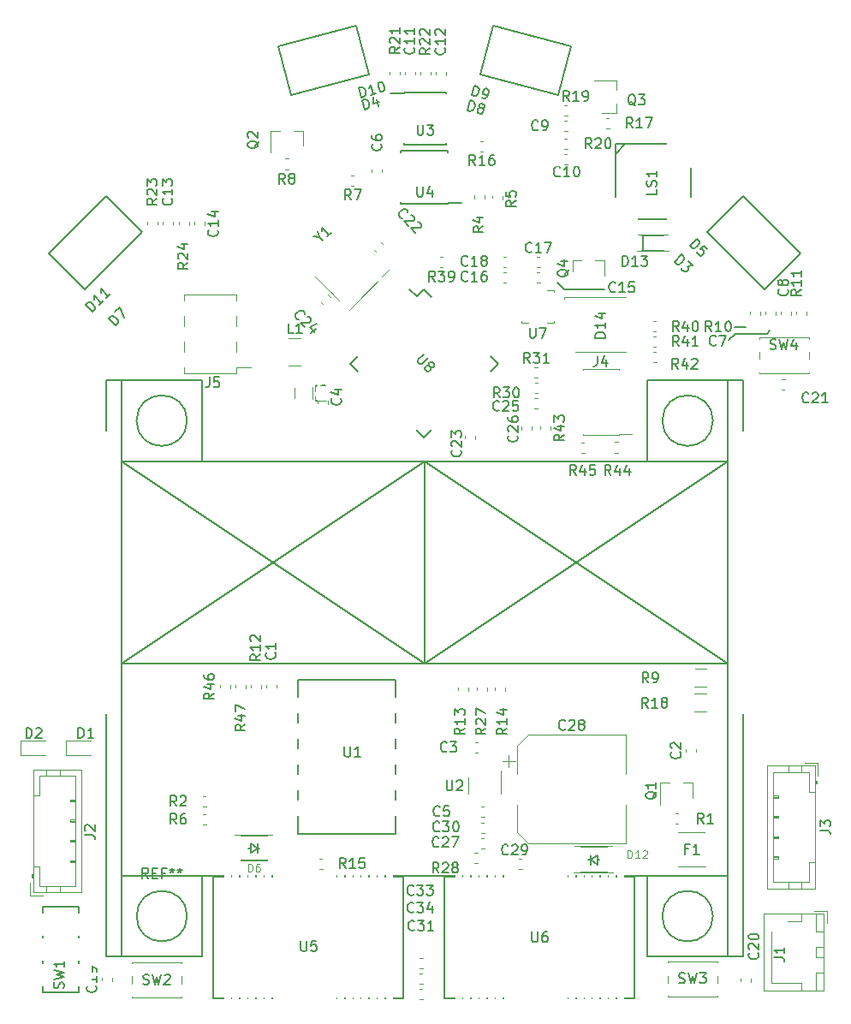
<source format=gto>
G04 #@! TF.GenerationSoftware,KiCad,Pcbnew,(5.0.0)*
G04 #@! TF.CreationDate,2019-10-13T01:49:24+09:00*
G04 #@! TF.ProjectId,MicroNaos,4D6963726F4E616F732E6B696361645F,rev?*
G04 #@! TF.SameCoordinates,Original*
G04 #@! TF.FileFunction,Legend,Top*
G04 #@! TF.FilePolarity,Positive*
%FSLAX46Y46*%
G04 Gerber Fmt 4.6, Leading zero omitted, Abs format (unit mm)*
G04 Created by KiCad (PCBNEW (5.0.0)) date 10/13/19 01:49:24*
%MOMM*%
%LPD*%
G01*
G04 APERTURE LIST*
%ADD10C,0.200000*%
%ADD11C,0.150000*%
%ADD12C,0.120000*%
%ADD13C,0.127000*%
%ADD14C,0.050000*%
%ADD15R,2.200000X1.600000*%
%ADD16R,1.180000X1.620000*%
%ADD17R,3.400000X3.400000*%
%ADD18C,2.200000*%
%ADD19C,0.100000*%
%ADD20R,0.800000X2.400000*%
%ADD21R,5.600000X2.400000*%
%ADD22O,2.150000X1.600000*%
%ADD23R,2.150000X1.600000*%
%ADD24C,1.350000*%
%ADD25R,1.800000X2.500000*%
%ADD26R,2.400000X1.500000*%
%ADD27C,1.700000*%
%ADD28R,2.400000X2.100000*%
%ADD29O,2.400000X2.100000*%
%ADD30C,1.600000*%
%ADD31R,2.800000X1.140000*%
%ADD32R,3.550000X1.400000*%
%ADD33R,1.200000X1.300000*%
%ADD34R,1.300000X1.200000*%
%ADD35C,1.825000*%
%ADD36R,1.850000X1.100000*%
%ADD37R,0.910000X1.100000*%
%ADD38R,1.950000X1.000000*%
%ADD39R,1.850000X0.850000*%
%ADD40R,1.000000X0.750000*%
%ADD41R,0.750000X1.000000*%
%ADD42C,0.650000*%
%ADD43R,1.900000X2.200000*%
%ADD44R,4.800000X2.900000*%
%ADD45C,1.650000*%
%ADD46C,3.600000*%
G04 APERTURE END LIST*
D10*
X185610500Y-69723000D02*
X186753500Y-69723000D01*
X188849000Y-70421500D02*
X189103000Y-70104000D01*
X187388500Y-70421500D02*
X188849000Y-70421500D01*
X185737500Y-70421500D02*
X187388500Y-70421500D01*
X185039000Y-71056500D02*
X185737500Y-70421500D01*
X168783000Y-66040000D02*
X168084500Y-65341500D01*
X172783500Y-66040000D02*
X168783000Y-66040000D01*
X131500000Y-79000000D02*
G75*
G03X131500000Y-79000000I-2500000J0D01*
G01*
X183500000Y-79000000D02*
G75*
G03X183500000Y-79000000I-2500000J0D01*
G01*
X131500000Y-128000000D02*
G75*
G03X131500000Y-128000000I-2500000J0D01*
G01*
X183500000Y-128000000D02*
G75*
G03X183500000Y-128000000I-2500000J0D01*
G01*
X121372540Y-66028394D02*
X127029394Y-60371540D01*
X117837006Y-62492860D02*
X121372540Y-66028394D01*
X127029394Y-60371540D02*
X123493860Y-56836006D01*
X123493860Y-56836006D02*
X117837006Y-62492860D01*
X160492449Y-44761738D02*
X168219856Y-46832291D01*
X161786544Y-39932109D02*
X160492449Y-44761738D01*
X168219856Y-46832291D02*
X169513951Y-42002662D01*
X169513951Y-42002662D02*
X161786544Y-39932109D01*
X141776545Y-46832290D02*
X149503950Y-44761739D01*
X140482450Y-42002661D02*
X141776545Y-46832290D01*
X149503950Y-44761739D02*
X148209855Y-39932110D01*
X148209855Y-39932110D02*
X140482450Y-42002661D01*
X192159394Y-62492860D02*
X186502540Y-56836006D01*
X188623860Y-66028394D02*
X192159394Y-62492860D01*
X182967006Y-60371540D02*
X188623860Y-66028394D01*
X186502540Y-56836006D02*
X182967006Y-60371540D01*
X185000000Y-83000000D02*
X155000000Y-103000000D01*
X155000000Y-83000000D02*
X185000000Y-103000000D01*
X125000000Y-83000000D02*
X155000000Y-103000000D01*
X125000000Y-103000000D02*
X155000000Y-83000000D01*
X133000000Y-124000000D02*
X177000000Y-124000000D01*
X155000000Y-103000000D02*
X155000000Y-83000000D01*
X186500000Y-75000000D02*
X186500000Y-80000000D01*
X185000000Y-75000000D02*
X186500000Y-75000000D01*
X185000000Y-103000000D02*
X185000000Y-124000000D01*
X186500000Y-132000000D02*
X186500000Y-108000000D01*
X185000000Y-132000000D02*
X186500000Y-132000000D01*
X125000000Y-103000000D02*
X125000000Y-124000000D01*
X123500000Y-132000000D02*
X123500000Y-108000000D01*
X125000000Y-132000000D02*
X123500000Y-132000000D01*
X123500000Y-75000000D02*
X125000000Y-75000000D01*
X123500000Y-80000000D02*
X123500000Y-75000000D01*
X185000000Y-83000000D02*
X133000000Y-83000000D01*
X185000000Y-103000000D02*
X185000000Y-83000000D01*
X125000000Y-103000000D02*
X185000000Y-103000000D01*
X125000000Y-83000000D02*
X125000000Y-103000000D01*
X185000000Y-124000000D02*
X177000000Y-124000000D01*
X185000000Y-132000000D02*
X185000000Y-124000000D01*
X177000000Y-132000000D02*
X185000000Y-132000000D01*
X177000000Y-124000000D02*
X177000000Y-132000000D01*
X125000000Y-132000000D02*
X125000000Y-124000000D01*
X133000000Y-132000000D02*
X125000000Y-132000000D01*
X133000000Y-124000000D02*
X133000000Y-132000000D01*
X125000000Y-124000000D02*
X133000000Y-124000000D01*
X185000000Y-83000000D02*
X185000000Y-75000000D01*
X177000000Y-83000000D02*
X185000000Y-83000000D01*
X177000000Y-75000000D02*
X177000000Y-83000000D01*
X185000000Y-75000000D02*
X177000000Y-75000000D01*
X133000000Y-75000000D02*
X125000000Y-75000000D01*
X133000000Y-83000000D02*
X133000000Y-75000000D01*
X125000000Y-83000000D02*
X133000000Y-83000000D01*
X125000000Y-75000000D02*
X125000000Y-83000000D01*
D11*
G04 #@! TO.C,U1*
X152146000Y-119913400D02*
X152146000Y-104673400D01*
X142494000Y-119913400D02*
X152146000Y-119913400D01*
X142494000Y-104673400D02*
X142494000Y-119913400D01*
X152146000Y-104673400D02*
X142494000Y-104673400D01*
G04 #@! TO.C,D13*
X176606000Y-60706000D02*
X176606000Y-62230000D01*
X176098000Y-62230000D02*
X179146000Y-62230000D01*
X176098000Y-60706000D02*
X179146000Y-60706000D01*
G04 #@! TO.C,LS1*
X174844800Y-51623200D02*
X173844800Y-52623200D01*
X173844800Y-51623200D02*
X173844800Y-59123200D01*
X181344800Y-51623200D02*
X173844800Y-51623200D01*
X181344800Y-59123200D02*
X181344800Y-51623200D01*
X173844800Y-59123200D02*
X181344800Y-59123200D01*
D12*
G04 #@! TO.C,Y1*
X144180760Y-64754591D02*
X147504162Y-68077993D01*
X147504162Y-68077993D02*
X151463960Y-64118195D01*
D11*
G04 #@! TO.C,U6*
X156970000Y-124128000D02*
X156970000Y-130128000D01*
X175770000Y-124128000D02*
X156970000Y-124128000D01*
X175770000Y-136128000D02*
X175770000Y-124128000D01*
X156970000Y-136128000D02*
X175770000Y-136128000D01*
X156970000Y-130128000D02*
X156970000Y-136128000D01*
D12*
G04 #@! TO.C,J3*
X193880000Y-112830000D02*
X192630000Y-112830000D01*
X193880000Y-114080000D02*
X193880000Y-112830000D01*
X189470000Y-122190000D02*
X189970000Y-122190000D01*
X189970000Y-122290000D02*
X189470000Y-122290000D01*
X189970000Y-122090000D02*
X189970000Y-122290000D01*
X189470000Y-122090000D02*
X189970000Y-122090000D01*
X189470000Y-120190000D02*
X189970000Y-120190000D01*
X189970000Y-120290000D02*
X189470000Y-120290000D01*
X189970000Y-120090000D02*
X189970000Y-120290000D01*
X189470000Y-120090000D02*
X189970000Y-120090000D01*
X189470000Y-118190000D02*
X189970000Y-118190000D01*
X189970000Y-118290000D02*
X189470000Y-118290000D01*
X189970000Y-118090000D02*
X189970000Y-118290000D01*
X189470000Y-118090000D02*
X189970000Y-118090000D01*
X189470000Y-116190000D02*
X189970000Y-116190000D01*
X189970000Y-116290000D02*
X189470000Y-116290000D01*
X189970000Y-116090000D02*
X189970000Y-116290000D01*
X189470000Y-116090000D02*
X189970000Y-116090000D01*
X190970000Y-125250000D02*
X190970000Y-124640000D01*
X192270000Y-125250000D02*
X192270000Y-124640000D01*
X190970000Y-113130000D02*
X190970000Y-113740000D01*
X192270000Y-113130000D02*
X192270000Y-113740000D01*
X192970000Y-122690000D02*
X193580000Y-122690000D01*
X192970000Y-124640000D02*
X192970000Y-122690000D01*
X189470000Y-124640000D02*
X192970000Y-124640000D01*
X189470000Y-113740000D02*
X189470000Y-124640000D01*
X192970000Y-113740000D02*
X189470000Y-113740000D01*
X192970000Y-115690000D02*
X192970000Y-113740000D01*
X193580000Y-115690000D02*
X192970000Y-115690000D01*
X193680000Y-114890000D02*
X193680000Y-114590000D01*
X193780000Y-114590000D02*
X193580000Y-114590000D01*
X193780000Y-114890000D02*
X193780000Y-114590000D01*
X193580000Y-114890000D02*
X193780000Y-114890000D01*
X193580000Y-125250000D02*
X193580000Y-113130000D01*
X188860000Y-125250000D02*
X193580000Y-125250000D01*
X188860000Y-113130000D02*
X188860000Y-125250000D01*
X193580000Y-113130000D02*
X188860000Y-113130000D01*
D11*
G04 #@! TO.C,U5*
X152910000Y-136128000D02*
X152910000Y-130128000D01*
X134110000Y-136128000D02*
X152910000Y-136128000D01*
X134110000Y-124128000D02*
X134110000Y-136128000D01*
X152910000Y-124128000D02*
X134110000Y-124128000D01*
X152910000Y-130128000D02*
X152910000Y-124128000D01*
D12*
G04 #@! TO.C,C1*
X139317000Y-105097733D02*
X139317000Y-105440267D01*
X140337000Y-105097733D02*
X140337000Y-105440267D01*
G04 #@! TO.C,C2*
X181815200Y-111790267D02*
X181815200Y-111447733D01*
X180795200Y-111790267D02*
X180795200Y-111447733D01*
G04 #@! TO.C,C3*
X159951633Y-110792800D02*
X160294167Y-110792800D01*
X159951633Y-111812800D02*
X160294167Y-111812800D01*
G04 #@! TO.C,C4*
X144371600Y-76993933D02*
X144371600Y-77336467D01*
X145391600Y-76993933D02*
X145391600Y-77336467D01*
G04 #@! TO.C,C5*
X160951967Y-118175500D02*
X160609433Y-118175500D01*
X160951967Y-117155500D02*
X160609433Y-117155500D01*
G04 #@! TO.C,C6*
X150801800Y-54173333D02*
X150801800Y-54515867D01*
X149781800Y-54173333D02*
X149781800Y-54515867D01*
G04 #@! TO.C,C7*
X189714600Y-68572167D02*
X189714600Y-68229633D01*
X188694600Y-68572167D02*
X188694600Y-68229633D01*
G04 #@! TO.C,C8*
X190205900Y-68229633D02*
X190205900Y-68572167D01*
X191225900Y-68229633D02*
X191225900Y-68572167D01*
G04 #@! TO.C,C9*
X169168867Y-50344800D02*
X168826333Y-50344800D01*
X169168867Y-49324800D02*
X168826333Y-49324800D01*
G04 #@! TO.C,C10*
X168828933Y-53634100D02*
X169171467Y-53634100D01*
X168828933Y-52614100D02*
X169171467Y-52614100D01*
G04 #@! TO.C,C11*
X154087210Y-44833472D02*
X154087210Y-44490938D01*
X153067210Y-44833472D02*
X153067210Y-44490938D01*
G04 #@! TO.C,C12*
X157084410Y-44490938D02*
X157084410Y-44833472D01*
X156064410Y-44490938D02*
X156064410Y-44833472D01*
G04 #@! TO.C,C13*
X129106200Y-59315533D02*
X129106200Y-59658067D01*
X130126200Y-59315533D02*
X130126200Y-59658067D01*
G04 #@! TO.C,C14*
X132179600Y-59683467D02*
X132179600Y-59340933D01*
X133199600Y-59683467D02*
X133199600Y-59340933D01*
G04 #@! TO.C,C15*
X166451067Y-64310800D02*
X166108533Y-64310800D01*
X166451067Y-65330800D02*
X166108533Y-65330800D01*
G04 #@! TO.C,C16*
X162744134Y-64311001D02*
X163086668Y-64311001D01*
X162744134Y-65331001D02*
X163086668Y-65331001D01*
G04 #@! TO.C,C17*
X166428267Y-62786800D02*
X166085733Y-62786800D01*
X166428267Y-63806800D02*
X166085733Y-63806800D01*
G04 #@! TO.C,C18*
X162744134Y-62801001D02*
X163086668Y-62801001D01*
X162744134Y-63821001D02*
X163086668Y-63821001D01*
G04 #@! TO.C,C19*
X123035600Y-134424267D02*
X123035600Y-134081733D01*
X124055600Y-134424267D02*
X124055600Y-134081733D01*
G04 #@! TO.C,C20*
X187230480Y-134497867D02*
X187230480Y-134155333D01*
X186210480Y-134497867D02*
X186210480Y-134155333D01*
G04 #@! TO.C,C21*
X190309653Y-75963240D02*
X190652187Y-75963240D01*
X190309653Y-74943240D02*
X190652187Y-74943240D01*
G04 #@! TO.C,C22*
X150680791Y-61365875D02*
X150923000Y-61608084D01*
X149959542Y-62087124D02*
X150201751Y-62329333D01*
G04 #@! TO.C,C23*
X159958500Y-80485133D02*
X159958500Y-80827667D01*
X158938500Y-80485133D02*
X158938500Y-80827667D01*
G04 #@! TO.C,C24*
X144991364Y-67536043D02*
X144749155Y-67293834D01*
X145712613Y-66814794D02*
X145470404Y-66572585D01*
G04 #@! TO.C,C25*
X166197067Y-76807600D02*
X165854533Y-76807600D01*
X166197067Y-77827600D02*
X165854533Y-77827600D01*
G04 #@! TO.C,C26*
X165615080Y-79594893D02*
X165615080Y-79937427D01*
X164595080Y-79594893D02*
X164595080Y-79937427D01*
G04 #@! TO.C,D1*
X119512000Y-112114000D02*
X121972000Y-112114000D01*
X119512000Y-110644000D02*
X119512000Y-112114000D01*
X121972000Y-110644000D02*
X119512000Y-110644000D01*
G04 #@! TO.C,D2*
X117527000Y-110644000D02*
X115067000Y-110644000D01*
X115067000Y-110644000D02*
X115067000Y-112114000D01*
X115067000Y-112114000D02*
X117527000Y-112114000D01*
D13*
G04 #@! TO.C,D6*
X136235000Y-120035000D02*
X140035000Y-120035000D01*
X140035000Y-122535000D02*
X136235000Y-122535000D01*
X138452500Y-121285000D02*
X138696300Y-121285000D01*
X137817500Y-121285000D02*
X137573700Y-121285000D01*
X138452500Y-121285000D02*
X138452500Y-121761300D01*
X138452500Y-121285000D02*
X138452500Y-120808700D01*
X137817500Y-121761300D02*
X138452500Y-121285000D01*
X137817500Y-121285000D02*
X137817500Y-121761300D01*
X137817500Y-120808700D02*
X137817500Y-121285000D01*
X138452500Y-121285000D02*
X137817500Y-120808700D01*
G04 #@! TO.C,D12*
X171427500Y-122428000D02*
X172062500Y-122904300D01*
X172062500Y-122904300D02*
X172062500Y-122428000D01*
X172062500Y-122428000D02*
X172062500Y-121951700D01*
X172062500Y-121951700D02*
X171427500Y-122428000D01*
X171427500Y-122428000D02*
X171427500Y-122904300D01*
X171427500Y-122428000D02*
X171427500Y-121951700D01*
X172062500Y-122428000D02*
X172306300Y-122428000D01*
X171427500Y-122428000D02*
X171183700Y-122428000D01*
X169845000Y-121178000D02*
X173645000Y-121178000D01*
X173645000Y-123678000D02*
X169845000Y-123678000D01*
D12*
G04 #@! TO.C,D14*
X168802800Y-66821600D02*
X174902800Y-66821600D01*
X168802800Y-67921600D02*
X168802800Y-66821600D01*
X174902800Y-72221600D02*
X169902800Y-72221600D01*
G04 #@! TO.C,F1*
X180030748Y-119702000D02*
X182803252Y-119702000D01*
X180030748Y-123122000D02*
X182803252Y-123122000D01*
G04 #@! TO.C,J1*
X194484000Y-127742000D02*
X188514000Y-127742000D01*
X188514000Y-127742000D02*
X188514000Y-135362000D01*
X188514000Y-135362000D02*
X194484000Y-135362000D01*
X194484000Y-135362000D02*
X194484000Y-127742000D01*
X194474000Y-131052000D02*
X193724000Y-131052000D01*
X193724000Y-131052000D02*
X193724000Y-132052000D01*
X193724000Y-132052000D02*
X194474000Y-132052000D01*
X194474000Y-132052000D02*
X194474000Y-131052000D01*
X194474000Y-127752000D02*
X193724000Y-127752000D01*
X193724000Y-127752000D02*
X193724000Y-129552000D01*
X193724000Y-129552000D02*
X194474000Y-129552000D01*
X194474000Y-129552000D02*
X194474000Y-127752000D01*
X194474000Y-133552000D02*
X193724000Y-133552000D01*
X193724000Y-133552000D02*
X193724000Y-135352000D01*
X193724000Y-135352000D02*
X194474000Y-135352000D01*
X194474000Y-135352000D02*
X194474000Y-133552000D01*
X192224000Y-127752000D02*
X192224000Y-128502000D01*
X192224000Y-128502000D02*
X190884000Y-128502000D01*
X189274000Y-131552000D02*
X189274000Y-129562000D01*
X192224000Y-135352000D02*
X192224000Y-134602000D01*
X192224000Y-134602000D02*
X189274000Y-134602000D01*
X189274000Y-134602000D02*
X189274000Y-131552000D01*
X194774000Y-128702000D02*
X194774000Y-127452000D01*
X194774000Y-127452000D02*
X193524000Y-127452000D01*
G04 #@! TO.C,J2*
X116300000Y-125630000D02*
X121020000Y-125630000D01*
X121020000Y-125630000D02*
X121020000Y-113510000D01*
X121020000Y-113510000D02*
X116300000Y-113510000D01*
X116300000Y-113510000D02*
X116300000Y-125630000D01*
X116300000Y-123870000D02*
X116100000Y-123870000D01*
X116100000Y-123870000D02*
X116100000Y-124170000D01*
X116100000Y-124170000D02*
X116300000Y-124170000D01*
X116200000Y-123870000D02*
X116200000Y-124170000D01*
X116300000Y-123070000D02*
X116910000Y-123070000D01*
X116910000Y-123070000D02*
X116910000Y-125020000D01*
X116910000Y-125020000D02*
X120410000Y-125020000D01*
X120410000Y-125020000D02*
X120410000Y-114120000D01*
X120410000Y-114120000D02*
X116910000Y-114120000D01*
X116910000Y-114120000D02*
X116910000Y-116070000D01*
X116910000Y-116070000D02*
X116300000Y-116070000D01*
X117610000Y-125630000D02*
X117610000Y-125020000D01*
X118910000Y-125630000D02*
X118910000Y-125020000D01*
X117610000Y-113510000D02*
X117610000Y-114120000D01*
X118910000Y-113510000D02*
X118910000Y-114120000D01*
X120410000Y-122670000D02*
X119910000Y-122670000D01*
X119910000Y-122670000D02*
X119910000Y-122470000D01*
X119910000Y-122470000D02*
X120410000Y-122470000D01*
X120410000Y-122570000D02*
X119910000Y-122570000D01*
X120410000Y-120670000D02*
X119910000Y-120670000D01*
X119910000Y-120670000D02*
X119910000Y-120470000D01*
X119910000Y-120470000D02*
X120410000Y-120470000D01*
X120410000Y-120570000D02*
X119910000Y-120570000D01*
X120410000Y-118670000D02*
X119910000Y-118670000D01*
X119910000Y-118670000D02*
X119910000Y-118470000D01*
X119910000Y-118470000D02*
X120410000Y-118470000D01*
X120410000Y-118570000D02*
X119910000Y-118570000D01*
X120410000Y-116670000D02*
X119910000Y-116670000D01*
X119910000Y-116670000D02*
X119910000Y-116470000D01*
X119910000Y-116470000D02*
X120410000Y-116470000D01*
X120410000Y-116570000D02*
X119910000Y-116570000D01*
X116000000Y-124680000D02*
X116000000Y-125930000D01*
X116000000Y-125930000D02*
X117250000Y-125930000D01*
G04 #@! TO.C,J4*
X174199800Y-80400200D02*
X170669800Y-80400200D01*
X174199800Y-73930200D02*
X170669800Y-73930200D01*
X175524800Y-80335200D02*
X174199800Y-80335200D01*
X174199800Y-80400200D02*
X174199800Y-80335200D01*
X170669800Y-80400200D02*
X170669800Y-80335200D01*
X174199800Y-73995200D02*
X174199800Y-73930200D01*
X170669800Y-73995200D02*
X170669800Y-73930200D01*
G04 #@! TO.C,J5*
X131209500Y-69661500D02*
X131209500Y-68641500D01*
X136409500Y-69661500D02*
X136409500Y-68641500D01*
X131209500Y-72201500D02*
X131209500Y-71181500D01*
X136409500Y-72201500D02*
X136409500Y-71181500D01*
X131209500Y-67121500D02*
X131209500Y-66551500D01*
X136409500Y-67121500D02*
X136409500Y-66551500D01*
X131209500Y-74291500D02*
X131209500Y-73721500D01*
X136409500Y-74291500D02*
X136409500Y-73721500D01*
X137849500Y-73721500D02*
X136409500Y-73721500D01*
X136409500Y-66551500D02*
X131209500Y-66551500D01*
X136409500Y-74291500D02*
X131209500Y-74291500D01*
G04 #@! TO.C,Q1*
X181478000Y-114826000D02*
X181478000Y-116286000D01*
X178318000Y-114826000D02*
X178318000Y-116986000D01*
X178318000Y-114826000D02*
X179248000Y-114826000D01*
X181478000Y-114826000D02*
X180548000Y-114826000D01*
G04 #@! TO.C,Q2*
X142946200Y-50348100D02*
X142946200Y-51808100D01*
X139786200Y-50348100D02*
X139786200Y-52508100D01*
X139786200Y-50348100D02*
X140716200Y-50348100D01*
X142946200Y-50348100D02*
X142016200Y-50348100D01*
G04 #@! TO.C,Q3*
X173940500Y-48557300D02*
X173940500Y-47627300D01*
X173940500Y-45397300D02*
X173940500Y-46327300D01*
X173940500Y-45397300D02*
X171780500Y-45397300D01*
X173940500Y-48557300D02*
X172480500Y-48557300D01*
G04 #@! TO.C,Q4*
X172776000Y-63181200D02*
X172776000Y-64641200D01*
X169616000Y-63181200D02*
X169616000Y-65341200D01*
X169616000Y-63181200D02*
X170546000Y-63181200D01*
X172776000Y-63181200D02*
X171846000Y-63181200D01*
G04 #@! TO.C,R1*
X180116267Y-118874000D02*
X179773733Y-118874000D01*
X180116267Y-117854000D02*
X179773733Y-117854000D01*
G04 #@! TO.C,R2*
X133078433Y-116152200D02*
X133420967Y-116152200D01*
X133078433Y-117172200D02*
X133420967Y-117172200D01*
G04 #@! TO.C,R4*
X160946560Y-57077427D02*
X160946560Y-56734893D01*
X159926560Y-57077427D02*
X159926560Y-56734893D01*
G04 #@! TO.C,R5*
X162663600Y-56753973D02*
X162663600Y-57096507D01*
X161643600Y-56753973D02*
X161643600Y-57096507D01*
G04 #@! TO.C,R6*
X133078433Y-118950200D02*
X133420967Y-118950200D01*
X133078433Y-117930200D02*
X133420967Y-117930200D01*
G04 #@! TO.C,R7*
X148036067Y-55780400D02*
X147693533Y-55780400D01*
X148036067Y-54760400D02*
X147693533Y-54760400D01*
G04 #@! TO.C,R8*
X141219133Y-53109400D02*
X141561667Y-53109400D01*
X141219133Y-54129400D02*
X141561667Y-54129400D01*
G04 #@! TO.C,R9*
X181704836Y-103509400D02*
X182908964Y-103509400D01*
X181704836Y-105329400D02*
X182908964Y-105329400D01*
G04 #@! TO.C,R10*
X188203300Y-68572167D02*
X188203300Y-68229633D01*
X187183300Y-68572167D02*
X187183300Y-68229633D01*
G04 #@! TO.C,R11*
X192737200Y-68229633D02*
X192737200Y-68572167D01*
X191717200Y-68229633D02*
X191717200Y-68572167D01*
G04 #@! TO.C,R12*
X137793000Y-105125733D02*
X137793000Y-105468267D01*
X138813000Y-105125733D02*
X138813000Y-105468267D01*
G04 #@! TO.C,R13*
X159310800Y-105379733D02*
X159310800Y-105722267D01*
X158290800Y-105379733D02*
X158290800Y-105722267D01*
G04 #@! TO.C,R14*
X161948400Y-105379733D02*
X161948400Y-105722267D01*
X162968400Y-105379733D02*
X162968400Y-105722267D01*
G04 #@! TO.C,R15*
X144937267Y-123319000D02*
X144594733Y-123319000D01*
X144937267Y-122299000D02*
X144594733Y-122299000D01*
G04 #@! TO.C,R16*
X160495133Y-52427600D02*
X160837667Y-52427600D01*
X160495133Y-51407600D02*
X160837667Y-51407600D01*
G04 #@! TO.C,R17*
X173309067Y-50103500D02*
X172966533Y-50103500D01*
X173309067Y-49083500D02*
X172966533Y-49083500D01*
G04 #@! TO.C,R18*
X181704836Y-107793200D02*
X182908964Y-107793200D01*
X181704836Y-105973200D02*
X182908964Y-105973200D01*
G04 #@! TO.C,R19*
X169170167Y-47800800D02*
X168827633Y-47800800D01*
X169170167Y-48820800D02*
X168827633Y-48820800D01*
G04 #@! TO.C,R20*
X168828933Y-51102800D02*
X169171467Y-51102800D01*
X168828933Y-52122800D02*
X169171467Y-52122800D01*
G04 #@! TO.C,R21*
X152563210Y-44819472D02*
X152563210Y-44476938D01*
X151543210Y-44819472D02*
X151543210Y-44476938D01*
G04 #@! TO.C,R22*
X155589809Y-44487739D02*
X155589809Y-44830273D01*
X154569809Y-44487739D02*
X154569809Y-44830273D01*
G04 #@! TO.C,R23*
X128602200Y-59315533D02*
X128602200Y-59658067D01*
X127582200Y-59315533D02*
X127582200Y-59658067D01*
G04 #@! TO.C,R24*
X130655600Y-59672067D02*
X130655600Y-59329533D01*
X131675600Y-59672067D02*
X131675600Y-59329533D01*
G04 #@! TO.C,R27*
X160119600Y-105379733D02*
X160119600Y-105722267D01*
X161139600Y-105379733D02*
X161139600Y-105722267D01*
G04 #@! TO.C,R28*
X160291567Y-121740200D02*
X159949033Y-121740200D01*
X160291567Y-122760200D02*
X159949033Y-122760200D01*
G04 #@! TO.C,R30*
X166223767Y-76290900D02*
X165881233Y-76290900D01*
X166223767Y-75270900D02*
X165881233Y-75270900D01*
G04 #@! TO.C,R31*
X165873434Y-74766301D02*
X166215968Y-74766301D01*
X165873434Y-73746301D02*
X166215968Y-73746301D01*
G04 #@! TO.C,R39*
X156839707Y-62842680D02*
X156497173Y-62842680D01*
X156839707Y-63862680D02*
X156497173Y-63862680D01*
G04 #@! TO.C,R40*
X177920467Y-69136800D02*
X177577933Y-69136800D01*
X177920467Y-70156800D02*
X177577933Y-70156800D01*
G04 #@! TO.C,R41*
X177920467Y-71680800D02*
X177577933Y-71680800D01*
X177920467Y-70660800D02*
X177577933Y-70660800D01*
G04 #@! TO.C,R42*
X177931867Y-73204800D02*
X177589333Y-73204800D01*
X177931867Y-72184800D02*
X177589333Y-72184800D01*
G04 #@! TO.C,R43*
X166423880Y-79920947D02*
X166423880Y-79578413D01*
X167443880Y-79920947D02*
X167443880Y-79578413D01*
G04 #@! TO.C,R44*
X173827653Y-82155760D02*
X174170187Y-82155760D01*
X173827653Y-81135760D02*
X174170187Y-81135760D01*
G04 #@! TO.C,R45*
X170817387Y-81145920D02*
X170474853Y-81145920D01*
X170817387Y-82165920D02*
X170474853Y-82165920D01*
G04 #@! TO.C,R46*
X134745000Y-105454267D02*
X134745000Y-105111733D01*
X135765000Y-105454267D02*
X135765000Y-105111733D01*
G04 #@! TO.C,R47*
X137289000Y-105125733D02*
X137289000Y-105468267D01*
X136269000Y-105125733D02*
X136269000Y-105468267D01*
G04 #@! TO.C,SW2*
X130948600Y-132565200D02*
X130948600Y-132665200D01*
X130948600Y-136065200D02*
X130948600Y-135965200D01*
X126048600Y-135965200D02*
X126048600Y-136065200D01*
X126048600Y-132565200D02*
X126048600Y-132665200D01*
X126048600Y-133965200D02*
X126048600Y-134665200D01*
X130948600Y-133965200D02*
X130948600Y-134665200D01*
X130948600Y-132565200D02*
X126048600Y-132565200D01*
X126048600Y-136065200D02*
X130948600Y-136065200D01*
G04 #@! TO.C,SW3*
X179069200Y-135998400D02*
X183969200Y-135998400D01*
X183969200Y-132498400D02*
X179069200Y-132498400D01*
X183969200Y-133898400D02*
X183969200Y-134598400D01*
X179069200Y-133898400D02*
X179069200Y-134598400D01*
X179069200Y-132498400D02*
X179069200Y-132598400D01*
X179069200Y-135898400D02*
X179069200Y-135998400D01*
X183969200Y-135998400D02*
X183969200Y-135898400D01*
X183969200Y-132498400D02*
X183969200Y-132598400D01*
G04 #@! TO.C,SW4*
X192979840Y-70801800D02*
X192979840Y-70901800D01*
X192979840Y-74301800D02*
X192979840Y-74201800D01*
X188079840Y-74201800D02*
X188079840Y-74301800D01*
X188079840Y-70801800D02*
X188079840Y-70901800D01*
X188079840Y-72201800D02*
X188079840Y-72901800D01*
X192979840Y-72201800D02*
X192979840Y-72901800D01*
X192979840Y-70801800D02*
X188079840Y-70801800D01*
X188079840Y-74301800D02*
X192979840Y-74301800D01*
G04 #@! TO.C,U2*
X159311500Y-114321200D02*
X159311500Y-115921200D01*
X162511500Y-115921200D02*
X162511500Y-113621200D01*
D11*
G04 #@! TO.C,U3*
X152975000Y-46560000D02*
X152975000Y-46610000D01*
X157125000Y-46560000D02*
X157125000Y-46705000D01*
X157125000Y-51710000D02*
X157125000Y-51565000D01*
X152975000Y-51710000D02*
X152975000Y-51565000D01*
X152975000Y-46560000D02*
X157125000Y-46560000D01*
X152975000Y-51710000D02*
X157125000Y-51710000D01*
X152975000Y-46610000D02*
X151575000Y-46610000D01*
G04 #@! TO.C,U4*
X157295500Y-57578900D02*
X157295500Y-57453900D01*
X152645500Y-57578900D02*
X152645500Y-57353900D01*
X152645500Y-52328900D02*
X152645500Y-52553900D01*
X157295500Y-52328900D02*
X157295500Y-52553900D01*
X157295500Y-57578900D02*
X152645500Y-57578900D01*
X157295500Y-52328900D02*
X152645500Y-52328900D01*
X157295500Y-57453900D02*
X158645500Y-57453900D01*
D12*
G04 #@! TO.C,U7*
X167089100Y-66074000D02*
X167764100Y-66074000D01*
X167764100Y-66074000D02*
X167764100Y-66249000D01*
X167089100Y-69294000D02*
X167764100Y-69294000D01*
X167764100Y-69294000D02*
X167764100Y-69119000D01*
X165219100Y-69294000D02*
X164544100Y-69294000D01*
X164544100Y-69294000D02*
X164544100Y-69119000D01*
D11*
G04 #@! TO.C,U8*
X154940000Y-66031624D02*
X154232893Y-66738731D01*
X162258555Y-73350179D02*
X161498415Y-74110319D01*
X154940000Y-80668734D02*
X155700140Y-79908594D01*
X147621445Y-73350179D02*
X148381585Y-72590039D01*
X154940000Y-66031624D02*
X155700140Y-66791764D01*
X147621445Y-73350179D02*
X148381585Y-74110319D01*
X154940000Y-80668734D02*
X154179860Y-79908594D01*
X162258555Y-73350179D02*
X161498415Y-72590039D01*
X154232893Y-66738731D02*
X153508109Y-66013946D01*
G04 #@! TO.C,SW1*
X119008000Y-135568000D02*
X117258000Y-135568000D01*
X117258000Y-135568000D02*
X117258000Y-127068000D01*
X117258000Y-127068000D02*
X120758000Y-127068000D01*
X120758000Y-127068000D02*
X120758000Y-135568000D01*
X120758000Y-135568000D02*
X119008000Y-135568000D01*
D12*
G04 #@! TO.C,C27*
X160954567Y-120254300D02*
X160612033Y-120254300D01*
X160954567Y-121274300D02*
X160612033Y-121274300D01*
G04 #@! TO.C,C28*
X163311000Y-112058000D02*
X163311000Y-113308000D01*
X162686000Y-112683000D02*
X163936000Y-112683000D01*
X164176000Y-119738563D02*
X165240437Y-120803000D01*
X164176000Y-111147437D02*
X165240437Y-110083000D01*
X164176000Y-111147437D02*
X164176000Y-113933000D01*
X164176000Y-119738563D02*
X164176000Y-116953000D01*
X165240437Y-120803000D02*
X174896000Y-120803000D01*
X165240437Y-110083000D02*
X174896000Y-110083000D01*
X174896000Y-110083000D02*
X174896000Y-113933000D01*
X174896000Y-120803000D02*
X174896000Y-116953000D01*
G04 #@! TO.C,C29*
X164279733Y-122299000D02*
X164622267Y-122299000D01*
X164279733Y-123319000D02*
X164622267Y-123319000D01*
G04 #@! TO.C,C30*
X160954567Y-118730300D02*
X160612033Y-118730300D01*
X160954567Y-119750300D02*
X160612033Y-119750300D01*
G04 #@! TO.C,C31*
X154503333Y-136196800D02*
X154845867Y-136196800D01*
X154503333Y-135176800D02*
X154845867Y-135176800D01*
G04 #@! TO.C,C33*
X154528733Y-132128800D02*
X154871267Y-132128800D01*
X154528733Y-133148800D02*
X154871267Y-133148800D01*
G04 #@! TO.C,C34*
X154503333Y-133652800D02*
X154845867Y-133652800D01*
X154503333Y-134672800D02*
X154845867Y-134672800D01*
G04 #@! TO.C,L1*
X141571436Y-70839500D02*
X142775564Y-70839500D01*
X141571436Y-73559500D02*
X142775564Y-73559500D01*
G04 #@! TO.C,R3*
X143912000Y-75697936D02*
X143912000Y-76902064D01*
X142092000Y-75697936D02*
X142092000Y-76902064D01*
G04 #@! TO.C,U1*
D11*
X147066095Y-111245780D02*
X147066095Y-112055304D01*
X147113714Y-112150542D01*
X147161333Y-112198161D01*
X147256571Y-112245780D01*
X147447047Y-112245780D01*
X147542285Y-112198161D01*
X147589904Y-112150542D01*
X147637523Y-112055304D01*
X147637523Y-111245780D01*
X148637523Y-112245780D02*
X148066095Y-112245780D01*
X148351809Y-112245780D02*
X148351809Y-111245780D01*
X148256571Y-111388638D01*
X148161333Y-111483876D01*
X148066095Y-111531495D01*
G04 #@! TO.C,D13*
X174553714Y-63698380D02*
X174553714Y-62698380D01*
X174791809Y-62698380D01*
X174934666Y-62746000D01*
X175029904Y-62841238D01*
X175077523Y-62936476D01*
X175125142Y-63126952D01*
X175125142Y-63269809D01*
X175077523Y-63460285D01*
X175029904Y-63555523D01*
X174934666Y-63650761D01*
X174791809Y-63698380D01*
X174553714Y-63698380D01*
X176077523Y-63698380D02*
X175506095Y-63698380D01*
X175791809Y-63698380D02*
X175791809Y-62698380D01*
X175696571Y-62841238D01*
X175601333Y-62936476D01*
X175506095Y-62984095D01*
X176410857Y-62698380D02*
X177029904Y-62698380D01*
X176696571Y-63079333D01*
X176839428Y-63079333D01*
X176934666Y-63126952D01*
X176982285Y-63174571D01*
X177029904Y-63269809D01*
X177029904Y-63507904D01*
X176982285Y-63603142D01*
X176934666Y-63650761D01*
X176839428Y-63698380D01*
X176553714Y-63698380D01*
X176458476Y-63650761D01*
X176410857Y-63603142D01*
G04 #@! TO.C,LS1*
X177934880Y-56116457D02*
X177934880Y-56592647D01*
X176934880Y-56592647D01*
X177887261Y-55830742D02*
X177934880Y-55687885D01*
X177934880Y-55449790D01*
X177887261Y-55354552D01*
X177839642Y-55306933D01*
X177744404Y-55259314D01*
X177649166Y-55259314D01*
X177553928Y-55306933D01*
X177506309Y-55354552D01*
X177458690Y-55449790D01*
X177411071Y-55640266D01*
X177363452Y-55735504D01*
X177315833Y-55783123D01*
X177220595Y-55830742D01*
X177125357Y-55830742D01*
X177030119Y-55783123D01*
X176982500Y-55735504D01*
X176934880Y-55640266D01*
X176934880Y-55402171D01*
X176982500Y-55259314D01*
X177934880Y-54306933D02*
X177934880Y-54878361D01*
X177934880Y-54592647D02*
X176934880Y-54592647D01*
X177077738Y-54687885D01*
X177172976Y-54783123D01*
X177220595Y-54878361D01*
G04 #@! TO.C,Y1*
X144553446Y-60898881D02*
X144890164Y-61235599D01*
X143947355Y-60764194D02*
X144553446Y-60898881D01*
X144418759Y-60292790D01*
X145731957Y-60393805D02*
X145327896Y-60797866D01*
X145529927Y-60595835D02*
X144822820Y-59888729D01*
X144856492Y-60057087D01*
X144856492Y-60191774D01*
X144822820Y-60292790D01*
G04 #@! TO.C,U6*
X165608095Y-129563880D02*
X165608095Y-130373404D01*
X165655714Y-130468642D01*
X165703333Y-130516261D01*
X165798571Y-130563880D01*
X165989047Y-130563880D01*
X166084285Y-130516261D01*
X166131904Y-130468642D01*
X166179523Y-130373404D01*
X166179523Y-129563880D01*
X167084285Y-129563880D02*
X166893809Y-129563880D01*
X166798571Y-129611500D01*
X166750952Y-129659119D01*
X166655714Y-129801976D01*
X166608095Y-129992452D01*
X166608095Y-130373404D01*
X166655714Y-130468642D01*
X166703333Y-130516261D01*
X166798571Y-130563880D01*
X166989047Y-130563880D01*
X167084285Y-130516261D01*
X167131904Y-130468642D01*
X167179523Y-130373404D01*
X167179523Y-130135309D01*
X167131904Y-130040071D01*
X167084285Y-129992452D01*
X166989047Y-129944833D01*
X166798571Y-129944833D01*
X166703333Y-129992452D01*
X166655714Y-130040071D01*
X166608095Y-130135309D01*
G04 #@! TO.C,J3*
X194122380Y-119523333D02*
X194836666Y-119523333D01*
X194979523Y-119570952D01*
X195074761Y-119666190D01*
X195122380Y-119809047D01*
X195122380Y-119904285D01*
X194122380Y-119142380D02*
X194122380Y-118523333D01*
X194503333Y-118856666D01*
X194503333Y-118713809D01*
X194550952Y-118618571D01*
X194598571Y-118570952D01*
X194693809Y-118523333D01*
X194931904Y-118523333D01*
X195027142Y-118570952D01*
X195074761Y-118618571D01*
X195122380Y-118713809D01*
X195122380Y-118999523D01*
X195074761Y-119094761D01*
X195027142Y-119142380D01*
G04 #@! TO.C,U5*
X142748095Y-130452880D02*
X142748095Y-131262404D01*
X142795714Y-131357642D01*
X142843333Y-131405261D01*
X142938571Y-131452880D01*
X143129047Y-131452880D01*
X143224285Y-131405261D01*
X143271904Y-131357642D01*
X143319523Y-131262404D01*
X143319523Y-130452880D01*
X144271904Y-130452880D02*
X143795714Y-130452880D01*
X143748095Y-130929071D01*
X143795714Y-130881452D01*
X143890952Y-130833833D01*
X144129047Y-130833833D01*
X144224285Y-130881452D01*
X144271904Y-130929071D01*
X144319523Y-131024309D01*
X144319523Y-131262404D01*
X144271904Y-131357642D01*
X144224285Y-131405261D01*
X144129047Y-131452880D01*
X143890952Y-131452880D01*
X143795714Y-131405261D01*
X143748095Y-131357642D01*
G04 #@! TO.C,C1*
X140184142Y-101957166D02*
X140231761Y-102004785D01*
X140279380Y-102147642D01*
X140279380Y-102242880D01*
X140231761Y-102385738D01*
X140136523Y-102480976D01*
X140041285Y-102528595D01*
X139850809Y-102576214D01*
X139707952Y-102576214D01*
X139517476Y-102528595D01*
X139422238Y-102480976D01*
X139327000Y-102385738D01*
X139279380Y-102242880D01*
X139279380Y-102147642D01*
X139327000Y-102004785D01*
X139374619Y-101957166D01*
X140279380Y-101004785D02*
X140279380Y-101576214D01*
X140279380Y-101290500D02*
X139279380Y-101290500D01*
X139422238Y-101385738D01*
X139517476Y-101480976D01*
X139565095Y-101576214D01*
G04 #@! TO.C,C2*
X180232342Y-111785666D02*
X180279961Y-111833285D01*
X180327580Y-111976142D01*
X180327580Y-112071380D01*
X180279961Y-112214238D01*
X180184723Y-112309476D01*
X180089485Y-112357095D01*
X179899009Y-112404714D01*
X179756152Y-112404714D01*
X179565676Y-112357095D01*
X179470438Y-112309476D01*
X179375200Y-112214238D01*
X179327580Y-112071380D01*
X179327580Y-111976142D01*
X179375200Y-111833285D01*
X179422819Y-111785666D01*
X179422819Y-111404714D02*
X179375200Y-111357095D01*
X179327580Y-111261857D01*
X179327580Y-111023761D01*
X179375200Y-110928523D01*
X179422819Y-110880904D01*
X179518057Y-110833285D01*
X179613295Y-110833285D01*
X179756152Y-110880904D01*
X180327580Y-111452333D01*
X180327580Y-110833285D01*
G04 #@! TO.C,C3*
X157186333Y-111672642D02*
X157138714Y-111720261D01*
X156995857Y-111767880D01*
X156900619Y-111767880D01*
X156757761Y-111720261D01*
X156662523Y-111625023D01*
X156614904Y-111529785D01*
X156567285Y-111339309D01*
X156567285Y-111196452D01*
X156614904Y-111005976D01*
X156662523Y-110910738D01*
X156757761Y-110815500D01*
X156900619Y-110767880D01*
X156995857Y-110767880D01*
X157138714Y-110815500D01*
X157186333Y-110863119D01*
X157519666Y-110767880D02*
X158138714Y-110767880D01*
X157805380Y-111148833D01*
X157948238Y-111148833D01*
X158043476Y-111196452D01*
X158091095Y-111244071D01*
X158138714Y-111339309D01*
X158138714Y-111577404D01*
X158091095Y-111672642D01*
X158043476Y-111720261D01*
X157948238Y-111767880D01*
X157662523Y-111767880D01*
X157567285Y-111720261D01*
X157519666Y-111672642D01*
G04 #@! TO.C,C4*
X146661142Y-76811166D02*
X146708761Y-76858785D01*
X146756380Y-77001642D01*
X146756380Y-77096880D01*
X146708761Y-77239738D01*
X146613523Y-77334976D01*
X146518285Y-77382595D01*
X146327809Y-77430214D01*
X146184952Y-77430214D01*
X145994476Y-77382595D01*
X145899238Y-77334976D01*
X145804000Y-77239738D01*
X145756380Y-77096880D01*
X145756380Y-77001642D01*
X145804000Y-76858785D01*
X145851619Y-76811166D01*
X146089714Y-75954023D02*
X146756380Y-75954023D01*
X145708761Y-76192119D02*
X146423047Y-76430214D01*
X146423047Y-75811166D01*
G04 #@! TO.C,C5*
X156487833Y-118022642D02*
X156440214Y-118070261D01*
X156297357Y-118117880D01*
X156202119Y-118117880D01*
X156059261Y-118070261D01*
X155964023Y-117975023D01*
X155916404Y-117879785D01*
X155868785Y-117689309D01*
X155868785Y-117546452D01*
X155916404Y-117355976D01*
X155964023Y-117260738D01*
X156059261Y-117165500D01*
X156202119Y-117117880D01*
X156297357Y-117117880D01*
X156440214Y-117165500D01*
X156487833Y-117213119D01*
X157392595Y-117117880D02*
X156916404Y-117117880D01*
X156868785Y-117594071D01*
X156916404Y-117546452D01*
X157011642Y-117498833D01*
X157249738Y-117498833D01*
X157344976Y-117546452D01*
X157392595Y-117594071D01*
X157440214Y-117689309D01*
X157440214Y-117927404D01*
X157392595Y-118022642D01*
X157344976Y-118070261D01*
X157249738Y-118117880D01*
X157011642Y-118117880D01*
X156916404Y-118070261D01*
X156868785Y-118022642D01*
G04 #@! TO.C,C6*
X150661642Y-51665166D02*
X150709261Y-51712785D01*
X150756880Y-51855642D01*
X150756880Y-51950880D01*
X150709261Y-52093738D01*
X150614023Y-52188976D01*
X150518785Y-52236595D01*
X150328309Y-52284214D01*
X150185452Y-52284214D01*
X149994976Y-52236595D01*
X149899738Y-52188976D01*
X149804500Y-52093738D01*
X149756880Y-51950880D01*
X149756880Y-51855642D01*
X149804500Y-51712785D01*
X149852119Y-51665166D01*
X149756880Y-50808023D02*
X149756880Y-50998500D01*
X149804500Y-51093738D01*
X149852119Y-51141357D01*
X149994976Y-51236595D01*
X150185452Y-51284214D01*
X150566404Y-51284214D01*
X150661642Y-51236595D01*
X150709261Y-51188976D01*
X150756880Y-51093738D01*
X150756880Y-50903261D01*
X150709261Y-50808023D01*
X150661642Y-50760404D01*
X150566404Y-50712785D01*
X150328309Y-50712785D01*
X150233071Y-50760404D01*
X150185452Y-50808023D01*
X150137833Y-50903261D01*
X150137833Y-51093738D01*
X150185452Y-51188976D01*
X150233071Y-51236595D01*
X150328309Y-51284214D01*
G04 #@! TO.C,C7*
X183792833Y-71477142D02*
X183745214Y-71524761D01*
X183602357Y-71572380D01*
X183507119Y-71572380D01*
X183364261Y-71524761D01*
X183269023Y-71429523D01*
X183221404Y-71334285D01*
X183173785Y-71143809D01*
X183173785Y-71000952D01*
X183221404Y-70810476D01*
X183269023Y-70715238D01*
X183364261Y-70620000D01*
X183507119Y-70572380D01*
X183602357Y-70572380D01*
X183745214Y-70620000D01*
X183792833Y-70667619D01*
X184126166Y-70572380D02*
X184792833Y-70572380D01*
X184364261Y-71572380D01*
G04 #@! TO.C,C8*
X190857142Y-66016166D02*
X190904761Y-66063785D01*
X190952380Y-66206642D01*
X190952380Y-66301880D01*
X190904761Y-66444738D01*
X190809523Y-66539976D01*
X190714285Y-66587595D01*
X190523809Y-66635214D01*
X190380952Y-66635214D01*
X190190476Y-66587595D01*
X190095238Y-66539976D01*
X190000000Y-66444738D01*
X189952380Y-66301880D01*
X189952380Y-66206642D01*
X190000000Y-66063785D01*
X190047619Y-66016166D01*
X190380952Y-65444738D02*
X190333333Y-65539976D01*
X190285714Y-65587595D01*
X190190476Y-65635214D01*
X190142857Y-65635214D01*
X190047619Y-65587595D01*
X190000000Y-65539976D01*
X189952380Y-65444738D01*
X189952380Y-65254261D01*
X190000000Y-65159023D01*
X190047619Y-65111404D01*
X190142857Y-65063785D01*
X190190476Y-65063785D01*
X190285714Y-65111404D01*
X190333333Y-65159023D01*
X190380952Y-65254261D01*
X190380952Y-65444738D01*
X190428571Y-65539976D01*
X190476190Y-65587595D01*
X190571428Y-65635214D01*
X190761904Y-65635214D01*
X190857142Y-65587595D01*
X190904761Y-65539976D01*
X190952380Y-65444738D01*
X190952380Y-65254261D01*
X190904761Y-65159023D01*
X190857142Y-65111404D01*
X190761904Y-65063785D01*
X190571428Y-65063785D01*
X190476190Y-65111404D01*
X190428571Y-65159023D01*
X190380952Y-65254261D01*
G04 #@! TO.C,C9*
X166203333Y-50204642D02*
X166155714Y-50252261D01*
X166012857Y-50299880D01*
X165917619Y-50299880D01*
X165774761Y-50252261D01*
X165679523Y-50157023D01*
X165631904Y-50061785D01*
X165584285Y-49871309D01*
X165584285Y-49728452D01*
X165631904Y-49537976D01*
X165679523Y-49442738D01*
X165774761Y-49347500D01*
X165917619Y-49299880D01*
X166012857Y-49299880D01*
X166155714Y-49347500D01*
X166203333Y-49395119D01*
X166679523Y-50299880D02*
X166870000Y-50299880D01*
X166965238Y-50252261D01*
X167012857Y-50204642D01*
X167108095Y-50061785D01*
X167155714Y-49871309D01*
X167155714Y-49490357D01*
X167108095Y-49395119D01*
X167060476Y-49347500D01*
X166965238Y-49299880D01*
X166774761Y-49299880D01*
X166679523Y-49347500D01*
X166631904Y-49395119D01*
X166584285Y-49490357D01*
X166584285Y-49728452D01*
X166631904Y-49823690D01*
X166679523Y-49871309D01*
X166774761Y-49918928D01*
X166965238Y-49918928D01*
X167060476Y-49871309D01*
X167108095Y-49823690D01*
X167155714Y-49728452D01*
G04 #@! TO.C,C10*
X168394142Y-54776642D02*
X168346523Y-54824261D01*
X168203666Y-54871880D01*
X168108428Y-54871880D01*
X167965571Y-54824261D01*
X167870333Y-54729023D01*
X167822714Y-54633785D01*
X167775095Y-54443309D01*
X167775095Y-54300452D01*
X167822714Y-54109976D01*
X167870333Y-54014738D01*
X167965571Y-53919500D01*
X168108428Y-53871880D01*
X168203666Y-53871880D01*
X168346523Y-53919500D01*
X168394142Y-53967119D01*
X169346523Y-54871880D02*
X168775095Y-54871880D01*
X169060809Y-54871880D02*
X169060809Y-53871880D01*
X168965571Y-54014738D01*
X168870333Y-54109976D01*
X168775095Y-54157595D01*
X169965571Y-53871880D02*
X170060809Y-53871880D01*
X170156047Y-53919500D01*
X170203666Y-53967119D01*
X170251285Y-54062357D01*
X170298904Y-54252833D01*
X170298904Y-54490928D01*
X170251285Y-54681404D01*
X170203666Y-54776642D01*
X170156047Y-54824261D01*
X170060809Y-54871880D01*
X169965571Y-54871880D01*
X169870333Y-54824261D01*
X169822714Y-54776642D01*
X169775095Y-54681404D01*
X169727476Y-54490928D01*
X169727476Y-54252833D01*
X169775095Y-54062357D01*
X169822714Y-53967119D01*
X169870333Y-53919500D01*
X169965571Y-53871880D01*
G04 #@! TO.C,C11*
X153900142Y-42108357D02*
X153947761Y-42155976D01*
X153995380Y-42298833D01*
X153995380Y-42394071D01*
X153947761Y-42536928D01*
X153852523Y-42632166D01*
X153757285Y-42679785D01*
X153566809Y-42727404D01*
X153423952Y-42727404D01*
X153233476Y-42679785D01*
X153138238Y-42632166D01*
X153043000Y-42536928D01*
X152995380Y-42394071D01*
X152995380Y-42298833D01*
X153043000Y-42155976D01*
X153090619Y-42108357D01*
X153995380Y-41155976D02*
X153995380Y-41727404D01*
X153995380Y-41441690D02*
X152995380Y-41441690D01*
X153138238Y-41536928D01*
X153233476Y-41632166D01*
X153281095Y-41727404D01*
X153995380Y-40203595D02*
X153995380Y-40775023D01*
X153995380Y-40489309D02*
X152995380Y-40489309D01*
X153138238Y-40584547D01*
X153233476Y-40679785D01*
X153281095Y-40775023D01*
G04 #@! TO.C,C12*
X156948142Y-42171857D02*
X156995761Y-42219476D01*
X157043380Y-42362333D01*
X157043380Y-42457571D01*
X156995761Y-42600428D01*
X156900523Y-42695666D01*
X156805285Y-42743285D01*
X156614809Y-42790904D01*
X156471952Y-42790904D01*
X156281476Y-42743285D01*
X156186238Y-42695666D01*
X156091000Y-42600428D01*
X156043380Y-42457571D01*
X156043380Y-42362333D01*
X156091000Y-42219476D01*
X156138619Y-42171857D01*
X157043380Y-41219476D02*
X157043380Y-41790904D01*
X157043380Y-41505190D02*
X156043380Y-41505190D01*
X156186238Y-41600428D01*
X156281476Y-41695666D01*
X156329095Y-41790904D01*
X156138619Y-40838523D02*
X156091000Y-40790904D01*
X156043380Y-40695666D01*
X156043380Y-40457571D01*
X156091000Y-40362333D01*
X156138619Y-40314714D01*
X156233857Y-40267095D01*
X156329095Y-40267095D01*
X156471952Y-40314714D01*
X157043380Y-40886142D01*
X157043380Y-40267095D01*
G04 #@! TO.C,C13*
X129960642Y-57030857D02*
X130008261Y-57078476D01*
X130055880Y-57221333D01*
X130055880Y-57316571D01*
X130008261Y-57459428D01*
X129913023Y-57554666D01*
X129817785Y-57602285D01*
X129627309Y-57649904D01*
X129484452Y-57649904D01*
X129293976Y-57602285D01*
X129198738Y-57554666D01*
X129103500Y-57459428D01*
X129055880Y-57316571D01*
X129055880Y-57221333D01*
X129103500Y-57078476D01*
X129151119Y-57030857D01*
X130055880Y-56078476D02*
X130055880Y-56649904D01*
X130055880Y-56364190D02*
X129055880Y-56364190D01*
X129198738Y-56459428D01*
X129293976Y-56554666D01*
X129341595Y-56649904D01*
X129055880Y-55745142D02*
X129055880Y-55126095D01*
X129436833Y-55459428D01*
X129436833Y-55316571D01*
X129484452Y-55221333D01*
X129532071Y-55173714D01*
X129627309Y-55126095D01*
X129865404Y-55126095D01*
X129960642Y-55173714D01*
X130008261Y-55221333D01*
X130055880Y-55316571D01*
X130055880Y-55602285D01*
X130008261Y-55697523D01*
X129960642Y-55745142D01*
G04 #@! TO.C,C14*
X134469142Y-60155057D02*
X134516761Y-60202676D01*
X134564380Y-60345533D01*
X134564380Y-60440771D01*
X134516761Y-60583628D01*
X134421523Y-60678866D01*
X134326285Y-60726485D01*
X134135809Y-60774104D01*
X133992952Y-60774104D01*
X133802476Y-60726485D01*
X133707238Y-60678866D01*
X133612000Y-60583628D01*
X133564380Y-60440771D01*
X133564380Y-60345533D01*
X133612000Y-60202676D01*
X133659619Y-60155057D01*
X134564380Y-59202676D02*
X134564380Y-59774104D01*
X134564380Y-59488390D02*
X133564380Y-59488390D01*
X133707238Y-59583628D01*
X133802476Y-59678866D01*
X133850095Y-59774104D01*
X133897714Y-58345533D02*
X134564380Y-58345533D01*
X133516761Y-58583628D02*
X134231047Y-58821723D01*
X134231047Y-58202676D01*
G04 #@! TO.C,C15*
X173855142Y-66206642D02*
X173807523Y-66254261D01*
X173664666Y-66301880D01*
X173569428Y-66301880D01*
X173426571Y-66254261D01*
X173331333Y-66159023D01*
X173283714Y-66063785D01*
X173236095Y-65873309D01*
X173236095Y-65730452D01*
X173283714Y-65539976D01*
X173331333Y-65444738D01*
X173426571Y-65349500D01*
X173569428Y-65301880D01*
X173664666Y-65301880D01*
X173807523Y-65349500D01*
X173855142Y-65397119D01*
X174807523Y-66301880D02*
X174236095Y-66301880D01*
X174521809Y-66301880D02*
X174521809Y-65301880D01*
X174426571Y-65444738D01*
X174331333Y-65539976D01*
X174236095Y-65587595D01*
X175712285Y-65301880D02*
X175236095Y-65301880D01*
X175188476Y-65778071D01*
X175236095Y-65730452D01*
X175331333Y-65682833D01*
X175569428Y-65682833D01*
X175664666Y-65730452D01*
X175712285Y-65778071D01*
X175759904Y-65873309D01*
X175759904Y-66111404D01*
X175712285Y-66206642D01*
X175664666Y-66254261D01*
X175569428Y-66301880D01*
X175331333Y-66301880D01*
X175236095Y-66254261D01*
X175188476Y-66206642D01*
G04 #@! TO.C,C16*
X159250142Y-65127142D02*
X159202523Y-65174761D01*
X159059666Y-65222380D01*
X158964428Y-65222380D01*
X158821571Y-65174761D01*
X158726333Y-65079523D01*
X158678714Y-64984285D01*
X158631095Y-64793809D01*
X158631095Y-64650952D01*
X158678714Y-64460476D01*
X158726333Y-64365238D01*
X158821571Y-64270000D01*
X158964428Y-64222380D01*
X159059666Y-64222380D01*
X159202523Y-64270000D01*
X159250142Y-64317619D01*
X160202523Y-65222380D02*
X159631095Y-65222380D01*
X159916809Y-65222380D02*
X159916809Y-64222380D01*
X159821571Y-64365238D01*
X159726333Y-64460476D01*
X159631095Y-64508095D01*
X161059666Y-64222380D02*
X160869190Y-64222380D01*
X160773952Y-64270000D01*
X160726333Y-64317619D01*
X160631095Y-64460476D01*
X160583476Y-64650952D01*
X160583476Y-65031904D01*
X160631095Y-65127142D01*
X160678714Y-65174761D01*
X160773952Y-65222380D01*
X160964428Y-65222380D01*
X161059666Y-65174761D01*
X161107285Y-65127142D01*
X161154904Y-65031904D01*
X161154904Y-64793809D01*
X161107285Y-64698571D01*
X161059666Y-64650952D01*
X160964428Y-64603333D01*
X160773952Y-64603333D01*
X160678714Y-64650952D01*
X160631095Y-64698571D01*
X160583476Y-64793809D01*
G04 #@! TO.C,C17*
X165600142Y-62269642D02*
X165552523Y-62317261D01*
X165409666Y-62364880D01*
X165314428Y-62364880D01*
X165171571Y-62317261D01*
X165076333Y-62222023D01*
X165028714Y-62126785D01*
X164981095Y-61936309D01*
X164981095Y-61793452D01*
X165028714Y-61602976D01*
X165076333Y-61507738D01*
X165171571Y-61412500D01*
X165314428Y-61364880D01*
X165409666Y-61364880D01*
X165552523Y-61412500D01*
X165600142Y-61460119D01*
X166552523Y-62364880D02*
X165981095Y-62364880D01*
X166266809Y-62364880D02*
X166266809Y-61364880D01*
X166171571Y-61507738D01*
X166076333Y-61602976D01*
X165981095Y-61650595D01*
X166885857Y-61364880D02*
X167552523Y-61364880D01*
X167123952Y-62364880D01*
G04 #@! TO.C,C18*
X159250142Y-63603142D02*
X159202523Y-63650761D01*
X159059666Y-63698380D01*
X158964428Y-63698380D01*
X158821571Y-63650761D01*
X158726333Y-63555523D01*
X158678714Y-63460285D01*
X158631095Y-63269809D01*
X158631095Y-63126952D01*
X158678714Y-62936476D01*
X158726333Y-62841238D01*
X158821571Y-62746000D01*
X158964428Y-62698380D01*
X159059666Y-62698380D01*
X159202523Y-62746000D01*
X159250142Y-62793619D01*
X160202523Y-63698380D02*
X159631095Y-63698380D01*
X159916809Y-63698380D02*
X159916809Y-62698380D01*
X159821571Y-62841238D01*
X159726333Y-62936476D01*
X159631095Y-62984095D01*
X160773952Y-63126952D02*
X160678714Y-63079333D01*
X160631095Y-63031714D01*
X160583476Y-62936476D01*
X160583476Y-62888857D01*
X160631095Y-62793619D01*
X160678714Y-62746000D01*
X160773952Y-62698380D01*
X160964428Y-62698380D01*
X161059666Y-62746000D01*
X161107285Y-62793619D01*
X161154904Y-62888857D01*
X161154904Y-62936476D01*
X161107285Y-63031714D01*
X161059666Y-63079333D01*
X160964428Y-63126952D01*
X160773952Y-63126952D01*
X160678714Y-63174571D01*
X160631095Y-63222190D01*
X160583476Y-63317428D01*
X160583476Y-63507904D01*
X160631095Y-63603142D01*
X160678714Y-63650761D01*
X160773952Y-63698380D01*
X160964428Y-63698380D01*
X161059666Y-63650761D01*
X161107285Y-63603142D01*
X161154904Y-63507904D01*
X161154904Y-63317428D01*
X161107285Y-63222190D01*
X161059666Y-63174571D01*
X160964428Y-63126952D01*
G04 #@! TO.C,C19*
X122472742Y-134895857D02*
X122520361Y-134943476D01*
X122567980Y-135086333D01*
X122567980Y-135181571D01*
X122520361Y-135324428D01*
X122425123Y-135419666D01*
X122329885Y-135467285D01*
X122139409Y-135514904D01*
X121996552Y-135514904D01*
X121806076Y-135467285D01*
X121710838Y-135419666D01*
X121615600Y-135324428D01*
X121567980Y-135181571D01*
X121567980Y-135086333D01*
X121615600Y-134943476D01*
X121663219Y-134895857D01*
X122567980Y-133943476D02*
X122567980Y-134514904D01*
X122567980Y-134229190D02*
X121567980Y-134229190D01*
X121710838Y-134324428D01*
X121806076Y-134419666D01*
X121853695Y-134514904D01*
X122567980Y-133467285D02*
X122567980Y-133276809D01*
X122520361Y-133181571D01*
X122472742Y-133133952D01*
X122329885Y-133038714D01*
X122139409Y-132991095D01*
X121758457Y-132991095D01*
X121663219Y-133038714D01*
X121615600Y-133086333D01*
X121567980Y-133181571D01*
X121567980Y-133372047D01*
X121615600Y-133467285D01*
X121663219Y-133514904D01*
X121758457Y-133562523D01*
X121996552Y-133562523D01*
X122091790Y-133514904D01*
X122139409Y-133467285D01*
X122187028Y-133372047D01*
X122187028Y-133181571D01*
X122139409Y-133086333D01*
X122091790Y-133038714D01*
X121996552Y-132991095D01*
G04 #@! TO.C,C20*
X187936142Y-131643357D02*
X187983761Y-131690976D01*
X188031380Y-131833833D01*
X188031380Y-131929071D01*
X187983761Y-132071928D01*
X187888523Y-132167166D01*
X187793285Y-132214785D01*
X187602809Y-132262404D01*
X187459952Y-132262404D01*
X187269476Y-132214785D01*
X187174238Y-132167166D01*
X187079000Y-132071928D01*
X187031380Y-131929071D01*
X187031380Y-131833833D01*
X187079000Y-131690976D01*
X187126619Y-131643357D01*
X187126619Y-131262404D02*
X187079000Y-131214785D01*
X187031380Y-131119547D01*
X187031380Y-130881452D01*
X187079000Y-130786214D01*
X187126619Y-130738595D01*
X187221857Y-130690976D01*
X187317095Y-130690976D01*
X187459952Y-130738595D01*
X188031380Y-131310023D01*
X188031380Y-130690976D01*
X187031380Y-130071928D02*
X187031380Y-129976690D01*
X187079000Y-129881452D01*
X187126619Y-129833833D01*
X187221857Y-129786214D01*
X187412333Y-129738595D01*
X187650428Y-129738595D01*
X187840904Y-129786214D01*
X187936142Y-129833833D01*
X187983761Y-129881452D01*
X188031380Y-129976690D01*
X188031380Y-130071928D01*
X187983761Y-130167166D01*
X187936142Y-130214785D01*
X187840904Y-130262404D01*
X187650428Y-130310023D01*
X187412333Y-130310023D01*
X187221857Y-130262404D01*
X187126619Y-130214785D01*
X187079000Y-130167166D01*
X187031380Y-130071928D01*
G04 #@! TO.C,C21*
X192968642Y-77128642D02*
X192921023Y-77176261D01*
X192778166Y-77223880D01*
X192682928Y-77223880D01*
X192540071Y-77176261D01*
X192444833Y-77081023D01*
X192397214Y-76985785D01*
X192349595Y-76795309D01*
X192349595Y-76652452D01*
X192397214Y-76461976D01*
X192444833Y-76366738D01*
X192540071Y-76271500D01*
X192682928Y-76223880D01*
X192778166Y-76223880D01*
X192921023Y-76271500D01*
X192968642Y-76319119D01*
X193349595Y-76319119D02*
X193397214Y-76271500D01*
X193492452Y-76223880D01*
X193730547Y-76223880D01*
X193825785Y-76271500D01*
X193873404Y-76319119D01*
X193921023Y-76414357D01*
X193921023Y-76509595D01*
X193873404Y-76652452D01*
X193301976Y-77223880D01*
X193921023Y-77223880D01*
X194873404Y-77223880D02*
X194301976Y-77223880D01*
X194587690Y-77223880D02*
X194587690Y-76223880D01*
X194492452Y-76366738D01*
X194397214Y-76461976D01*
X194301976Y-76509595D01*
G04 #@! TO.C,C22*
X152772393Y-58979969D02*
X152705049Y-58979969D01*
X152570362Y-58912625D01*
X152503019Y-58845282D01*
X152435675Y-58710595D01*
X152435675Y-58575908D01*
X152469347Y-58474893D01*
X152570362Y-58306534D01*
X152671377Y-58205519D01*
X152839736Y-58104503D01*
X152940751Y-58070832D01*
X153075438Y-58070832D01*
X153210125Y-58138175D01*
X153277469Y-58205519D01*
X153344812Y-58340206D01*
X153344812Y-58407549D01*
X153614187Y-58676923D02*
X153681530Y-58676923D01*
X153782545Y-58710595D01*
X153950904Y-58878954D01*
X153984576Y-58979969D01*
X153984576Y-59047312D01*
X153950904Y-59148328D01*
X153883561Y-59215671D01*
X153748874Y-59283015D01*
X152940751Y-59283015D01*
X153378484Y-59720748D01*
X154287622Y-59350358D02*
X154354965Y-59350358D01*
X154455980Y-59384030D01*
X154624339Y-59552389D01*
X154658011Y-59653404D01*
X154658011Y-59720748D01*
X154624339Y-59821763D01*
X154556996Y-59889106D01*
X154422309Y-59956450D01*
X153614187Y-59956450D01*
X154051919Y-60394183D01*
G04 #@! TO.C,C23*
X158535642Y-81922857D02*
X158583261Y-81970476D01*
X158630880Y-82113333D01*
X158630880Y-82208571D01*
X158583261Y-82351428D01*
X158488023Y-82446666D01*
X158392785Y-82494285D01*
X158202309Y-82541904D01*
X158059452Y-82541904D01*
X157868976Y-82494285D01*
X157773738Y-82446666D01*
X157678500Y-82351428D01*
X157630880Y-82208571D01*
X157630880Y-82113333D01*
X157678500Y-81970476D01*
X157726119Y-81922857D01*
X157726119Y-81541904D02*
X157678500Y-81494285D01*
X157630880Y-81399047D01*
X157630880Y-81160952D01*
X157678500Y-81065714D01*
X157726119Y-81018095D01*
X157821357Y-80970476D01*
X157916595Y-80970476D01*
X158059452Y-81018095D01*
X158630880Y-81589523D01*
X158630880Y-80970476D01*
X157630880Y-80637142D02*
X157630880Y-80018095D01*
X158011833Y-80351428D01*
X158011833Y-80208571D01*
X158059452Y-80113333D01*
X158107071Y-80065714D01*
X158202309Y-80018095D01*
X158440404Y-80018095D01*
X158535642Y-80065714D01*
X158583261Y-80113333D01*
X158630880Y-80208571D01*
X158630880Y-80494285D01*
X158583261Y-80589523D01*
X158535642Y-80637142D01*
G04 #@! TO.C,C24*
X142548893Y-69012969D02*
X142481549Y-69012969D01*
X142346862Y-68945625D01*
X142279519Y-68878282D01*
X142212175Y-68743595D01*
X142212175Y-68608908D01*
X142245847Y-68507893D01*
X142346862Y-68339534D01*
X142447877Y-68238519D01*
X142616236Y-68137503D01*
X142717251Y-68103832D01*
X142851938Y-68103832D01*
X142986625Y-68171175D01*
X143053969Y-68238519D01*
X143121312Y-68373206D01*
X143121312Y-68440549D01*
X143390687Y-68709923D02*
X143458030Y-68709923D01*
X143559045Y-68743595D01*
X143727404Y-68911954D01*
X143761076Y-69012969D01*
X143761076Y-69080312D01*
X143727404Y-69181328D01*
X143660061Y-69248671D01*
X143525374Y-69316015D01*
X142717251Y-69316015D01*
X143154984Y-69753748D01*
X144232480Y-69888435D02*
X143761076Y-70359839D01*
X144333496Y-69450702D02*
X143660061Y-69787419D01*
X144097793Y-70225152D01*
G04 #@! TO.C,C25*
X162361642Y-77954142D02*
X162314023Y-78001761D01*
X162171166Y-78049380D01*
X162075928Y-78049380D01*
X161933071Y-78001761D01*
X161837833Y-77906523D01*
X161790214Y-77811285D01*
X161742595Y-77620809D01*
X161742595Y-77477952D01*
X161790214Y-77287476D01*
X161837833Y-77192238D01*
X161933071Y-77097000D01*
X162075928Y-77049380D01*
X162171166Y-77049380D01*
X162314023Y-77097000D01*
X162361642Y-77144619D01*
X162742595Y-77144619D02*
X162790214Y-77097000D01*
X162885452Y-77049380D01*
X163123547Y-77049380D01*
X163218785Y-77097000D01*
X163266404Y-77144619D01*
X163314023Y-77239857D01*
X163314023Y-77335095D01*
X163266404Y-77477952D01*
X162694976Y-78049380D01*
X163314023Y-78049380D01*
X164218785Y-77049380D02*
X163742595Y-77049380D01*
X163694976Y-77525571D01*
X163742595Y-77477952D01*
X163837833Y-77430333D01*
X164075928Y-77430333D01*
X164171166Y-77477952D01*
X164218785Y-77525571D01*
X164266404Y-77620809D01*
X164266404Y-77858904D01*
X164218785Y-77954142D01*
X164171166Y-78001761D01*
X164075928Y-78049380D01*
X163837833Y-78049380D01*
X163742595Y-78001761D01*
X163694976Y-77954142D01*
G04 #@! TO.C,C26*
X164123642Y-80462357D02*
X164171261Y-80509976D01*
X164218880Y-80652833D01*
X164218880Y-80748071D01*
X164171261Y-80890928D01*
X164076023Y-80986166D01*
X163980785Y-81033785D01*
X163790309Y-81081404D01*
X163647452Y-81081404D01*
X163456976Y-81033785D01*
X163361738Y-80986166D01*
X163266500Y-80890928D01*
X163218880Y-80748071D01*
X163218880Y-80652833D01*
X163266500Y-80509976D01*
X163314119Y-80462357D01*
X163314119Y-80081404D02*
X163266500Y-80033785D01*
X163218880Y-79938547D01*
X163218880Y-79700452D01*
X163266500Y-79605214D01*
X163314119Y-79557595D01*
X163409357Y-79509976D01*
X163504595Y-79509976D01*
X163647452Y-79557595D01*
X164218880Y-80129023D01*
X164218880Y-79509976D01*
X163218880Y-78652833D02*
X163218880Y-78843309D01*
X163266500Y-78938547D01*
X163314119Y-78986166D01*
X163456976Y-79081404D01*
X163647452Y-79129023D01*
X164028404Y-79129023D01*
X164123642Y-79081404D01*
X164171261Y-79033785D01*
X164218880Y-78938547D01*
X164218880Y-78748071D01*
X164171261Y-78652833D01*
X164123642Y-78605214D01*
X164028404Y-78557595D01*
X163790309Y-78557595D01*
X163695071Y-78605214D01*
X163647452Y-78652833D01*
X163599833Y-78748071D01*
X163599833Y-78938547D01*
X163647452Y-79033785D01*
X163695071Y-79081404D01*
X163790309Y-79129023D01*
G04 #@! TO.C,D1*
X120737404Y-110370880D02*
X120737404Y-109370880D01*
X120975500Y-109370880D01*
X121118357Y-109418500D01*
X121213595Y-109513738D01*
X121261214Y-109608976D01*
X121308833Y-109799452D01*
X121308833Y-109942309D01*
X121261214Y-110132785D01*
X121213595Y-110228023D01*
X121118357Y-110323261D01*
X120975500Y-110370880D01*
X120737404Y-110370880D01*
X122261214Y-110370880D02*
X121689785Y-110370880D01*
X121975500Y-110370880D02*
X121975500Y-109370880D01*
X121880261Y-109513738D01*
X121785023Y-109608976D01*
X121689785Y-109656595D01*
G04 #@! TO.C,D2*
X115593904Y-110401380D02*
X115593904Y-109401380D01*
X115832000Y-109401380D01*
X115974857Y-109449000D01*
X116070095Y-109544238D01*
X116117714Y-109639476D01*
X116165333Y-109829952D01*
X116165333Y-109972809D01*
X116117714Y-110163285D01*
X116070095Y-110258523D01*
X115974857Y-110353761D01*
X115832000Y-110401380D01*
X115593904Y-110401380D01*
X116546285Y-109496619D02*
X116593904Y-109449000D01*
X116689142Y-109401380D01*
X116927238Y-109401380D01*
X117022476Y-109449000D01*
X117070095Y-109496619D01*
X117117714Y-109591857D01*
X117117714Y-109687095D01*
X117070095Y-109829952D01*
X116498666Y-110401380D01*
X117117714Y-110401380D01*
G04 #@! TO.C,D6*
D14*
X137529962Y-123610538D02*
X137529962Y-122821294D01*
X137717878Y-122821294D01*
X137830627Y-122858878D01*
X137905793Y-122934044D01*
X137943376Y-123009210D01*
X137980959Y-123159542D01*
X137980959Y-123272291D01*
X137943376Y-123422623D01*
X137905793Y-123497789D01*
X137830627Y-123572955D01*
X137717878Y-123610538D01*
X137529962Y-123610538D01*
X138657454Y-122821294D02*
X138507122Y-122821294D01*
X138431955Y-122858878D01*
X138394372Y-122896461D01*
X138319206Y-123009210D01*
X138281623Y-123159542D01*
X138281623Y-123460206D01*
X138319206Y-123535372D01*
X138356789Y-123572955D01*
X138431955Y-123610538D01*
X138582288Y-123610538D01*
X138657454Y-123572955D01*
X138695037Y-123535372D01*
X138732620Y-123460206D01*
X138732620Y-123272291D01*
X138695037Y-123197125D01*
X138657454Y-123159542D01*
X138582288Y-123121959D01*
X138431955Y-123121959D01*
X138356789Y-123159542D01*
X138319206Y-123197125D01*
X138281623Y-123272291D01*
G04 #@! TO.C,D12*
X175063632Y-122277038D02*
X175063632Y-121487794D01*
X175251547Y-121487794D01*
X175364296Y-121525378D01*
X175439462Y-121600544D01*
X175477045Y-121675710D01*
X175514628Y-121826042D01*
X175514628Y-121938791D01*
X175477045Y-122089123D01*
X175439462Y-122164289D01*
X175364296Y-122239455D01*
X175251547Y-122277038D01*
X175063632Y-122277038D01*
X176266289Y-122277038D02*
X175815293Y-122277038D01*
X176040791Y-122277038D02*
X176040791Y-121487794D01*
X175965625Y-121600544D01*
X175890459Y-121675710D01*
X175815293Y-121713293D01*
X176566954Y-121562961D02*
X176604537Y-121525378D01*
X176679703Y-121487794D01*
X176867618Y-121487794D01*
X176942784Y-121525378D01*
X176980367Y-121562961D01*
X177017950Y-121638127D01*
X177017950Y-121713293D01*
X176980367Y-121826042D01*
X176529371Y-122277038D01*
X177017950Y-122277038D01*
G04 #@! TO.C,D14*
D11*
X172854880Y-70810285D02*
X171854880Y-70810285D01*
X171854880Y-70572190D01*
X171902500Y-70429333D01*
X171997738Y-70334095D01*
X172092976Y-70286476D01*
X172283452Y-70238857D01*
X172426309Y-70238857D01*
X172616785Y-70286476D01*
X172712023Y-70334095D01*
X172807261Y-70429333D01*
X172854880Y-70572190D01*
X172854880Y-70810285D01*
X172854880Y-69286476D02*
X172854880Y-69857904D01*
X172854880Y-69572190D02*
X171854880Y-69572190D01*
X171997738Y-69667428D01*
X172092976Y-69762666D01*
X172140595Y-69857904D01*
X172188214Y-68429333D02*
X172854880Y-68429333D01*
X171807261Y-68667428D02*
X172521547Y-68905523D01*
X172521547Y-68286476D01*
G04 #@! TO.C,F1*
X181086166Y-121340571D02*
X180752833Y-121340571D01*
X180752833Y-121864380D02*
X180752833Y-120864380D01*
X181229023Y-120864380D01*
X182133785Y-121864380D02*
X181562357Y-121864380D01*
X181848071Y-121864380D02*
X181848071Y-120864380D01*
X181752833Y-121007238D01*
X181657595Y-121102476D01*
X181562357Y-121150095D01*
G04 #@! TO.C,J1*
X189571380Y-132095833D02*
X190285666Y-132095833D01*
X190428523Y-132143452D01*
X190523761Y-132238690D01*
X190571380Y-132381547D01*
X190571380Y-132476785D01*
X190571380Y-131095833D02*
X190571380Y-131667261D01*
X190571380Y-131381547D02*
X189571380Y-131381547D01*
X189714238Y-131476785D01*
X189809476Y-131572023D01*
X189857095Y-131667261D01*
G04 #@! TO.C,J2*
X121372380Y-119967333D02*
X122086666Y-119967333D01*
X122229523Y-120014952D01*
X122324761Y-120110190D01*
X122372380Y-120253047D01*
X122372380Y-120348285D01*
X121467619Y-119538761D02*
X121420000Y-119491142D01*
X121372380Y-119395904D01*
X121372380Y-119157809D01*
X121420000Y-119062571D01*
X121467619Y-119014952D01*
X121562857Y-118967333D01*
X121658095Y-118967333D01*
X121800952Y-119014952D01*
X122372380Y-119586380D01*
X122372380Y-118967333D01*
G04 #@! TO.C,J4*
X172069166Y-72604380D02*
X172069166Y-73318666D01*
X172021547Y-73461523D01*
X171926309Y-73556761D01*
X171783452Y-73604380D01*
X171688214Y-73604380D01*
X172973928Y-72937714D02*
X172973928Y-73604380D01*
X172735833Y-72556761D02*
X172497738Y-73271047D01*
X173116785Y-73271047D01*
G04 #@! TO.C,J5*
X133715166Y-74699880D02*
X133715166Y-75414166D01*
X133667547Y-75557023D01*
X133572309Y-75652261D01*
X133429452Y-75699880D01*
X133334214Y-75699880D01*
X134667547Y-74699880D02*
X134191357Y-74699880D01*
X134143738Y-75176071D01*
X134191357Y-75128452D01*
X134286595Y-75080833D01*
X134524690Y-75080833D01*
X134619928Y-75128452D01*
X134667547Y-75176071D01*
X134715166Y-75271309D01*
X134715166Y-75509404D01*
X134667547Y-75604642D01*
X134619928Y-75652261D01*
X134524690Y-75699880D01*
X134286595Y-75699880D01*
X134191357Y-75652261D01*
X134143738Y-75604642D01*
G04 #@! TO.C,Q1*
X177945619Y-115681238D02*
X177898000Y-115776476D01*
X177802761Y-115871714D01*
X177659904Y-116014571D01*
X177612285Y-116109809D01*
X177612285Y-116205047D01*
X177850380Y-116157428D02*
X177802761Y-116252666D01*
X177707523Y-116347904D01*
X177517047Y-116395523D01*
X177183714Y-116395523D01*
X176993238Y-116347904D01*
X176898000Y-116252666D01*
X176850380Y-116157428D01*
X176850380Y-115966952D01*
X176898000Y-115871714D01*
X176993238Y-115776476D01*
X177183714Y-115728857D01*
X177517047Y-115728857D01*
X177707523Y-115776476D01*
X177802761Y-115871714D01*
X177850380Y-115966952D01*
X177850380Y-116157428D01*
X177850380Y-114776476D02*
X177850380Y-115347904D01*
X177850380Y-115062190D02*
X176850380Y-115062190D01*
X176993238Y-115157428D01*
X177088476Y-115252666D01*
X177136095Y-115347904D01*
G04 #@! TO.C,Q2*
X138596619Y-51339738D02*
X138549000Y-51434976D01*
X138453761Y-51530214D01*
X138310904Y-51673071D01*
X138263285Y-51768309D01*
X138263285Y-51863547D01*
X138501380Y-51815928D02*
X138453761Y-51911166D01*
X138358523Y-52006404D01*
X138168047Y-52054023D01*
X137834714Y-52054023D01*
X137644238Y-52006404D01*
X137549000Y-51911166D01*
X137501380Y-51815928D01*
X137501380Y-51625452D01*
X137549000Y-51530214D01*
X137644238Y-51434976D01*
X137834714Y-51387357D01*
X138168047Y-51387357D01*
X138358523Y-51434976D01*
X138453761Y-51530214D01*
X138501380Y-51625452D01*
X138501380Y-51815928D01*
X137596619Y-51006404D02*
X137549000Y-50958785D01*
X137501380Y-50863547D01*
X137501380Y-50625452D01*
X137549000Y-50530214D01*
X137596619Y-50482595D01*
X137691857Y-50434976D01*
X137787095Y-50434976D01*
X137929952Y-50482595D01*
X138501380Y-51054023D01*
X138501380Y-50434976D01*
G04 #@! TO.C,Q3*
X175863261Y-47855119D02*
X175768023Y-47807500D01*
X175672785Y-47712261D01*
X175529928Y-47569404D01*
X175434690Y-47521785D01*
X175339452Y-47521785D01*
X175387071Y-47759880D02*
X175291833Y-47712261D01*
X175196595Y-47617023D01*
X175148976Y-47426547D01*
X175148976Y-47093214D01*
X175196595Y-46902738D01*
X175291833Y-46807500D01*
X175387071Y-46759880D01*
X175577547Y-46759880D01*
X175672785Y-46807500D01*
X175768023Y-46902738D01*
X175815642Y-47093214D01*
X175815642Y-47426547D01*
X175768023Y-47617023D01*
X175672785Y-47712261D01*
X175577547Y-47759880D01*
X175387071Y-47759880D01*
X176148976Y-46759880D02*
X176768023Y-46759880D01*
X176434690Y-47140833D01*
X176577547Y-47140833D01*
X176672785Y-47188452D01*
X176720404Y-47236071D01*
X176768023Y-47331309D01*
X176768023Y-47569404D01*
X176720404Y-47664642D01*
X176672785Y-47712261D01*
X176577547Y-47759880D01*
X176291833Y-47759880D01*
X176196595Y-47712261D01*
X176148976Y-47664642D01*
G04 #@! TO.C,Q4*
X169243619Y-64036438D02*
X169196000Y-64131676D01*
X169100761Y-64226914D01*
X168957904Y-64369771D01*
X168910285Y-64465009D01*
X168910285Y-64560247D01*
X169148380Y-64512628D02*
X169100761Y-64607866D01*
X169005523Y-64703104D01*
X168815047Y-64750723D01*
X168481714Y-64750723D01*
X168291238Y-64703104D01*
X168196000Y-64607866D01*
X168148380Y-64512628D01*
X168148380Y-64322152D01*
X168196000Y-64226914D01*
X168291238Y-64131676D01*
X168481714Y-64084057D01*
X168815047Y-64084057D01*
X169005523Y-64131676D01*
X169100761Y-64226914D01*
X169148380Y-64322152D01*
X169148380Y-64512628D01*
X168481714Y-63226914D02*
X169148380Y-63226914D01*
X168100761Y-63465009D02*
X168815047Y-63703104D01*
X168815047Y-63084057D01*
G04 #@! TO.C,R1*
X182586333Y-118816380D02*
X182253000Y-118340190D01*
X182014904Y-118816380D02*
X182014904Y-117816380D01*
X182395857Y-117816380D01*
X182491095Y-117864000D01*
X182538714Y-117911619D01*
X182586333Y-118006857D01*
X182586333Y-118149714D01*
X182538714Y-118244952D01*
X182491095Y-118292571D01*
X182395857Y-118340190D01*
X182014904Y-118340190D01*
X183538714Y-118816380D02*
X182967285Y-118816380D01*
X183253000Y-118816380D02*
X183253000Y-117816380D01*
X183157761Y-117959238D01*
X183062523Y-118054476D01*
X182967285Y-118102095D01*
G04 #@! TO.C,R2*
X130452833Y-117101880D02*
X130119500Y-116625690D01*
X129881404Y-117101880D02*
X129881404Y-116101880D01*
X130262357Y-116101880D01*
X130357595Y-116149500D01*
X130405214Y-116197119D01*
X130452833Y-116292357D01*
X130452833Y-116435214D01*
X130405214Y-116530452D01*
X130357595Y-116578071D01*
X130262357Y-116625690D01*
X129881404Y-116625690D01*
X130833785Y-116197119D02*
X130881404Y-116149500D01*
X130976642Y-116101880D01*
X131214738Y-116101880D01*
X131309976Y-116149500D01*
X131357595Y-116197119D01*
X131405214Y-116292357D01*
X131405214Y-116387595D01*
X131357595Y-116530452D01*
X130786166Y-117101880D01*
X131405214Y-117101880D01*
G04 #@! TO.C,R4*
X160789880Y-59793166D02*
X160313690Y-60126500D01*
X160789880Y-60364595D02*
X159789880Y-60364595D01*
X159789880Y-59983642D01*
X159837500Y-59888404D01*
X159885119Y-59840785D01*
X159980357Y-59793166D01*
X160123214Y-59793166D01*
X160218452Y-59840785D01*
X160266071Y-59888404D01*
X160313690Y-59983642D01*
X160313690Y-60364595D01*
X160123214Y-58936023D02*
X160789880Y-58936023D01*
X159742261Y-59174119D02*
X160456547Y-59412214D01*
X160456547Y-58793166D01*
G04 #@! TO.C,R5*
X164028380Y-57253166D02*
X163552190Y-57586500D01*
X164028380Y-57824595D02*
X163028380Y-57824595D01*
X163028380Y-57443642D01*
X163076000Y-57348404D01*
X163123619Y-57300785D01*
X163218857Y-57253166D01*
X163361714Y-57253166D01*
X163456952Y-57300785D01*
X163504571Y-57348404D01*
X163552190Y-57443642D01*
X163552190Y-57824595D01*
X163028380Y-56348404D02*
X163028380Y-56824595D01*
X163504571Y-56872214D01*
X163456952Y-56824595D01*
X163409333Y-56729357D01*
X163409333Y-56491261D01*
X163456952Y-56396023D01*
X163504571Y-56348404D01*
X163599809Y-56300785D01*
X163837904Y-56300785D01*
X163933142Y-56348404D01*
X163980761Y-56396023D01*
X164028380Y-56491261D01*
X164028380Y-56729357D01*
X163980761Y-56824595D01*
X163933142Y-56872214D01*
G04 #@! TO.C,R6*
X130452833Y-118879880D02*
X130119500Y-118403690D01*
X129881404Y-118879880D02*
X129881404Y-117879880D01*
X130262357Y-117879880D01*
X130357595Y-117927500D01*
X130405214Y-117975119D01*
X130452833Y-118070357D01*
X130452833Y-118213214D01*
X130405214Y-118308452D01*
X130357595Y-118356071D01*
X130262357Y-118403690D01*
X129881404Y-118403690D01*
X131309976Y-117879880D02*
X131119500Y-117879880D01*
X131024261Y-117927500D01*
X130976642Y-117975119D01*
X130881404Y-118117976D01*
X130833785Y-118308452D01*
X130833785Y-118689404D01*
X130881404Y-118784642D01*
X130929023Y-118832261D01*
X131024261Y-118879880D01*
X131214738Y-118879880D01*
X131309976Y-118832261D01*
X131357595Y-118784642D01*
X131405214Y-118689404D01*
X131405214Y-118451309D01*
X131357595Y-118356071D01*
X131309976Y-118308452D01*
X131214738Y-118260833D01*
X131024261Y-118260833D01*
X130929023Y-118308452D01*
X130881404Y-118356071D01*
X130833785Y-118451309D01*
G04 #@! TO.C,R7*
X147698133Y-57152780D02*
X147364800Y-56676590D01*
X147126704Y-57152780D02*
X147126704Y-56152780D01*
X147507657Y-56152780D01*
X147602895Y-56200400D01*
X147650514Y-56248019D01*
X147698133Y-56343257D01*
X147698133Y-56486114D01*
X147650514Y-56581352D01*
X147602895Y-56628971D01*
X147507657Y-56676590D01*
X147126704Y-56676590D01*
X148031466Y-56152780D02*
X148698133Y-56152780D01*
X148269561Y-57152780D01*
G04 #@! TO.C,R8*
X141184333Y-55570380D02*
X140851000Y-55094190D01*
X140612904Y-55570380D02*
X140612904Y-54570380D01*
X140993857Y-54570380D01*
X141089095Y-54618000D01*
X141136714Y-54665619D01*
X141184333Y-54760857D01*
X141184333Y-54903714D01*
X141136714Y-54998952D01*
X141089095Y-55046571D01*
X140993857Y-55094190D01*
X140612904Y-55094190D01*
X141755761Y-54998952D02*
X141660523Y-54951333D01*
X141612904Y-54903714D01*
X141565285Y-54808476D01*
X141565285Y-54760857D01*
X141612904Y-54665619D01*
X141660523Y-54618000D01*
X141755761Y-54570380D01*
X141946238Y-54570380D01*
X142041476Y-54618000D01*
X142089095Y-54665619D01*
X142136714Y-54760857D01*
X142136714Y-54808476D01*
X142089095Y-54903714D01*
X142041476Y-54951333D01*
X141946238Y-54998952D01*
X141755761Y-54998952D01*
X141660523Y-55046571D01*
X141612904Y-55094190D01*
X141565285Y-55189428D01*
X141565285Y-55379904D01*
X141612904Y-55475142D01*
X141660523Y-55522761D01*
X141755761Y-55570380D01*
X141946238Y-55570380D01*
X142041476Y-55522761D01*
X142089095Y-55475142D01*
X142136714Y-55379904D01*
X142136714Y-55189428D01*
X142089095Y-55094190D01*
X142041476Y-55046571D01*
X141946238Y-54998952D01*
G04 #@! TO.C,R9*
X177125333Y-104909880D02*
X176792000Y-104433690D01*
X176553904Y-104909880D02*
X176553904Y-103909880D01*
X176934857Y-103909880D01*
X177030095Y-103957500D01*
X177077714Y-104005119D01*
X177125333Y-104100357D01*
X177125333Y-104243214D01*
X177077714Y-104338452D01*
X177030095Y-104386071D01*
X176934857Y-104433690D01*
X176553904Y-104433690D01*
X177601523Y-104909880D02*
X177792000Y-104909880D01*
X177887238Y-104862261D01*
X177934857Y-104814642D01*
X178030095Y-104671785D01*
X178077714Y-104481309D01*
X178077714Y-104100357D01*
X178030095Y-104005119D01*
X177982476Y-103957500D01*
X177887238Y-103909880D01*
X177696761Y-103909880D01*
X177601523Y-103957500D01*
X177553904Y-104005119D01*
X177506285Y-104100357D01*
X177506285Y-104338452D01*
X177553904Y-104433690D01*
X177601523Y-104481309D01*
X177696761Y-104528928D01*
X177887238Y-104528928D01*
X177982476Y-104481309D01*
X178030095Y-104433690D01*
X178077714Y-104338452D01*
G04 #@! TO.C,R10*
X183380142Y-70175380D02*
X183046809Y-69699190D01*
X182808714Y-70175380D02*
X182808714Y-69175380D01*
X183189666Y-69175380D01*
X183284904Y-69223000D01*
X183332523Y-69270619D01*
X183380142Y-69365857D01*
X183380142Y-69508714D01*
X183332523Y-69603952D01*
X183284904Y-69651571D01*
X183189666Y-69699190D01*
X182808714Y-69699190D01*
X184332523Y-70175380D02*
X183761095Y-70175380D01*
X184046809Y-70175380D02*
X184046809Y-69175380D01*
X183951571Y-69318238D01*
X183856333Y-69413476D01*
X183761095Y-69461095D01*
X184951571Y-69175380D02*
X185046809Y-69175380D01*
X185142047Y-69223000D01*
X185189666Y-69270619D01*
X185237285Y-69365857D01*
X185284904Y-69556333D01*
X185284904Y-69794428D01*
X185237285Y-69984904D01*
X185189666Y-70080142D01*
X185142047Y-70127761D01*
X185046809Y-70175380D01*
X184951571Y-70175380D01*
X184856333Y-70127761D01*
X184808714Y-70080142D01*
X184761095Y-69984904D01*
X184713476Y-69794428D01*
X184713476Y-69556333D01*
X184761095Y-69365857D01*
X184808714Y-69270619D01*
X184856333Y-69223000D01*
X184951571Y-69175380D01*
G04 #@! TO.C,R11*
X192222380Y-66047857D02*
X191746190Y-66381190D01*
X192222380Y-66619285D02*
X191222380Y-66619285D01*
X191222380Y-66238333D01*
X191270000Y-66143095D01*
X191317619Y-66095476D01*
X191412857Y-66047857D01*
X191555714Y-66047857D01*
X191650952Y-66095476D01*
X191698571Y-66143095D01*
X191746190Y-66238333D01*
X191746190Y-66619285D01*
X192222380Y-65095476D02*
X192222380Y-65666904D01*
X192222380Y-65381190D02*
X191222380Y-65381190D01*
X191365238Y-65476428D01*
X191460476Y-65571666D01*
X191508095Y-65666904D01*
X192222380Y-64143095D02*
X192222380Y-64714523D01*
X192222380Y-64428809D02*
X191222380Y-64428809D01*
X191365238Y-64524047D01*
X191460476Y-64619285D01*
X191508095Y-64714523D01*
G04 #@! TO.C,R12*
X138755380Y-102115857D02*
X138279190Y-102449190D01*
X138755380Y-102687285D02*
X137755380Y-102687285D01*
X137755380Y-102306333D01*
X137803000Y-102211095D01*
X137850619Y-102163476D01*
X137945857Y-102115857D01*
X138088714Y-102115857D01*
X138183952Y-102163476D01*
X138231571Y-102211095D01*
X138279190Y-102306333D01*
X138279190Y-102687285D01*
X138755380Y-101163476D02*
X138755380Y-101734904D01*
X138755380Y-101449190D02*
X137755380Y-101449190D01*
X137898238Y-101544428D01*
X137993476Y-101639666D01*
X138041095Y-101734904D01*
X137850619Y-100782523D02*
X137803000Y-100734904D01*
X137755380Y-100639666D01*
X137755380Y-100401571D01*
X137803000Y-100306333D01*
X137850619Y-100258714D01*
X137945857Y-100211095D01*
X138041095Y-100211095D01*
X138183952Y-100258714D01*
X138755380Y-100830142D01*
X138755380Y-100211095D01*
G04 #@! TO.C,R13*
X158948380Y-109418357D02*
X158472190Y-109751690D01*
X158948380Y-109989785D02*
X157948380Y-109989785D01*
X157948380Y-109608833D01*
X157996000Y-109513595D01*
X158043619Y-109465976D01*
X158138857Y-109418357D01*
X158281714Y-109418357D01*
X158376952Y-109465976D01*
X158424571Y-109513595D01*
X158472190Y-109608833D01*
X158472190Y-109989785D01*
X158948380Y-108465976D02*
X158948380Y-109037404D01*
X158948380Y-108751690D02*
X157948380Y-108751690D01*
X158091238Y-108846928D01*
X158186476Y-108942166D01*
X158234095Y-109037404D01*
X157948380Y-108132642D02*
X157948380Y-107513595D01*
X158329333Y-107846928D01*
X158329333Y-107704071D01*
X158376952Y-107608833D01*
X158424571Y-107561214D01*
X158519809Y-107513595D01*
X158757904Y-107513595D01*
X158853142Y-107561214D01*
X158900761Y-107608833D01*
X158948380Y-107704071D01*
X158948380Y-107989785D01*
X158900761Y-108085023D01*
X158853142Y-108132642D01*
G04 #@! TO.C,R14*
X163139380Y-109418357D02*
X162663190Y-109751690D01*
X163139380Y-109989785D02*
X162139380Y-109989785D01*
X162139380Y-109608833D01*
X162187000Y-109513595D01*
X162234619Y-109465976D01*
X162329857Y-109418357D01*
X162472714Y-109418357D01*
X162567952Y-109465976D01*
X162615571Y-109513595D01*
X162663190Y-109608833D01*
X162663190Y-109989785D01*
X163139380Y-108465976D02*
X163139380Y-109037404D01*
X163139380Y-108751690D02*
X162139380Y-108751690D01*
X162282238Y-108846928D01*
X162377476Y-108942166D01*
X162425095Y-109037404D01*
X162472714Y-107608833D02*
X163139380Y-107608833D01*
X162091761Y-107846928D02*
X162806047Y-108085023D01*
X162806047Y-107465976D01*
G04 #@! TO.C,R15*
X147185142Y-123261380D02*
X146851809Y-122785190D01*
X146613714Y-123261380D02*
X146613714Y-122261380D01*
X146994666Y-122261380D01*
X147089904Y-122309000D01*
X147137523Y-122356619D01*
X147185142Y-122451857D01*
X147185142Y-122594714D01*
X147137523Y-122689952D01*
X147089904Y-122737571D01*
X146994666Y-122785190D01*
X146613714Y-122785190D01*
X148137523Y-123261380D02*
X147566095Y-123261380D01*
X147851809Y-123261380D02*
X147851809Y-122261380D01*
X147756571Y-122404238D01*
X147661333Y-122499476D01*
X147566095Y-122547095D01*
X149042285Y-122261380D02*
X148566095Y-122261380D01*
X148518476Y-122737571D01*
X148566095Y-122689952D01*
X148661333Y-122642333D01*
X148899428Y-122642333D01*
X148994666Y-122689952D01*
X149042285Y-122737571D01*
X149089904Y-122832809D01*
X149089904Y-123070904D01*
X149042285Y-123166142D01*
X148994666Y-123213761D01*
X148899428Y-123261380D01*
X148661333Y-123261380D01*
X148566095Y-123213761D01*
X148518476Y-123166142D01*
G04 #@! TO.C,R16*
X160012142Y-53728880D02*
X159678809Y-53252690D01*
X159440714Y-53728880D02*
X159440714Y-52728880D01*
X159821666Y-52728880D01*
X159916904Y-52776500D01*
X159964523Y-52824119D01*
X160012142Y-52919357D01*
X160012142Y-53062214D01*
X159964523Y-53157452D01*
X159916904Y-53205071D01*
X159821666Y-53252690D01*
X159440714Y-53252690D01*
X160964523Y-53728880D02*
X160393095Y-53728880D01*
X160678809Y-53728880D02*
X160678809Y-52728880D01*
X160583571Y-52871738D01*
X160488333Y-52966976D01*
X160393095Y-53014595D01*
X161821666Y-52728880D02*
X161631190Y-52728880D01*
X161535952Y-52776500D01*
X161488333Y-52824119D01*
X161393095Y-52966976D01*
X161345476Y-53157452D01*
X161345476Y-53538404D01*
X161393095Y-53633642D01*
X161440714Y-53681261D01*
X161535952Y-53728880D01*
X161726428Y-53728880D01*
X161821666Y-53681261D01*
X161869285Y-53633642D01*
X161916904Y-53538404D01*
X161916904Y-53300309D01*
X161869285Y-53205071D01*
X161821666Y-53157452D01*
X161726428Y-53109833D01*
X161535952Y-53109833D01*
X161440714Y-53157452D01*
X161393095Y-53205071D01*
X161345476Y-53300309D01*
G04 #@! TO.C,R17*
X175569642Y-50045880D02*
X175236309Y-49569690D01*
X174998214Y-50045880D02*
X174998214Y-49045880D01*
X175379166Y-49045880D01*
X175474404Y-49093500D01*
X175522023Y-49141119D01*
X175569642Y-49236357D01*
X175569642Y-49379214D01*
X175522023Y-49474452D01*
X175474404Y-49522071D01*
X175379166Y-49569690D01*
X174998214Y-49569690D01*
X176522023Y-50045880D02*
X175950595Y-50045880D01*
X176236309Y-50045880D02*
X176236309Y-49045880D01*
X176141071Y-49188738D01*
X176045833Y-49283976D01*
X175950595Y-49331595D01*
X176855357Y-49045880D02*
X177522023Y-49045880D01*
X177093452Y-50045880D01*
G04 #@! TO.C,R18*
X177093642Y-107386380D02*
X176760309Y-106910190D01*
X176522214Y-107386380D02*
X176522214Y-106386380D01*
X176903166Y-106386380D01*
X176998404Y-106434000D01*
X177046023Y-106481619D01*
X177093642Y-106576857D01*
X177093642Y-106719714D01*
X177046023Y-106814952D01*
X176998404Y-106862571D01*
X176903166Y-106910190D01*
X176522214Y-106910190D01*
X178046023Y-107386380D02*
X177474595Y-107386380D01*
X177760309Y-107386380D02*
X177760309Y-106386380D01*
X177665071Y-106529238D01*
X177569833Y-106624476D01*
X177474595Y-106672095D01*
X178617452Y-106814952D02*
X178522214Y-106767333D01*
X178474595Y-106719714D01*
X178426976Y-106624476D01*
X178426976Y-106576857D01*
X178474595Y-106481619D01*
X178522214Y-106434000D01*
X178617452Y-106386380D01*
X178807928Y-106386380D01*
X178903166Y-106434000D01*
X178950785Y-106481619D01*
X178998404Y-106576857D01*
X178998404Y-106624476D01*
X178950785Y-106719714D01*
X178903166Y-106767333D01*
X178807928Y-106814952D01*
X178617452Y-106814952D01*
X178522214Y-106862571D01*
X178474595Y-106910190D01*
X178426976Y-107005428D01*
X178426976Y-107195904D01*
X178474595Y-107291142D01*
X178522214Y-107338761D01*
X178617452Y-107386380D01*
X178807928Y-107386380D01*
X178903166Y-107338761D01*
X178950785Y-107291142D01*
X178998404Y-107195904D01*
X178998404Y-107005428D01*
X178950785Y-106910190D01*
X178903166Y-106862571D01*
X178807928Y-106814952D01*
G04 #@! TO.C,R19*
X169283142Y-47378880D02*
X168949809Y-46902690D01*
X168711714Y-47378880D02*
X168711714Y-46378880D01*
X169092666Y-46378880D01*
X169187904Y-46426500D01*
X169235523Y-46474119D01*
X169283142Y-46569357D01*
X169283142Y-46712214D01*
X169235523Y-46807452D01*
X169187904Y-46855071D01*
X169092666Y-46902690D01*
X168711714Y-46902690D01*
X170235523Y-47378880D02*
X169664095Y-47378880D01*
X169949809Y-47378880D02*
X169949809Y-46378880D01*
X169854571Y-46521738D01*
X169759333Y-46616976D01*
X169664095Y-46664595D01*
X170711714Y-47378880D02*
X170902190Y-47378880D01*
X170997428Y-47331261D01*
X171045047Y-47283642D01*
X171140285Y-47140785D01*
X171187904Y-46950309D01*
X171187904Y-46569357D01*
X171140285Y-46474119D01*
X171092666Y-46426500D01*
X170997428Y-46378880D01*
X170806952Y-46378880D01*
X170711714Y-46426500D01*
X170664095Y-46474119D01*
X170616476Y-46569357D01*
X170616476Y-46807452D01*
X170664095Y-46902690D01*
X170711714Y-46950309D01*
X170806952Y-46997928D01*
X170997428Y-46997928D01*
X171092666Y-46950309D01*
X171140285Y-46902690D01*
X171187904Y-46807452D01*
G04 #@! TO.C,R20*
X171505642Y-52077880D02*
X171172309Y-51601690D01*
X170934214Y-52077880D02*
X170934214Y-51077880D01*
X171315166Y-51077880D01*
X171410404Y-51125500D01*
X171458023Y-51173119D01*
X171505642Y-51268357D01*
X171505642Y-51411214D01*
X171458023Y-51506452D01*
X171410404Y-51554071D01*
X171315166Y-51601690D01*
X170934214Y-51601690D01*
X171886595Y-51173119D02*
X171934214Y-51125500D01*
X172029452Y-51077880D01*
X172267547Y-51077880D01*
X172362785Y-51125500D01*
X172410404Y-51173119D01*
X172458023Y-51268357D01*
X172458023Y-51363595D01*
X172410404Y-51506452D01*
X171838976Y-52077880D01*
X172458023Y-52077880D01*
X173077071Y-51077880D02*
X173172309Y-51077880D01*
X173267547Y-51125500D01*
X173315166Y-51173119D01*
X173362785Y-51268357D01*
X173410404Y-51458833D01*
X173410404Y-51696928D01*
X173362785Y-51887404D01*
X173315166Y-51982642D01*
X173267547Y-52030261D01*
X173172309Y-52077880D01*
X173077071Y-52077880D01*
X172981833Y-52030261D01*
X172934214Y-51982642D01*
X172886595Y-51887404D01*
X172838976Y-51696928D01*
X172838976Y-51458833D01*
X172886595Y-51268357D01*
X172934214Y-51173119D01*
X172981833Y-51125500D01*
X173077071Y-51077880D01*
G04 #@! TO.C,R21*
X152534880Y-42044857D02*
X152058690Y-42378190D01*
X152534880Y-42616285D02*
X151534880Y-42616285D01*
X151534880Y-42235333D01*
X151582500Y-42140095D01*
X151630119Y-42092476D01*
X151725357Y-42044857D01*
X151868214Y-42044857D01*
X151963452Y-42092476D01*
X152011071Y-42140095D01*
X152058690Y-42235333D01*
X152058690Y-42616285D01*
X151630119Y-41663904D02*
X151582500Y-41616285D01*
X151534880Y-41521047D01*
X151534880Y-41282952D01*
X151582500Y-41187714D01*
X151630119Y-41140095D01*
X151725357Y-41092476D01*
X151820595Y-41092476D01*
X151963452Y-41140095D01*
X152534880Y-41711523D01*
X152534880Y-41092476D01*
X152534880Y-40140095D02*
X152534880Y-40711523D01*
X152534880Y-40425809D02*
X151534880Y-40425809D01*
X151677738Y-40521047D01*
X151772976Y-40616285D01*
X151820595Y-40711523D01*
G04 #@! TO.C,R22*
X155519380Y-42171857D02*
X155043190Y-42505190D01*
X155519380Y-42743285D02*
X154519380Y-42743285D01*
X154519380Y-42362333D01*
X154567000Y-42267095D01*
X154614619Y-42219476D01*
X154709857Y-42171857D01*
X154852714Y-42171857D01*
X154947952Y-42219476D01*
X154995571Y-42267095D01*
X155043190Y-42362333D01*
X155043190Y-42743285D01*
X154614619Y-41790904D02*
X154567000Y-41743285D01*
X154519380Y-41648047D01*
X154519380Y-41409952D01*
X154567000Y-41314714D01*
X154614619Y-41267095D01*
X154709857Y-41219476D01*
X154805095Y-41219476D01*
X154947952Y-41267095D01*
X155519380Y-41838523D01*
X155519380Y-41219476D01*
X154614619Y-40838523D02*
X154567000Y-40790904D01*
X154519380Y-40695666D01*
X154519380Y-40457571D01*
X154567000Y-40362333D01*
X154614619Y-40314714D01*
X154709857Y-40267095D01*
X154805095Y-40267095D01*
X154947952Y-40314714D01*
X155519380Y-40886142D01*
X155519380Y-40267095D01*
G04 #@! TO.C,R23*
X128531880Y-57030857D02*
X128055690Y-57364190D01*
X128531880Y-57602285D02*
X127531880Y-57602285D01*
X127531880Y-57221333D01*
X127579500Y-57126095D01*
X127627119Y-57078476D01*
X127722357Y-57030857D01*
X127865214Y-57030857D01*
X127960452Y-57078476D01*
X128008071Y-57126095D01*
X128055690Y-57221333D01*
X128055690Y-57602285D01*
X127627119Y-56649904D02*
X127579500Y-56602285D01*
X127531880Y-56507047D01*
X127531880Y-56268952D01*
X127579500Y-56173714D01*
X127627119Y-56126095D01*
X127722357Y-56078476D01*
X127817595Y-56078476D01*
X127960452Y-56126095D01*
X128531880Y-56697523D01*
X128531880Y-56078476D01*
X127531880Y-55745142D02*
X127531880Y-55126095D01*
X127912833Y-55459428D01*
X127912833Y-55316571D01*
X127960452Y-55221333D01*
X128008071Y-55173714D01*
X128103309Y-55126095D01*
X128341404Y-55126095D01*
X128436642Y-55173714D01*
X128484261Y-55221333D01*
X128531880Y-55316571D01*
X128531880Y-55602285D01*
X128484261Y-55697523D01*
X128436642Y-55745142D01*
G04 #@! TO.C,R24*
X131579880Y-63380857D02*
X131103690Y-63714190D01*
X131579880Y-63952285D02*
X130579880Y-63952285D01*
X130579880Y-63571333D01*
X130627500Y-63476095D01*
X130675119Y-63428476D01*
X130770357Y-63380857D01*
X130913214Y-63380857D01*
X131008452Y-63428476D01*
X131056071Y-63476095D01*
X131103690Y-63571333D01*
X131103690Y-63952285D01*
X130675119Y-62999904D02*
X130627500Y-62952285D01*
X130579880Y-62857047D01*
X130579880Y-62618952D01*
X130627500Y-62523714D01*
X130675119Y-62476095D01*
X130770357Y-62428476D01*
X130865595Y-62428476D01*
X131008452Y-62476095D01*
X131579880Y-63047523D01*
X131579880Y-62428476D01*
X130913214Y-61571333D02*
X131579880Y-61571333D01*
X130532261Y-61809428D02*
X131246547Y-62047523D01*
X131246547Y-61428476D01*
G04 #@! TO.C,R27*
X161043880Y-109418357D02*
X160567690Y-109751690D01*
X161043880Y-109989785D02*
X160043880Y-109989785D01*
X160043880Y-109608833D01*
X160091500Y-109513595D01*
X160139119Y-109465976D01*
X160234357Y-109418357D01*
X160377214Y-109418357D01*
X160472452Y-109465976D01*
X160520071Y-109513595D01*
X160567690Y-109608833D01*
X160567690Y-109989785D01*
X160139119Y-109037404D02*
X160091500Y-108989785D01*
X160043880Y-108894547D01*
X160043880Y-108656452D01*
X160091500Y-108561214D01*
X160139119Y-108513595D01*
X160234357Y-108465976D01*
X160329595Y-108465976D01*
X160472452Y-108513595D01*
X161043880Y-109085023D01*
X161043880Y-108465976D01*
X160043880Y-108132642D02*
X160043880Y-107465976D01*
X161043880Y-107894547D01*
G04 #@! TO.C,R28*
X156392642Y-123705880D02*
X156059309Y-123229690D01*
X155821214Y-123705880D02*
X155821214Y-122705880D01*
X156202166Y-122705880D01*
X156297404Y-122753500D01*
X156345023Y-122801119D01*
X156392642Y-122896357D01*
X156392642Y-123039214D01*
X156345023Y-123134452D01*
X156297404Y-123182071D01*
X156202166Y-123229690D01*
X155821214Y-123229690D01*
X156773595Y-122801119D02*
X156821214Y-122753500D01*
X156916452Y-122705880D01*
X157154547Y-122705880D01*
X157249785Y-122753500D01*
X157297404Y-122801119D01*
X157345023Y-122896357D01*
X157345023Y-122991595D01*
X157297404Y-123134452D01*
X156725976Y-123705880D01*
X157345023Y-123705880D01*
X157916452Y-123134452D02*
X157821214Y-123086833D01*
X157773595Y-123039214D01*
X157725976Y-122943976D01*
X157725976Y-122896357D01*
X157773595Y-122801119D01*
X157821214Y-122753500D01*
X157916452Y-122705880D01*
X158106928Y-122705880D01*
X158202166Y-122753500D01*
X158249785Y-122801119D01*
X158297404Y-122896357D01*
X158297404Y-122943976D01*
X158249785Y-123039214D01*
X158202166Y-123086833D01*
X158106928Y-123134452D01*
X157916452Y-123134452D01*
X157821214Y-123182071D01*
X157773595Y-123229690D01*
X157725976Y-123324928D01*
X157725976Y-123515404D01*
X157773595Y-123610642D01*
X157821214Y-123658261D01*
X157916452Y-123705880D01*
X158106928Y-123705880D01*
X158202166Y-123658261D01*
X158249785Y-123610642D01*
X158297404Y-123515404D01*
X158297404Y-123324928D01*
X158249785Y-123229690D01*
X158202166Y-123182071D01*
X158106928Y-123134452D01*
G04 #@! TO.C,R30*
X162425142Y-76715880D02*
X162091809Y-76239690D01*
X161853714Y-76715880D02*
X161853714Y-75715880D01*
X162234666Y-75715880D01*
X162329904Y-75763500D01*
X162377523Y-75811119D01*
X162425142Y-75906357D01*
X162425142Y-76049214D01*
X162377523Y-76144452D01*
X162329904Y-76192071D01*
X162234666Y-76239690D01*
X161853714Y-76239690D01*
X162758476Y-75715880D02*
X163377523Y-75715880D01*
X163044190Y-76096833D01*
X163187047Y-76096833D01*
X163282285Y-76144452D01*
X163329904Y-76192071D01*
X163377523Y-76287309D01*
X163377523Y-76525404D01*
X163329904Y-76620642D01*
X163282285Y-76668261D01*
X163187047Y-76715880D01*
X162901333Y-76715880D01*
X162806095Y-76668261D01*
X162758476Y-76620642D01*
X163996571Y-75715880D02*
X164091809Y-75715880D01*
X164187047Y-75763500D01*
X164234666Y-75811119D01*
X164282285Y-75906357D01*
X164329904Y-76096833D01*
X164329904Y-76334928D01*
X164282285Y-76525404D01*
X164234666Y-76620642D01*
X164187047Y-76668261D01*
X164091809Y-76715880D01*
X163996571Y-76715880D01*
X163901333Y-76668261D01*
X163853714Y-76620642D01*
X163806095Y-76525404D01*
X163758476Y-76334928D01*
X163758476Y-76096833D01*
X163806095Y-75906357D01*
X163853714Y-75811119D01*
X163901333Y-75763500D01*
X163996571Y-75715880D01*
G04 #@! TO.C,R31*
X165401843Y-73278681D02*
X165068510Y-72802491D01*
X164830415Y-73278681D02*
X164830415Y-72278681D01*
X165211367Y-72278681D01*
X165306605Y-72326301D01*
X165354224Y-72373920D01*
X165401843Y-72469158D01*
X165401843Y-72612015D01*
X165354224Y-72707253D01*
X165306605Y-72754872D01*
X165211367Y-72802491D01*
X164830415Y-72802491D01*
X165735177Y-72278681D02*
X166354224Y-72278681D01*
X166020891Y-72659634D01*
X166163748Y-72659634D01*
X166258986Y-72707253D01*
X166306605Y-72754872D01*
X166354224Y-72850110D01*
X166354224Y-73088205D01*
X166306605Y-73183443D01*
X166258986Y-73231062D01*
X166163748Y-73278681D01*
X165878034Y-73278681D01*
X165782796Y-73231062D01*
X165735177Y-73183443D01*
X167306605Y-73278681D02*
X166735177Y-73278681D01*
X167020891Y-73278681D02*
X167020891Y-72278681D01*
X166925653Y-72421539D01*
X166830415Y-72516777D01*
X166735177Y-72564396D01*
G04 #@! TO.C,R39*
X156025582Y-65235060D02*
X155692249Y-64758870D01*
X155454154Y-65235060D02*
X155454154Y-64235060D01*
X155835106Y-64235060D01*
X155930344Y-64282680D01*
X155977963Y-64330299D01*
X156025582Y-64425537D01*
X156025582Y-64568394D01*
X155977963Y-64663632D01*
X155930344Y-64711251D01*
X155835106Y-64758870D01*
X155454154Y-64758870D01*
X156358916Y-64235060D02*
X156977963Y-64235060D01*
X156644630Y-64616013D01*
X156787487Y-64616013D01*
X156882725Y-64663632D01*
X156930344Y-64711251D01*
X156977963Y-64806489D01*
X156977963Y-65044584D01*
X156930344Y-65139822D01*
X156882725Y-65187441D01*
X156787487Y-65235060D01*
X156501773Y-65235060D01*
X156406535Y-65187441D01*
X156358916Y-65139822D01*
X157454154Y-65235060D02*
X157644630Y-65235060D01*
X157739868Y-65187441D01*
X157787487Y-65139822D01*
X157882725Y-64996965D01*
X157930344Y-64806489D01*
X157930344Y-64425537D01*
X157882725Y-64330299D01*
X157835106Y-64282680D01*
X157739868Y-64235060D01*
X157549392Y-64235060D01*
X157454154Y-64282680D01*
X157406535Y-64330299D01*
X157358916Y-64425537D01*
X157358916Y-64663632D01*
X157406535Y-64758870D01*
X157454154Y-64806489D01*
X157549392Y-64854108D01*
X157739868Y-64854108D01*
X157835106Y-64806489D01*
X157882725Y-64758870D01*
X157930344Y-64663632D01*
G04 #@! TO.C,R40*
X180141642Y-70175380D02*
X179808309Y-69699190D01*
X179570214Y-70175380D02*
X179570214Y-69175380D01*
X179951166Y-69175380D01*
X180046404Y-69223000D01*
X180094023Y-69270619D01*
X180141642Y-69365857D01*
X180141642Y-69508714D01*
X180094023Y-69603952D01*
X180046404Y-69651571D01*
X179951166Y-69699190D01*
X179570214Y-69699190D01*
X180998785Y-69508714D02*
X180998785Y-70175380D01*
X180760690Y-69127761D02*
X180522595Y-69842047D01*
X181141642Y-69842047D01*
X181713071Y-69175380D02*
X181808309Y-69175380D01*
X181903547Y-69223000D01*
X181951166Y-69270619D01*
X181998785Y-69365857D01*
X182046404Y-69556333D01*
X182046404Y-69794428D01*
X181998785Y-69984904D01*
X181951166Y-70080142D01*
X181903547Y-70127761D01*
X181808309Y-70175380D01*
X181713071Y-70175380D01*
X181617833Y-70127761D01*
X181570214Y-70080142D01*
X181522595Y-69984904D01*
X181474976Y-69794428D01*
X181474976Y-69556333D01*
X181522595Y-69365857D01*
X181570214Y-69270619D01*
X181617833Y-69223000D01*
X181713071Y-69175380D01*
G04 #@! TO.C,R41*
X180141642Y-71635880D02*
X179808309Y-71159690D01*
X179570214Y-71635880D02*
X179570214Y-70635880D01*
X179951166Y-70635880D01*
X180046404Y-70683500D01*
X180094023Y-70731119D01*
X180141642Y-70826357D01*
X180141642Y-70969214D01*
X180094023Y-71064452D01*
X180046404Y-71112071D01*
X179951166Y-71159690D01*
X179570214Y-71159690D01*
X180998785Y-70969214D02*
X180998785Y-71635880D01*
X180760690Y-70588261D02*
X180522595Y-71302547D01*
X181141642Y-71302547D01*
X182046404Y-71635880D02*
X181474976Y-71635880D01*
X181760690Y-71635880D02*
X181760690Y-70635880D01*
X181665452Y-70778738D01*
X181570214Y-70873976D01*
X181474976Y-70921595D01*
G04 #@! TO.C,R42*
X180078142Y-73858380D02*
X179744809Y-73382190D01*
X179506714Y-73858380D02*
X179506714Y-72858380D01*
X179887666Y-72858380D01*
X179982904Y-72906000D01*
X180030523Y-72953619D01*
X180078142Y-73048857D01*
X180078142Y-73191714D01*
X180030523Y-73286952D01*
X179982904Y-73334571D01*
X179887666Y-73382190D01*
X179506714Y-73382190D01*
X180935285Y-73191714D02*
X180935285Y-73858380D01*
X180697190Y-72810761D02*
X180459095Y-73525047D01*
X181078142Y-73525047D01*
X181411476Y-72953619D02*
X181459095Y-72906000D01*
X181554333Y-72858380D01*
X181792428Y-72858380D01*
X181887666Y-72906000D01*
X181935285Y-72953619D01*
X181982904Y-73048857D01*
X181982904Y-73144095D01*
X181935285Y-73286952D01*
X181363857Y-73858380D01*
X181982904Y-73858380D01*
G04 #@! TO.C,R43*
X168790880Y-80392537D02*
X168314690Y-80725870D01*
X168790880Y-80963965D02*
X167790880Y-80963965D01*
X167790880Y-80583013D01*
X167838500Y-80487775D01*
X167886119Y-80440156D01*
X167981357Y-80392537D01*
X168124214Y-80392537D01*
X168219452Y-80440156D01*
X168267071Y-80487775D01*
X168314690Y-80583013D01*
X168314690Y-80963965D01*
X168124214Y-79535394D02*
X168790880Y-79535394D01*
X167743261Y-79773489D02*
X168457547Y-80011584D01*
X168457547Y-79392537D01*
X167790880Y-79106822D02*
X167790880Y-78487775D01*
X168171833Y-78821108D01*
X168171833Y-78678251D01*
X168219452Y-78583013D01*
X168267071Y-78535394D01*
X168362309Y-78487775D01*
X168600404Y-78487775D01*
X168695642Y-78535394D01*
X168743261Y-78583013D01*
X168790880Y-78678251D01*
X168790880Y-78963965D01*
X168743261Y-79059203D01*
X168695642Y-79106822D01*
G04 #@! TO.C,R44*
X173410642Y-84399380D02*
X173077309Y-83923190D01*
X172839214Y-84399380D02*
X172839214Y-83399380D01*
X173220166Y-83399380D01*
X173315404Y-83447000D01*
X173363023Y-83494619D01*
X173410642Y-83589857D01*
X173410642Y-83732714D01*
X173363023Y-83827952D01*
X173315404Y-83875571D01*
X173220166Y-83923190D01*
X172839214Y-83923190D01*
X174267785Y-83732714D02*
X174267785Y-84399380D01*
X174029690Y-83351761D02*
X173791595Y-84066047D01*
X174410642Y-84066047D01*
X175220166Y-83732714D02*
X175220166Y-84399380D01*
X174982071Y-83351761D02*
X174743976Y-84066047D01*
X175363023Y-84066047D01*
G04 #@! TO.C,R45*
X169981642Y-84399380D02*
X169648309Y-83923190D01*
X169410214Y-84399380D02*
X169410214Y-83399380D01*
X169791166Y-83399380D01*
X169886404Y-83447000D01*
X169934023Y-83494619D01*
X169981642Y-83589857D01*
X169981642Y-83732714D01*
X169934023Y-83827952D01*
X169886404Y-83875571D01*
X169791166Y-83923190D01*
X169410214Y-83923190D01*
X170838785Y-83732714D02*
X170838785Y-84399380D01*
X170600690Y-83351761D02*
X170362595Y-84066047D01*
X170981642Y-84066047D01*
X171838785Y-83399380D02*
X171362595Y-83399380D01*
X171314976Y-83875571D01*
X171362595Y-83827952D01*
X171457833Y-83780333D01*
X171695928Y-83780333D01*
X171791166Y-83827952D01*
X171838785Y-83875571D01*
X171886404Y-83970809D01*
X171886404Y-84208904D01*
X171838785Y-84304142D01*
X171791166Y-84351761D01*
X171695928Y-84399380D01*
X171457833Y-84399380D01*
X171362595Y-84351761D01*
X171314976Y-84304142D01*
G04 #@! TO.C,R46*
X134157980Y-105952557D02*
X133681790Y-106285890D01*
X134157980Y-106523985D02*
X133157980Y-106523985D01*
X133157980Y-106143033D01*
X133205600Y-106047795D01*
X133253219Y-106000176D01*
X133348457Y-105952557D01*
X133491314Y-105952557D01*
X133586552Y-106000176D01*
X133634171Y-106047795D01*
X133681790Y-106143033D01*
X133681790Y-106523985D01*
X133491314Y-105095414D02*
X134157980Y-105095414D01*
X133110361Y-105333509D02*
X133824647Y-105571604D01*
X133824647Y-104952557D01*
X133157980Y-104143033D02*
X133157980Y-104333509D01*
X133205600Y-104428747D01*
X133253219Y-104476366D01*
X133396076Y-104571604D01*
X133586552Y-104619223D01*
X133967504Y-104619223D01*
X134062742Y-104571604D01*
X134110361Y-104523985D01*
X134157980Y-104428747D01*
X134157980Y-104238271D01*
X134110361Y-104143033D01*
X134062742Y-104095414D01*
X133967504Y-104047795D01*
X133729409Y-104047795D01*
X133634171Y-104095414D01*
X133586552Y-104143033D01*
X133538933Y-104238271D01*
X133538933Y-104428747D01*
X133586552Y-104523985D01*
X133634171Y-104571604D01*
X133729409Y-104619223D01*
G04 #@! TO.C,R47*
X137244080Y-109037357D02*
X136767890Y-109370690D01*
X137244080Y-109608785D02*
X136244080Y-109608785D01*
X136244080Y-109227833D01*
X136291700Y-109132595D01*
X136339319Y-109084976D01*
X136434557Y-109037357D01*
X136577414Y-109037357D01*
X136672652Y-109084976D01*
X136720271Y-109132595D01*
X136767890Y-109227833D01*
X136767890Y-109608785D01*
X136577414Y-108180214D02*
X137244080Y-108180214D01*
X136196461Y-108418309D02*
X136910747Y-108656404D01*
X136910747Y-108037357D01*
X136244080Y-107751642D02*
X136244080Y-107084976D01*
X137244080Y-107513547D01*
G04 #@! TO.C,SW2*
X127165266Y-134707261D02*
X127308123Y-134754880D01*
X127546219Y-134754880D01*
X127641457Y-134707261D01*
X127689076Y-134659642D01*
X127736695Y-134564404D01*
X127736695Y-134469166D01*
X127689076Y-134373928D01*
X127641457Y-134326309D01*
X127546219Y-134278690D01*
X127355742Y-134231071D01*
X127260504Y-134183452D01*
X127212885Y-134135833D01*
X127165266Y-134040595D01*
X127165266Y-133945357D01*
X127212885Y-133850119D01*
X127260504Y-133802500D01*
X127355742Y-133754880D01*
X127593838Y-133754880D01*
X127736695Y-133802500D01*
X128070028Y-133754880D02*
X128308123Y-134754880D01*
X128498600Y-134040595D01*
X128689076Y-134754880D01*
X128927171Y-133754880D01*
X129260504Y-133850119D02*
X129308123Y-133802500D01*
X129403361Y-133754880D01*
X129641457Y-133754880D01*
X129736695Y-133802500D01*
X129784314Y-133850119D01*
X129831933Y-133945357D01*
X129831933Y-134040595D01*
X129784314Y-134183452D01*
X129212885Y-134754880D01*
X129831933Y-134754880D01*
G04 #@! TO.C,SW3*
X180149666Y-134580261D02*
X180292523Y-134627880D01*
X180530619Y-134627880D01*
X180625857Y-134580261D01*
X180673476Y-134532642D01*
X180721095Y-134437404D01*
X180721095Y-134342166D01*
X180673476Y-134246928D01*
X180625857Y-134199309D01*
X180530619Y-134151690D01*
X180340142Y-134104071D01*
X180244904Y-134056452D01*
X180197285Y-134008833D01*
X180149666Y-133913595D01*
X180149666Y-133818357D01*
X180197285Y-133723119D01*
X180244904Y-133675500D01*
X180340142Y-133627880D01*
X180578238Y-133627880D01*
X180721095Y-133675500D01*
X181054428Y-133627880D02*
X181292523Y-134627880D01*
X181483000Y-133913595D01*
X181673476Y-134627880D01*
X181911571Y-133627880D01*
X182197285Y-133627880D02*
X182816333Y-133627880D01*
X182483000Y-134008833D01*
X182625857Y-134008833D01*
X182721095Y-134056452D01*
X182768714Y-134104071D01*
X182816333Y-134199309D01*
X182816333Y-134437404D01*
X182768714Y-134532642D01*
X182721095Y-134580261D01*
X182625857Y-134627880D01*
X182340142Y-134627880D01*
X182244904Y-134580261D01*
X182197285Y-134532642D01*
G04 #@! TO.C,SW4*
X189166666Y-71905761D02*
X189309523Y-71953380D01*
X189547619Y-71953380D01*
X189642857Y-71905761D01*
X189690476Y-71858142D01*
X189738095Y-71762904D01*
X189738095Y-71667666D01*
X189690476Y-71572428D01*
X189642857Y-71524809D01*
X189547619Y-71477190D01*
X189357142Y-71429571D01*
X189261904Y-71381952D01*
X189214285Y-71334333D01*
X189166666Y-71239095D01*
X189166666Y-71143857D01*
X189214285Y-71048619D01*
X189261904Y-71001000D01*
X189357142Y-70953380D01*
X189595238Y-70953380D01*
X189738095Y-71001000D01*
X190071428Y-70953380D02*
X190309523Y-71953380D01*
X190500000Y-71239095D01*
X190690476Y-71953380D01*
X190928571Y-70953380D01*
X191738095Y-71286714D02*
X191738095Y-71953380D01*
X191500000Y-70905761D02*
X191261904Y-71620047D01*
X191880952Y-71620047D01*
G04 #@! TO.C,U2*
X157162595Y-114577880D02*
X157162595Y-115387404D01*
X157210214Y-115482642D01*
X157257833Y-115530261D01*
X157353071Y-115577880D01*
X157543547Y-115577880D01*
X157638785Y-115530261D01*
X157686404Y-115482642D01*
X157734023Y-115387404D01*
X157734023Y-114577880D01*
X158162595Y-114673119D02*
X158210214Y-114625500D01*
X158305452Y-114577880D01*
X158543547Y-114577880D01*
X158638785Y-114625500D01*
X158686404Y-114673119D01*
X158734023Y-114768357D01*
X158734023Y-114863595D01*
X158686404Y-115006452D01*
X158114976Y-115577880D01*
X158734023Y-115577880D01*
G04 #@! TO.C,U3*
X154295695Y-49744380D02*
X154295695Y-50553904D01*
X154343314Y-50649142D01*
X154390933Y-50696761D01*
X154486171Y-50744380D01*
X154676647Y-50744380D01*
X154771885Y-50696761D01*
X154819504Y-50649142D01*
X154867123Y-50553904D01*
X154867123Y-49744380D01*
X155248076Y-49744380D02*
X155867123Y-49744380D01*
X155533790Y-50125333D01*
X155676647Y-50125333D01*
X155771885Y-50172952D01*
X155819504Y-50220571D01*
X155867123Y-50315809D01*
X155867123Y-50553904D01*
X155819504Y-50649142D01*
X155771885Y-50696761D01*
X155676647Y-50744380D01*
X155390933Y-50744380D01*
X155295695Y-50696761D01*
X155248076Y-50649142D01*
G04 #@! TO.C,U4*
X154241595Y-55840380D02*
X154241595Y-56649904D01*
X154289214Y-56745142D01*
X154336833Y-56792761D01*
X154432071Y-56840380D01*
X154622547Y-56840380D01*
X154717785Y-56792761D01*
X154765404Y-56745142D01*
X154813023Y-56649904D01*
X154813023Y-55840380D01*
X155717785Y-56173714D02*
X155717785Y-56840380D01*
X155479690Y-55792761D02*
X155241595Y-56507047D01*
X155860642Y-56507047D01*
G04 #@! TO.C,U7*
X165392195Y-69810380D02*
X165392195Y-70619904D01*
X165439814Y-70715142D01*
X165487433Y-70762761D01*
X165582671Y-70810380D01*
X165773147Y-70810380D01*
X165868385Y-70762761D01*
X165916004Y-70715142D01*
X165963623Y-70619904D01*
X165963623Y-69810380D01*
X166344576Y-69810380D02*
X167011242Y-69810380D01*
X166582671Y-70810380D01*
G04 #@! TO.C,U8*
X154915477Y-72416527D02*
X154343057Y-72988947D01*
X154309385Y-73089962D01*
X154309385Y-73157306D01*
X154343057Y-73258321D01*
X154477744Y-73393008D01*
X154578759Y-73426680D01*
X154646103Y-73426680D01*
X154747118Y-73393008D01*
X155319538Y-72820588D01*
X155454225Y-73561367D02*
X155420553Y-73460352D01*
X155420553Y-73393008D01*
X155454225Y-73291993D01*
X155487896Y-73258321D01*
X155588912Y-73224649D01*
X155656255Y-73224649D01*
X155757270Y-73258321D01*
X155891957Y-73393008D01*
X155925629Y-73494023D01*
X155925629Y-73561367D01*
X155891957Y-73662382D01*
X155858286Y-73696054D01*
X155757270Y-73729726D01*
X155689927Y-73729726D01*
X155588912Y-73696054D01*
X155454225Y-73561367D01*
X155353209Y-73527695D01*
X155285866Y-73527695D01*
X155184851Y-73561367D01*
X155050164Y-73696054D01*
X155016492Y-73797069D01*
X155016492Y-73864413D01*
X155050164Y-73965428D01*
X155184851Y-74100115D01*
X155285866Y-74133787D01*
X155353209Y-74133787D01*
X155454225Y-74100115D01*
X155588912Y-73965428D01*
X155622583Y-73864413D01*
X155622583Y-73797069D01*
X155588912Y-73696054D01*
G04 #@! TO.C,SW1*
X119276761Y-135127833D02*
X119324380Y-134984976D01*
X119324380Y-134746880D01*
X119276761Y-134651642D01*
X119229142Y-134604023D01*
X119133904Y-134556404D01*
X119038666Y-134556404D01*
X118943428Y-134604023D01*
X118895809Y-134651642D01*
X118848190Y-134746880D01*
X118800571Y-134937357D01*
X118752952Y-135032595D01*
X118705333Y-135080214D01*
X118610095Y-135127833D01*
X118514857Y-135127833D01*
X118419619Y-135080214D01*
X118372000Y-135032595D01*
X118324380Y-134937357D01*
X118324380Y-134699261D01*
X118372000Y-134556404D01*
X118324380Y-134223071D02*
X119324380Y-133984976D01*
X118610095Y-133794500D01*
X119324380Y-133604023D01*
X118324380Y-133365928D01*
X119324380Y-132461166D02*
X119324380Y-133032595D01*
X119324380Y-132746880D02*
X118324380Y-132746880D01*
X118467238Y-132842119D01*
X118562476Y-132937357D01*
X118610095Y-133032595D01*
G04 #@! TO.C,D3*
X179688706Y-63297969D02*
X180395812Y-62590862D01*
X180564171Y-62759221D01*
X180631515Y-62893908D01*
X180631515Y-63028595D01*
X180597843Y-63129610D01*
X180496828Y-63297969D01*
X180395812Y-63398984D01*
X180227454Y-63500000D01*
X180126438Y-63533671D01*
X179991751Y-63533671D01*
X179857064Y-63466328D01*
X179688706Y-63297969D01*
X181035576Y-63230625D02*
X181473309Y-63668358D01*
X180968232Y-63702030D01*
X181069248Y-63803045D01*
X181102919Y-63904061D01*
X181102919Y-63971404D01*
X181069248Y-64072419D01*
X180900889Y-64240778D01*
X180799874Y-64274450D01*
X180732530Y-64274450D01*
X180631515Y-64240778D01*
X180429484Y-64038748D01*
X180395812Y-63937732D01*
X180395812Y-63870389D01*
G04 #@! TO.C,D4*
X149073639Y-48252999D02*
X148814820Y-47287073D01*
X149044802Y-47225450D01*
X149195116Y-47234472D01*
X149311759Y-47301815D01*
X149382405Y-47381484D01*
X149477700Y-47553145D01*
X149514674Y-47691134D01*
X149517977Y-47887445D01*
X149496630Y-47991762D01*
X149429286Y-48108405D01*
X149303621Y-48191375D01*
X149073639Y-48252999D01*
X150280987Y-47239307D02*
X150453533Y-47883258D01*
X149952407Y-46932959D02*
X149907295Y-47684529D01*
X150505249Y-47524308D01*
G04 #@! TO.C,D5*
X181212706Y-61710469D02*
X181919812Y-61003362D01*
X182088171Y-61171721D01*
X182155515Y-61306408D01*
X182155515Y-61441095D01*
X182121843Y-61542110D01*
X182020828Y-61710469D01*
X181919812Y-61811484D01*
X181751454Y-61912500D01*
X181650438Y-61946171D01*
X181515751Y-61946171D01*
X181381064Y-61878828D01*
X181212706Y-61710469D01*
X182963637Y-62047187D02*
X182626919Y-61710469D01*
X182256530Y-62013515D01*
X182323874Y-62013515D01*
X182424889Y-62047187D01*
X182593248Y-62215545D01*
X182626919Y-62316561D01*
X182626919Y-62383904D01*
X182593248Y-62484919D01*
X182424889Y-62653278D01*
X182323874Y-62686950D01*
X182256530Y-62686950D01*
X182155515Y-62653278D01*
X181987156Y-62484919D01*
X181953484Y-62383904D01*
X181953484Y-62316561D01*
G04 #@! TO.C,D7*
X124448469Y-69612294D02*
X123741362Y-68905188D01*
X123909721Y-68736829D01*
X124044408Y-68669485D01*
X124179095Y-68669485D01*
X124280110Y-68703157D01*
X124448469Y-68804172D01*
X124549484Y-68905188D01*
X124650500Y-69073546D01*
X124684171Y-69174562D01*
X124684171Y-69309249D01*
X124616828Y-69443936D01*
X124448469Y-69612294D01*
X124381125Y-68265424D02*
X124852530Y-67794020D01*
X125256591Y-68804172D01*
G04 #@! TO.C,D8*
X159253469Y-48315433D02*
X159512288Y-47349507D01*
X159742271Y-47411131D01*
X159867936Y-47494101D01*
X159935279Y-47610744D01*
X159956626Y-47715061D01*
X159953324Y-47911372D01*
X159916350Y-48049361D01*
X159821054Y-48221022D01*
X159750408Y-48300691D01*
X159633766Y-48368034D01*
X159483452Y-48377056D01*
X159253469Y-48315433D01*
X160505281Y-48059268D02*
X160425613Y-47988623D01*
X160391941Y-47930301D01*
X160370594Y-47825984D01*
X160382919Y-47779987D01*
X160453565Y-47700319D01*
X160511886Y-47666647D01*
X160616204Y-47645300D01*
X160800190Y-47694599D01*
X160879858Y-47765245D01*
X160913530Y-47823566D01*
X160934877Y-47927884D01*
X160922552Y-47973880D01*
X160851906Y-48053548D01*
X160793585Y-48087220D01*
X160689267Y-48108567D01*
X160505281Y-48059268D01*
X160400964Y-48080615D01*
X160342642Y-48114287D01*
X160271997Y-48193955D01*
X160222698Y-48377941D01*
X160244045Y-48482259D01*
X160277716Y-48540580D01*
X160357385Y-48611226D01*
X160541371Y-48660525D01*
X160645688Y-48639178D01*
X160704009Y-48605506D01*
X160774655Y-48525838D01*
X160823954Y-48341852D01*
X160802607Y-48237534D01*
X160768935Y-48179213D01*
X160689267Y-48108567D01*
G04 #@! TO.C,D9*
X159672569Y-46829533D02*
X159931388Y-45863607D01*
X160161371Y-45925231D01*
X160287036Y-46008201D01*
X160354379Y-46124844D01*
X160375726Y-46229161D01*
X160372424Y-46425472D01*
X160335450Y-46563461D01*
X160240154Y-46735122D01*
X160169508Y-46814791D01*
X160052866Y-46882134D01*
X159902552Y-46891156D01*
X159672569Y-46829533D01*
X160684492Y-47100677D02*
X160868478Y-47149975D01*
X160972795Y-47128628D01*
X161031116Y-47094957D01*
X161160084Y-46981617D01*
X161255379Y-46809956D01*
X161353977Y-46441984D01*
X161332630Y-46337666D01*
X161298958Y-46279345D01*
X161219290Y-46208699D01*
X161035304Y-46159400D01*
X160930986Y-46180747D01*
X160872665Y-46214419D01*
X160802019Y-46294087D01*
X160740395Y-46524070D01*
X160761742Y-46628387D01*
X160795414Y-46686708D01*
X160875082Y-46757354D01*
X161059068Y-46806653D01*
X161163386Y-46785306D01*
X161221707Y-46751634D01*
X161292353Y-46671966D01*
G04 #@! TO.C,D10*
X148727974Y-47042746D02*
X148469155Y-46076820D01*
X148699138Y-46015197D01*
X148849452Y-46024219D01*
X148966094Y-46091563D01*
X149036740Y-46171231D01*
X149132035Y-46342892D01*
X149169010Y-46480881D01*
X149172312Y-46677192D01*
X149150965Y-46781510D01*
X149083621Y-46898152D01*
X148957957Y-46981123D01*
X148727974Y-47042746D01*
X150199861Y-46648355D02*
X149647904Y-46796252D01*
X149923883Y-46722304D02*
X149665063Y-45756378D01*
X149610045Y-45919017D01*
X149542701Y-46035659D01*
X149463033Y-46106305D01*
X150538996Y-45522208D02*
X150630989Y-45497559D01*
X150735307Y-45518906D01*
X150793628Y-45552578D01*
X150864274Y-45632246D01*
X150959569Y-45803907D01*
X151021193Y-46033889D01*
X151024495Y-46230200D01*
X151003148Y-46334517D01*
X150969477Y-46392839D01*
X150889808Y-46463485D01*
X150797815Y-46488134D01*
X150693498Y-46466787D01*
X150635177Y-46433115D01*
X150564531Y-46353447D01*
X150469235Y-46181786D01*
X150407612Y-45951803D01*
X150404309Y-45755493D01*
X150425656Y-45651175D01*
X150459328Y-45592854D01*
X150538996Y-45522208D01*
G04 #@! TO.C,D11*
X122143251Y-68234511D02*
X121436145Y-67527404D01*
X121604503Y-67359045D01*
X121739190Y-67291702D01*
X121873877Y-67291702D01*
X121974893Y-67325374D01*
X122143251Y-67426389D01*
X122244267Y-67527404D01*
X122345282Y-67695763D01*
X122378954Y-67796778D01*
X122378954Y-67931465D01*
X122311610Y-68066152D01*
X122143251Y-68234511D01*
X123220748Y-67157015D02*
X122816687Y-67561076D01*
X123018717Y-67359045D02*
X122311610Y-66651938D01*
X122345282Y-66820297D01*
X122345282Y-66954984D01*
X122311610Y-67056000D01*
X123894183Y-66483580D02*
X123490122Y-66887641D01*
X123692152Y-66685610D02*
X122985045Y-65978503D01*
X123018717Y-66146862D01*
X123018717Y-66281549D01*
X122985045Y-66382564D01*
G04 #@! TO.C,C27*
X156392642Y-121070642D02*
X156345023Y-121118261D01*
X156202166Y-121165880D01*
X156106928Y-121165880D01*
X155964071Y-121118261D01*
X155868833Y-121023023D01*
X155821214Y-120927785D01*
X155773595Y-120737309D01*
X155773595Y-120594452D01*
X155821214Y-120403976D01*
X155868833Y-120308738D01*
X155964071Y-120213500D01*
X156106928Y-120165880D01*
X156202166Y-120165880D01*
X156345023Y-120213500D01*
X156392642Y-120261119D01*
X156773595Y-120261119D02*
X156821214Y-120213500D01*
X156916452Y-120165880D01*
X157154547Y-120165880D01*
X157249785Y-120213500D01*
X157297404Y-120261119D01*
X157345023Y-120356357D01*
X157345023Y-120451595D01*
X157297404Y-120594452D01*
X156725976Y-121165880D01*
X157345023Y-121165880D01*
X157678357Y-120165880D02*
X158345023Y-120165880D01*
X157916452Y-121165880D01*
G04 #@! TO.C,C28*
X168893142Y-109500142D02*
X168845523Y-109547761D01*
X168702666Y-109595380D01*
X168607428Y-109595380D01*
X168464571Y-109547761D01*
X168369333Y-109452523D01*
X168321714Y-109357285D01*
X168274095Y-109166809D01*
X168274095Y-109023952D01*
X168321714Y-108833476D01*
X168369333Y-108738238D01*
X168464571Y-108643000D01*
X168607428Y-108595380D01*
X168702666Y-108595380D01*
X168845523Y-108643000D01*
X168893142Y-108690619D01*
X169274095Y-108690619D02*
X169321714Y-108643000D01*
X169416952Y-108595380D01*
X169655047Y-108595380D01*
X169750285Y-108643000D01*
X169797904Y-108690619D01*
X169845523Y-108785857D01*
X169845523Y-108881095D01*
X169797904Y-109023952D01*
X169226476Y-109595380D01*
X169845523Y-109595380D01*
X170416952Y-109023952D02*
X170321714Y-108976333D01*
X170274095Y-108928714D01*
X170226476Y-108833476D01*
X170226476Y-108785857D01*
X170274095Y-108690619D01*
X170321714Y-108643000D01*
X170416952Y-108595380D01*
X170607428Y-108595380D01*
X170702666Y-108643000D01*
X170750285Y-108690619D01*
X170797904Y-108785857D01*
X170797904Y-108833476D01*
X170750285Y-108928714D01*
X170702666Y-108976333D01*
X170607428Y-109023952D01*
X170416952Y-109023952D01*
X170321714Y-109071571D01*
X170274095Y-109119190D01*
X170226476Y-109214428D01*
X170226476Y-109404904D01*
X170274095Y-109500142D01*
X170321714Y-109547761D01*
X170416952Y-109595380D01*
X170607428Y-109595380D01*
X170702666Y-109547761D01*
X170750285Y-109500142D01*
X170797904Y-109404904D01*
X170797904Y-109214428D01*
X170750285Y-109119190D01*
X170702666Y-109071571D01*
X170607428Y-109023952D01*
G04 #@! TO.C,C29*
X163250642Y-121832642D02*
X163203023Y-121880261D01*
X163060166Y-121927880D01*
X162964928Y-121927880D01*
X162822071Y-121880261D01*
X162726833Y-121785023D01*
X162679214Y-121689785D01*
X162631595Y-121499309D01*
X162631595Y-121356452D01*
X162679214Y-121165976D01*
X162726833Y-121070738D01*
X162822071Y-120975500D01*
X162964928Y-120927880D01*
X163060166Y-120927880D01*
X163203023Y-120975500D01*
X163250642Y-121023119D01*
X163631595Y-121023119D02*
X163679214Y-120975500D01*
X163774452Y-120927880D01*
X164012547Y-120927880D01*
X164107785Y-120975500D01*
X164155404Y-121023119D01*
X164203023Y-121118357D01*
X164203023Y-121213595D01*
X164155404Y-121356452D01*
X163583976Y-121927880D01*
X164203023Y-121927880D01*
X164679214Y-121927880D02*
X164869690Y-121927880D01*
X164964928Y-121880261D01*
X165012547Y-121832642D01*
X165107785Y-121689785D01*
X165155404Y-121499309D01*
X165155404Y-121118357D01*
X165107785Y-121023119D01*
X165060166Y-120975500D01*
X164964928Y-120927880D01*
X164774452Y-120927880D01*
X164679214Y-120975500D01*
X164631595Y-121023119D01*
X164583976Y-121118357D01*
X164583976Y-121356452D01*
X164631595Y-121451690D01*
X164679214Y-121499309D01*
X164774452Y-121546928D01*
X164964928Y-121546928D01*
X165060166Y-121499309D01*
X165107785Y-121451690D01*
X165155404Y-121356452D01*
G04 #@! TO.C,C30*
X156456142Y-119546642D02*
X156408523Y-119594261D01*
X156265666Y-119641880D01*
X156170428Y-119641880D01*
X156027571Y-119594261D01*
X155932333Y-119499023D01*
X155884714Y-119403785D01*
X155837095Y-119213309D01*
X155837095Y-119070452D01*
X155884714Y-118879976D01*
X155932333Y-118784738D01*
X156027571Y-118689500D01*
X156170428Y-118641880D01*
X156265666Y-118641880D01*
X156408523Y-118689500D01*
X156456142Y-118737119D01*
X156789476Y-118641880D02*
X157408523Y-118641880D01*
X157075190Y-119022833D01*
X157218047Y-119022833D01*
X157313285Y-119070452D01*
X157360904Y-119118071D01*
X157408523Y-119213309D01*
X157408523Y-119451404D01*
X157360904Y-119546642D01*
X157313285Y-119594261D01*
X157218047Y-119641880D01*
X156932333Y-119641880D01*
X156837095Y-119594261D01*
X156789476Y-119546642D01*
X158027571Y-118641880D02*
X158122809Y-118641880D01*
X158218047Y-118689500D01*
X158265666Y-118737119D01*
X158313285Y-118832357D01*
X158360904Y-119022833D01*
X158360904Y-119260928D01*
X158313285Y-119451404D01*
X158265666Y-119546642D01*
X158218047Y-119594261D01*
X158122809Y-119641880D01*
X158027571Y-119641880D01*
X157932333Y-119594261D01*
X157884714Y-119546642D01*
X157837095Y-119451404D01*
X157789476Y-119260928D01*
X157789476Y-119022833D01*
X157837095Y-118832357D01*
X157884714Y-118737119D01*
X157932333Y-118689500D01*
X158027571Y-118641880D01*
G04 #@! TO.C,C31*
X153979642Y-129325642D02*
X153932023Y-129373261D01*
X153789166Y-129420880D01*
X153693928Y-129420880D01*
X153551071Y-129373261D01*
X153455833Y-129278023D01*
X153408214Y-129182785D01*
X153360595Y-128992309D01*
X153360595Y-128849452D01*
X153408214Y-128658976D01*
X153455833Y-128563738D01*
X153551071Y-128468500D01*
X153693928Y-128420880D01*
X153789166Y-128420880D01*
X153932023Y-128468500D01*
X153979642Y-128516119D01*
X154312976Y-128420880D02*
X154932023Y-128420880D01*
X154598690Y-128801833D01*
X154741547Y-128801833D01*
X154836785Y-128849452D01*
X154884404Y-128897071D01*
X154932023Y-128992309D01*
X154932023Y-129230404D01*
X154884404Y-129325642D01*
X154836785Y-129373261D01*
X154741547Y-129420880D01*
X154455833Y-129420880D01*
X154360595Y-129373261D01*
X154312976Y-129325642D01*
X155884404Y-129420880D02*
X155312976Y-129420880D01*
X155598690Y-129420880D02*
X155598690Y-128420880D01*
X155503452Y-128563738D01*
X155408214Y-128658976D01*
X155312976Y-128706595D01*
G04 #@! TO.C,C33*
X153916142Y-125833142D02*
X153868523Y-125880761D01*
X153725666Y-125928380D01*
X153630428Y-125928380D01*
X153487571Y-125880761D01*
X153392333Y-125785523D01*
X153344714Y-125690285D01*
X153297095Y-125499809D01*
X153297095Y-125356952D01*
X153344714Y-125166476D01*
X153392333Y-125071238D01*
X153487571Y-124976000D01*
X153630428Y-124928380D01*
X153725666Y-124928380D01*
X153868523Y-124976000D01*
X153916142Y-125023619D01*
X154249476Y-124928380D02*
X154868523Y-124928380D01*
X154535190Y-125309333D01*
X154678047Y-125309333D01*
X154773285Y-125356952D01*
X154820904Y-125404571D01*
X154868523Y-125499809D01*
X154868523Y-125737904D01*
X154820904Y-125833142D01*
X154773285Y-125880761D01*
X154678047Y-125928380D01*
X154392333Y-125928380D01*
X154297095Y-125880761D01*
X154249476Y-125833142D01*
X155201857Y-124928380D02*
X155820904Y-124928380D01*
X155487571Y-125309333D01*
X155630428Y-125309333D01*
X155725666Y-125356952D01*
X155773285Y-125404571D01*
X155820904Y-125499809D01*
X155820904Y-125737904D01*
X155773285Y-125833142D01*
X155725666Y-125880761D01*
X155630428Y-125928380D01*
X155344714Y-125928380D01*
X155249476Y-125880761D01*
X155201857Y-125833142D01*
G04 #@! TO.C,C34*
X153916142Y-127547642D02*
X153868523Y-127595261D01*
X153725666Y-127642880D01*
X153630428Y-127642880D01*
X153487571Y-127595261D01*
X153392333Y-127500023D01*
X153344714Y-127404785D01*
X153297095Y-127214309D01*
X153297095Y-127071452D01*
X153344714Y-126880976D01*
X153392333Y-126785738D01*
X153487571Y-126690500D01*
X153630428Y-126642880D01*
X153725666Y-126642880D01*
X153868523Y-126690500D01*
X153916142Y-126738119D01*
X154249476Y-126642880D02*
X154868523Y-126642880D01*
X154535190Y-127023833D01*
X154678047Y-127023833D01*
X154773285Y-127071452D01*
X154820904Y-127119071D01*
X154868523Y-127214309D01*
X154868523Y-127452404D01*
X154820904Y-127547642D01*
X154773285Y-127595261D01*
X154678047Y-127642880D01*
X154392333Y-127642880D01*
X154297095Y-127595261D01*
X154249476Y-127547642D01*
X155725666Y-126976214D02*
X155725666Y-127642880D01*
X155487571Y-126595261D02*
X155249476Y-127309547D01*
X155868523Y-127309547D01*
G04 #@! TO.C,L1*
X142006833Y-70371880D02*
X141530642Y-70371880D01*
X141530642Y-69371880D01*
X142863976Y-70371880D02*
X142292547Y-70371880D01*
X142578261Y-70371880D02*
X142578261Y-69371880D01*
X142483023Y-69514738D01*
X142387785Y-69609976D01*
X142292547Y-69657595D01*
G04 #@! TO.C,REF\002A\002A*
X127666666Y-124252380D02*
X127333333Y-123776190D01*
X127095238Y-124252380D02*
X127095238Y-123252380D01*
X127476190Y-123252380D01*
X127571428Y-123300000D01*
X127619047Y-123347619D01*
X127666666Y-123442857D01*
X127666666Y-123585714D01*
X127619047Y-123680952D01*
X127571428Y-123728571D01*
X127476190Y-123776190D01*
X127095238Y-123776190D01*
X128095238Y-123728571D02*
X128428571Y-123728571D01*
X128571428Y-124252380D02*
X128095238Y-124252380D01*
X128095238Y-123252380D01*
X128571428Y-123252380D01*
X129333333Y-123728571D02*
X129000000Y-123728571D01*
X129000000Y-124252380D02*
X129000000Y-123252380D01*
X129476190Y-123252380D01*
X130000000Y-123252380D02*
X130000000Y-123490476D01*
X129761904Y-123395238D02*
X130000000Y-123490476D01*
X130238095Y-123395238D01*
X129857142Y-123680952D02*
X130000000Y-123490476D01*
X130142857Y-123680952D01*
X130761904Y-123252380D02*
X130761904Y-123490476D01*
X130523809Y-123395238D02*
X130761904Y-123490476D01*
X131000000Y-123395238D01*
X130619047Y-123680952D02*
X130761904Y-123490476D01*
X130904761Y-123680952D01*
G04 #@! TO.C,R3*
X145274380Y-76466666D02*
X144798190Y-76800000D01*
X145274380Y-77038095D02*
X144274380Y-77038095D01*
X144274380Y-76657142D01*
X144322000Y-76561904D01*
X144369619Y-76514285D01*
X144464857Y-76466666D01*
X144607714Y-76466666D01*
X144702952Y-76514285D01*
X144750571Y-76561904D01*
X144798190Y-76657142D01*
X144798190Y-77038095D01*
X144274380Y-76133333D02*
X144274380Y-75514285D01*
X144655333Y-75847619D01*
X144655333Y-75704761D01*
X144702952Y-75609523D01*
X144750571Y-75561904D01*
X144845809Y-75514285D01*
X145083904Y-75514285D01*
X145179142Y-75561904D01*
X145226761Y-75609523D01*
X145274380Y-75704761D01*
X145274380Y-75990476D01*
X145226761Y-76085714D01*
X145179142Y-76133333D01*
G04 #@! TD*
%LPC*%
D15*
G04 #@! TO.C,U1*
X141708000Y-117373400D03*
X141708000Y-114833400D03*
X141708000Y-112293400D03*
X141708000Y-109753400D03*
X141708000Y-107213400D03*
X152908000Y-107213400D03*
X152908000Y-109753400D03*
X152908000Y-112293400D03*
X152908000Y-114833400D03*
X152908000Y-117373400D03*
G04 #@! TD*
D16*
G04 #@! TO.C,D13*
X179324000Y-61468000D03*
X175844000Y-61468000D03*
G04 #@! TD*
D17*
G04 #@! TO.C,LS1*
X180644800Y-52323200D03*
X180644800Y-58623200D03*
X174344800Y-58623200D03*
G04 #@! TD*
D18*
G04 #@! TO.C,Y1*
X147610228Y-66416292D03*
D19*
G36*
X147504162Y-68077993D02*
X145948527Y-66522358D01*
X147716294Y-64754591D01*
X149271929Y-66310226D01*
X147504162Y-68077993D01*
X147504162Y-68077993D01*
G37*
D18*
X149802259Y-64224261D03*
D19*
G36*
X149696193Y-65885962D02*
X148140558Y-64330327D01*
X149908325Y-62562560D01*
X151463960Y-64118195D01*
X149696193Y-65885962D01*
X149696193Y-65885962D01*
G37*
D18*
X148034492Y-62456494D03*
D19*
G36*
X147928426Y-64118195D02*
X146372791Y-62562560D01*
X148140558Y-60794793D01*
X149696193Y-62350428D01*
X147928426Y-64118195D01*
X147928426Y-64118195D01*
G37*
D18*
X145842461Y-64648525D03*
D19*
G36*
X145736395Y-66310226D02*
X144180760Y-64754591D01*
X145948527Y-62986824D01*
X147504162Y-64542459D01*
X145736395Y-66310226D01*
X145736395Y-66310226D01*
G37*
G04 #@! TD*
D20*
G04 #@! TO.C,U6*
X158370000Y-125128000D03*
X159170000Y-125128000D03*
X159970000Y-125128000D03*
X160770000Y-125128000D03*
X161570000Y-125128000D03*
X162370000Y-125128000D03*
X163170000Y-125128000D03*
X169570000Y-125128000D03*
X170370000Y-125128000D03*
X171170000Y-125128000D03*
X171970000Y-125128000D03*
X172770000Y-125128000D03*
X173570000Y-125128000D03*
X174370000Y-125128000D03*
X174370000Y-135128000D03*
X173570000Y-135128000D03*
X172770000Y-135128000D03*
X171970000Y-135128000D03*
X171170000Y-135128000D03*
X170370000Y-135128000D03*
X169570000Y-135128000D03*
X163170000Y-135128000D03*
X162370000Y-135128000D03*
X161570000Y-135128000D03*
X160770000Y-135128000D03*
X159970000Y-135128000D03*
X159170000Y-135128000D03*
X158370000Y-135128000D03*
D21*
X166370000Y-135128000D03*
X166370000Y-125128000D03*
G04 #@! TD*
D22*
G04 #@! TO.C,J3*
X191770000Y-123190000D03*
X191770000Y-121190000D03*
X191770000Y-119190000D03*
X191770000Y-117190000D03*
D23*
X191770000Y-115190000D03*
G04 #@! TD*
D20*
G04 #@! TO.C,U5*
X151510000Y-135128000D03*
X150710000Y-135128000D03*
X149910000Y-135128000D03*
X149110000Y-135128000D03*
X148310000Y-135128000D03*
X147510000Y-135128000D03*
X146710000Y-135128000D03*
X140310000Y-135128000D03*
X139510000Y-135128000D03*
X138710000Y-135128000D03*
X137910000Y-135128000D03*
X137110000Y-135128000D03*
X136310000Y-135128000D03*
X135510000Y-135128000D03*
X135510000Y-125128000D03*
X136310000Y-125128000D03*
X137110000Y-125128000D03*
X137910000Y-125128000D03*
X138710000Y-125128000D03*
X139510000Y-125128000D03*
X140310000Y-125128000D03*
X146710000Y-125128000D03*
X147510000Y-125128000D03*
X148310000Y-125128000D03*
X149110000Y-125128000D03*
X149910000Y-125128000D03*
X150710000Y-125128000D03*
X151510000Y-125128000D03*
D21*
X143510000Y-125128000D03*
X143510000Y-135128000D03*
G04 #@! TD*
D19*
G04 #@! TO.C,C1*
G36*
X140197581Y-105420625D02*
X140230343Y-105425485D01*
X140262471Y-105433533D01*
X140293656Y-105444691D01*
X140323596Y-105458852D01*
X140352005Y-105475879D01*
X140378608Y-105495609D01*
X140403149Y-105517851D01*
X140425391Y-105542392D01*
X140445121Y-105568995D01*
X140462148Y-105597404D01*
X140476309Y-105627344D01*
X140487467Y-105658529D01*
X140495515Y-105690657D01*
X140500375Y-105723419D01*
X140502000Y-105756500D01*
X140502000Y-106531500D01*
X140500375Y-106564581D01*
X140495515Y-106597343D01*
X140487467Y-106629471D01*
X140476309Y-106660656D01*
X140462148Y-106690596D01*
X140445121Y-106719005D01*
X140425391Y-106745608D01*
X140403149Y-106770149D01*
X140378608Y-106792391D01*
X140352005Y-106812121D01*
X140323596Y-106829148D01*
X140293656Y-106843309D01*
X140262471Y-106854467D01*
X140230343Y-106862515D01*
X140197581Y-106867375D01*
X140164500Y-106869000D01*
X139489500Y-106869000D01*
X139456419Y-106867375D01*
X139423657Y-106862515D01*
X139391529Y-106854467D01*
X139360344Y-106843309D01*
X139330404Y-106829148D01*
X139301995Y-106812121D01*
X139275392Y-106792391D01*
X139250851Y-106770149D01*
X139228609Y-106745608D01*
X139208879Y-106719005D01*
X139191852Y-106690596D01*
X139177691Y-106660656D01*
X139166533Y-106629471D01*
X139158485Y-106597343D01*
X139153625Y-106564581D01*
X139152000Y-106531500D01*
X139152000Y-105756500D01*
X139153625Y-105723419D01*
X139158485Y-105690657D01*
X139166533Y-105658529D01*
X139177691Y-105627344D01*
X139191852Y-105597404D01*
X139208879Y-105568995D01*
X139228609Y-105542392D01*
X139250851Y-105517851D01*
X139275392Y-105495609D01*
X139301995Y-105475879D01*
X139330404Y-105458852D01*
X139360344Y-105444691D01*
X139391529Y-105433533D01*
X139423657Y-105425485D01*
X139456419Y-105420625D01*
X139489500Y-105419000D01*
X140164500Y-105419000D01*
X140197581Y-105420625D01*
X140197581Y-105420625D01*
G37*
D24*
X139827000Y-106144000D03*
D19*
G36*
X140197581Y-103670625D02*
X140230343Y-103675485D01*
X140262471Y-103683533D01*
X140293656Y-103694691D01*
X140323596Y-103708852D01*
X140352005Y-103725879D01*
X140378608Y-103745609D01*
X140403149Y-103767851D01*
X140425391Y-103792392D01*
X140445121Y-103818995D01*
X140462148Y-103847404D01*
X140476309Y-103877344D01*
X140487467Y-103908529D01*
X140495515Y-103940657D01*
X140500375Y-103973419D01*
X140502000Y-104006500D01*
X140502000Y-104781500D01*
X140500375Y-104814581D01*
X140495515Y-104847343D01*
X140487467Y-104879471D01*
X140476309Y-104910656D01*
X140462148Y-104940596D01*
X140445121Y-104969005D01*
X140425391Y-104995608D01*
X140403149Y-105020149D01*
X140378608Y-105042391D01*
X140352005Y-105062121D01*
X140323596Y-105079148D01*
X140293656Y-105093309D01*
X140262471Y-105104467D01*
X140230343Y-105112515D01*
X140197581Y-105117375D01*
X140164500Y-105119000D01*
X139489500Y-105119000D01*
X139456419Y-105117375D01*
X139423657Y-105112515D01*
X139391529Y-105104467D01*
X139360344Y-105093309D01*
X139330404Y-105079148D01*
X139301995Y-105062121D01*
X139275392Y-105042391D01*
X139250851Y-105020149D01*
X139228609Y-104995608D01*
X139208879Y-104969005D01*
X139191852Y-104940596D01*
X139177691Y-104910656D01*
X139166533Y-104879471D01*
X139158485Y-104847343D01*
X139153625Y-104814581D01*
X139152000Y-104781500D01*
X139152000Y-104006500D01*
X139153625Y-103973419D01*
X139158485Y-103940657D01*
X139166533Y-103908529D01*
X139177691Y-103877344D01*
X139191852Y-103847404D01*
X139208879Y-103818995D01*
X139228609Y-103792392D01*
X139250851Y-103767851D01*
X139275392Y-103745609D01*
X139301995Y-103725879D01*
X139330404Y-103708852D01*
X139360344Y-103694691D01*
X139391529Y-103683533D01*
X139423657Y-103675485D01*
X139456419Y-103670625D01*
X139489500Y-103669000D01*
X140164500Y-103669000D01*
X140197581Y-103670625D01*
X140197581Y-103670625D01*
G37*
D24*
X139827000Y-104394000D03*
G04 #@! TD*
D19*
G04 #@! TO.C,C2*
G36*
X181675781Y-110020625D02*
X181708543Y-110025485D01*
X181740671Y-110033533D01*
X181771856Y-110044691D01*
X181801796Y-110058852D01*
X181830205Y-110075879D01*
X181856808Y-110095609D01*
X181881349Y-110117851D01*
X181903591Y-110142392D01*
X181923321Y-110168995D01*
X181940348Y-110197404D01*
X181954509Y-110227344D01*
X181965667Y-110258529D01*
X181973715Y-110290657D01*
X181978575Y-110323419D01*
X181980200Y-110356500D01*
X181980200Y-111131500D01*
X181978575Y-111164581D01*
X181973715Y-111197343D01*
X181965667Y-111229471D01*
X181954509Y-111260656D01*
X181940348Y-111290596D01*
X181923321Y-111319005D01*
X181903591Y-111345608D01*
X181881349Y-111370149D01*
X181856808Y-111392391D01*
X181830205Y-111412121D01*
X181801796Y-111429148D01*
X181771856Y-111443309D01*
X181740671Y-111454467D01*
X181708543Y-111462515D01*
X181675781Y-111467375D01*
X181642700Y-111469000D01*
X180967700Y-111469000D01*
X180934619Y-111467375D01*
X180901857Y-111462515D01*
X180869729Y-111454467D01*
X180838544Y-111443309D01*
X180808604Y-111429148D01*
X180780195Y-111412121D01*
X180753592Y-111392391D01*
X180729051Y-111370149D01*
X180706809Y-111345608D01*
X180687079Y-111319005D01*
X180670052Y-111290596D01*
X180655891Y-111260656D01*
X180644733Y-111229471D01*
X180636685Y-111197343D01*
X180631825Y-111164581D01*
X180630200Y-111131500D01*
X180630200Y-110356500D01*
X180631825Y-110323419D01*
X180636685Y-110290657D01*
X180644733Y-110258529D01*
X180655891Y-110227344D01*
X180670052Y-110197404D01*
X180687079Y-110168995D01*
X180706809Y-110142392D01*
X180729051Y-110117851D01*
X180753592Y-110095609D01*
X180780195Y-110075879D01*
X180808604Y-110058852D01*
X180838544Y-110044691D01*
X180869729Y-110033533D01*
X180901857Y-110025485D01*
X180934619Y-110020625D01*
X180967700Y-110019000D01*
X181642700Y-110019000D01*
X181675781Y-110020625D01*
X181675781Y-110020625D01*
G37*
D24*
X181305200Y-110744000D03*
D19*
G36*
X181675781Y-111770625D02*
X181708543Y-111775485D01*
X181740671Y-111783533D01*
X181771856Y-111794691D01*
X181801796Y-111808852D01*
X181830205Y-111825879D01*
X181856808Y-111845609D01*
X181881349Y-111867851D01*
X181903591Y-111892392D01*
X181923321Y-111918995D01*
X181940348Y-111947404D01*
X181954509Y-111977344D01*
X181965667Y-112008529D01*
X181973715Y-112040657D01*
X181978575Y-112073419D01*
X181980200Y-112106500D01*
X181980200Y-112881500D01*
X181978575Y-112914581D01*
X181973715Y-112947343D01*
X181965667Y-112979471D01*
X181954509Y-113010656D01*
X181940348Y-113040596D01*
X181923321Y-113069005D01*
X181903591Y-113095608D01*
X181881349Y-113120149D01*
X181856808Y-113142391D01*
X181830205Y-113162121D01*
X181801796Y-113179148D01*
X181771856Y-113193309D01*
X181740671Y-113204467D01*
X181708543Y-113212515D01*
X181675781Y-113217375D01*
X181642700Y-113219000D01*
X180967700Y-113219000D01*
X180934619Y-113217375D01*
X180901857Y-113212515D01*
X180869729Y-113204467D01*
X180838544Y-113193309D01*
X180808604Y-113179148D01*
X180780195Y-113162121D01*
X180753592Y-113142391D01*
X180729051Y-113120149D01*
X180706809Y-113095608D01*
X180687079Y-113069005D01*
X180670052Y-113040596D01*
X180655891Y-113010656D01*
X180644733Y-112979471D01*
X180636685Y-112947343D01*
X180631825Y-112914581D01*
X180630200Y-112881500D01*
X180630200Y-112106500D01*
X180631825Y-112073419D01*
X180636685Y-112040657D01*
X180644733Y-112008529D01*
X180655891Y-111977344D01*
X180670052Y-111947404D01*
X180687079Y-111918995D01*
X180706809Y-111892392D01*
X180729051Y-111867851D01*
X180753592Y-111845609D01*
X180780195Y-111825879D01*
X180808604Y-111808852D01*
X180838544Y-111794691D01*
X180869729Y-111783533D01*
X180901857Y-111775485D01*
X180934619Y-111770625D01*
X180967700Y-111769000D01*
X181642700Y-111769000D01*
X181675781Y-111770625D01*
X181675781Y-111770625D01*
G37*
D24*
X181305200Y-112494000D03*
G04 #@! TD*
D19*
G04 #@! TO.C,C3*
G36*
X159668481Y-110629425D02*
X159701243Y-110634285D01*
X159733371Y-110642333D01*
X159764556Y-110653491D01*
X159794496Y-110667652D01*
X159822905Y-110684679D01*
X159849508Y-110704409D01*
X159874049Y-110726651D01*
X159896291Y-110751192D01*
X159916021Y-110777795D01*
X159933048Y-110806204D01*
X159947209Y-110836144D01*
X159958367Y-110867329D01*
X159966415Y-110899457D01*
X159971275Y-110932219D01*
X159972900Y-110965300D01*
X159972900Y-111640300D01*
X159971275Y-111673381D01*
X159966415Y-111706143D01*
X159958367Y-111738271D01*
X159947209Y-111769456D01*
X159933048Y-111799396D01*
X159916021Y-111827805D01*
X159896291Y-111854408D01*
X159874049Y-111878949D01*
X159849508Y-111901191D01*
X159822905Y-111920921D01*
X159794496Y-111937948D01*
X159764556Y-111952109D01*
X159733371Y-111963267D01*
X159701243Y-111971315D01*
X159668481Y-111976175D01*
X159635400Y-111977800D01*
X158860400Y-111977800D01*
X158827319Y-111976175D01*
X158794557Y-111971315D01*
X158762429Y-111963267D01*
X158731244Y-111952109D01*
X158701304Y-111937948D01*
X158672895Y-111920921D01*
X158646292Y-111901191D01*
X158621751Y-111878949D01*
X158599509Y-111854408D01*
X158579779Y-111827805D01*
X158562752Y-111799396D01*
X158548591Y-111769456D01*
X158537433Y-111738271D01*
X158529385Y-111706143D01*
X158524525Y-111673381D01*
X158522900Y-111640300D01*
X158522900Y-110965300D01*
X158524525Y-110932219D01*
X158529385Y-110899457D01*
X158537433Y-110867329D01*
X158548591Y-110836144D01*
X158562752Y-110806204D01*
X158579779Y-110777795D01*
X158599509Y-110751192D01*
X158621751Y-110726651D01*
X158646292Y-110704409D01*
X158672895Y-110684679D01*
X158701304Y-110667652D01*
X158731244Y-110653491D01*
X158762429Y-110642333D01*
X158794557Y-110634285D01*
X158827319Y-110629425D01*
X158860400Y-110627800D01*
X159635400Y-110627800D01*
X159668481Y-110629425D01*
X159668481Y-110629425D01*
G37*
D24*
X159247900Y-111302800D03*
D19*
G36*
X161418481Y-110629425D02*
X161451243Y-110634285D01*
X161483371Y-110642333D01*
X161514556Y-110653491D01*
X161544496Y-110667652D01*
X161572905Y-110684679D01*
X161599508Y-110704409D01*
X161624049Y-110726651D01*
X161646291Y-110751192D01*
X161666021Y-110777795D01*
X161683048Y-110806204D01*
X161697209Y-110836144D01*
X161708367Y-110867329D01*
X161716415Y-110899457D01*
X161721275Y-110932219D01*
X161722900Y-110965300D01*
X161722900Y-111640300D01*
X161721275Y-111673381D01*
X161716415Y-111706143D01*
X161708367Y-111738271D01*
X161697209Y-111769456D01*
X161683048Y-111799396D01*
X161666021Y-111827805D01*
X161646291Y-111854408D01*
X161624049Y-111878949D01*
X161599508Y-111901191D01*
X161572905Y-111920921D01*
X161544496Y-111937948D01*
X161514556Y-111952109D01*
X161483371Y-111963267D01*
X161451243Y-111971315D01*
X161418481Y-111976175D01*
X161385400Y-111977800D01*
X160610400Y-111977800D01*
X160577319Y-111976175D01*
X160544557Y-111971315D01*
X160512429Y-111963267D01*
X160481244Y-111952109D01*
X160451304Y-111937948D01*
X160422895Y-111920921D01*
X160396292Y-111901191D01*
X160371751Y-111878949D01*
X160349509Y-111854408D01*
X160329779Y-111827805D01*
X160312752Y-111799396D01*
X160298591Y-111769456D01*
X160287433Y-111738271D01*
X160279385Y-111706143D01*
X160274525Y-111673381D01*
X160272900Y-111640300D01*
X160272900Y-110965300D01*
X160274525Y-110932219D01*
X160279385Y-110899457D01*
X160287433Y-110867329D01*
X160298591Y-110836144D01*
X160312752Y-110806204D01*
X160329779Y-110777795D01*
X160349509Y-110751192D01*
X160371751Y-110726651D01*
X160396292Y-110704409D01*
X160422895Y-110684679D01*
X160451304Y-110667652D01*
X160481244Y-110653491D01*
X160512429Y-110642333D01*
X160544557Y-110634285D01*
X160577319Y-110629425D01*
X160610400Y-110627800D01*
X161385400Y-110627800D01*
X161418481Y-110629425D01*
X161418481Y-110629425D01*
G37*
D24*
X160997900Y-111302800D03*
G04 #@! TD*
D19*
G04 #@! TO.C,C4*
G36*
X145252181Y-77316825D02*
X145284943Y-77321685D01*
X145317071Y-77329733D01*
X145348256Y-77340891D01*
X145378196Y-77355052D01*
X145406605Y-77372079D01*
X145433208Y-77391809D01*
X145457749Y-77414051D01*
X145479991Y-77438592D01*
X145499721Y-77465195D01*
X145516748Y-77493604D01*
X145530909Y-77523544D01*
X145542067Y-77554729D01*
X145550115Y-77586857D01*
X145554975Y-77619619D01*
X145556600Y-77652700D01*
X145556600Y-78427700D01*
X145554975Y-78460781D01*
X145550115Y-78493543D01*
X145542067Y-78525671D01*
X145530909Y-78556856D01*
X145516748Y-78586796D01*
X145499721Y-78615205D01*
X145479991Y-78641808D01*
X145457749Y-78666349D01*
X145433208Y-78688591D01*
X145406605Y-78708321D01*
X145378196Y-78725348D01*
X145348256Y-78739509D01*
X145317071Y-78750667D01*
X145284943Y-78758715D01*
X145252181Y-78763575D01*
X145219100Y-78765200D01*
X144544100Y-78765200D01*
X144511019Y-78763575D01*
X144478257Y-78758715D01*
X144446129Y-78750667D01*
X144414944Y-78739509D01*
X144385004Y-78725348D01*
X144356595Y-78708321D01*
X144329992Y-78688591D01*
X144305451Y-78666349D01*
X144283209Y-78641808D01*
X144263479Y-78615205D01*
X144246452Y-78586796D01*
X144232291Y-78556856D01*
X144221133Y-78525671D01*
X144213085Y-78493543D01*
X144208225Y-78460781D01*
X144206600Y-78427700D01*
X144206600Y-77652700D01*
X144208225Y-77619619D01*
X144213085Y-77586857D01*
X144221133Y-77554729D01*
X144232291Y-77523544D01*
X144246452Y-77493604D01*
X144263479Y-77465195D01*
X144283209Y-77438592D01*
X144305451Y-77414051D01*
X144329992Y-77391809D01*
X144356595Y-77372079D01*
X144385004Y-77355052D01*
X144414944Y-77340891D01*
X144446129Y-77329733D01*
X144478257Y-77321685D01*
X144511019Y-77316825D01*
X144544100Y-77315200D01*
X145219100Y-77315200D01*
X145252181Y-77316825D01*
X145252181Y-77316825D01*
G37*
D24*
X144881600Y-78040200D03*
D19*
G36*
X145252181Y-75566825D02*
X145284943Y-75571685D01*
X145317071Y-75579733D01*
X145348256Y-75590891D01*
X145378196Y-75605052D01*
X145406605Y-75622079D01*
X145433208Y-75641809D01*
X145457749Y-75664051D01*
X145479991Y-75688592D01*
X145499721Y-75715195D01*
X145516748Y-75743604D01*
X145530909Y-75773544D01*
X145542067Y-75804729D01*
X145550115Y-75836857D01*
X145554975Y-75869619D01*
X145556600Y-75902700D01*
X145556600Y-76677700D01*
X145554975Y-76710781D01*
X145550115Y-76743543D01*
X145542067Y-76775671D01*
X145530909Y-76806856D01*
X145516748Y-76836796D01*
X145499721Y-76865205D01*
X145479991Y-76891808D01*
X145457749Y-76916349D01*
X145433208Y-76938591D01*
X145406605Y-76958321D01*
X145378196Y-76975348D01*
X145348256Y-76989509D01*
X145317071Y-77000667D01*
X145284943Y-77008715D01*
X145252181Y-77013575D01*
X145219100Y-77015200D01*
X144544100Y-77015200D01*
X144511019Y-77013575D01*
X144478257Y-77008715D01*
X144446129Y-77000667D01*
X144414944Y-76989509D01*
X144385004Y-76975348D01*
X144356595Y-76958321D01*
X144329992Y-76938591D01*
X144305451Y-76916349D01*
X144283209Y-76891808D01*
X144263479Y-76865205D01*
X144246452Y-76836796D01*
X144232291Y-76806856D01*
X144221133Y-76775671D01*
X144213085Y-76743543D01*
X144208225Y-76710781D01*
X144206600Y-76677700D01*
X144206600Y-75902700D01*
X144208225Y-75869619D01*
X144213085Y-75836857D01*
X144221133Y-75804729D01*
X144232291Y-75773544D01*
X144246452Y-75743604D01*
X144263479Y-75715195D01*
X144283209Y-75688592D01*
X144305451Y-75664051D01*
X144329992Y-75641809D01*
X144356595Y-75622079D01*
X144385004Y-75605052D01*
X144414944Y-75590891D01*
X144446129Y-75579733D01*
X144478257Y-75571685D01*
X144511019Y-75566825D01*
X144544100Y-75565200D01*
X145219100Y-75565200D01*
X145252181Y-75566825D01*
X145252181Y-75566825D01*
G37*
D24*
X144881600Y-76290200D03*
G04 #@! TD*
D19*
G04 #@! TO.C,C5*
G36*
X162076281Y-116992125D02*
X162109043Y-116996985D01*
X162141171Y-117005033D01*
X162172356Y-117016191D01*
X162202296Y-117030352D01*
X162230705Y-117047379D01*
X162257308Y-117067109D01*
X162281849Y-117089351D01*
X162304091Y-117113892D01*
X162323821Y-117140495D01*
X162340848Y-117168904D01*
X162355009Y-117198844D01*
X162366167Y-117230029D01*
X162374215Y-117262157D01*
X162379075Y-117294919D01*
X162380700Y-117328000D01*
X162380700Y-118003000D01*
X162379075Y-118036081D01*
X162374215Y-118068843D01*
X162366167Y-118100971D01*
X162355009Y-118132156D01*
X162340848Y-118162096D01*
X162323821Y-118190505D01*
X162304091Y-118217108D01*
X162281849Y-118241649D01*
X162257308Y-118263891D01*
X162230705Y-118283621D01*
X162202296Y-118300648D01*
X162172356Y-118314809D01*
X162141171Y-118325967D01*
X162109043Y-118334015D01*
X162076281Y-118338875D01*
X162043200Y-118340500D01*
X161268200Y-118340500D01*
X161235119Y-118338875D01*
X161202357Y-118334015D01*
X161170229Y-118325967D01*
X161139044Y-118314809D01*
X161109104Y-118300648D01*
X161080695Y-118283621D01*
X161054092Y-118263891D01*
X161029551Y-118241649D01*
X161007309Y-118217108D01*
X160987579Y-118190505D01*
X160970552Y-118162096D01*
X160956391Y-118132156D01*
X160945233Y-118100971D01*
X160937185Y-118068843D01*
X160932325Y-118036081D01*
X160930700Y-118003000D01*
X160930700Y-117328000D01*
X160932325Y-117294919D01*
X160937185Y-117262157D01*
X160945233Y-117230029D01*
X160956391Y-117198844D01*
X160970552Y-117168904D01*
X160987579Y-117140495D01*
X161007309Y-117113892D01*
X161029551Y-117089351D01*
X161054092Y-117067109D01*
X161080695Y-117047379D01*
X161109104Y-117030352D01*
X161139044Y-117016191D01*
X161170229Y-117005033D01*
X161202357Y-116996985D01*
X161235119Y-116992125D01*
X161268200Y-116990500D01*
X162043200Y-116990500D01*
X162076281Y-116992125D01*
X162076281Y-116992125D01*
G37*
D24*
X161655700Y-117665500D03*
D19*
G36*
X160326281Y-116992125D02*
X160359043Y-116996985D01*
X160391171Y-117005033D01*
X160422356Y-117016191D01*
X160452296Y-117030352D01*
X160480705Y-117047379D01*
X160507308Y-117067109D01*
X160531849Y-117089351D01*
X160554091Y-117113892D01*
X160573821Y-117140495D01*
X160590848Y-117168904D01*
X160605009Y-117198844D01*
X160616167Y-117230029D01*
X160624215Y-117262157D01*
X160629075Y-117294919D01*
X160630700Y-117328000D01*
X160630700Y-118003000D01*
X160629075Y-118036081D01*
X160624215Y-118068843D01*
X160616167Y-118100971D01*
X160605009Y-118132156D01*
X160590848Y-118162096D01*
X160573821Y-118190505D01*
X160554091Y-118217108D01*
X160531849Y-118241649D01*
X160507308Y-118263891D01*
X160480705Y-118283621D01*
X160452296Y-118300648D01*
X160422356Y-118314809D01*
X160391171Y-118325967D01*
X160359043Y-118334015D01*
X160326281Y-118338875D01*
X160293200Y-118340500D01*
X159518200Y-118340500D01*
X159485119Y-118338875D01*
X159452357Y-118334015D01*
X159420229Y-118325967D01*
X159389044Y-118314809D01*
X159359104Y-118300648D01*
X159330695Y-118283621D01*
X159304092Y-118263891D01*
X159279551Y-118241649D01*
X159257309Y-118217108D01*
X159237579Y-118190505D01*
X159220552Y-118162096D01*
X159206391Y-118132156D01*
X159195233Y-118100971D01*
X159187185Y-118068843D01*
X159182325Y-118036081D01*
X159180700Y-118003000D01*
X159180700Y-117328000D01*
X159182325Y-117294919D01*
X159187185Y-117262157D01*
X159195233Y-117230029D01*
X159206391Y-117198844D01*
X159220552Y-117168904D01*
X159237579Y-117140495D01*
X159257309Y-117113892D01*
X159279551Y-117089351D01*
X159304092Y-117067109D01*
X159330695Y-117047379D01*
X159359104Y-117030352D01*
X159389044Y-117016191D01*
X159420229Y-117005033D01*
X159452357Y-116996985D01*
X159485119Y-116992125D01*
X159518200Y-116990500D01*
X160293200Y-116990500D01*
X160326281Y-116992125D01*
X160326281Y-116992125D01*
G37*
D24*
X159905700Y-117665500D03*
G04 #@! TD*
D19*
G04 #@! TO.C,C6*
G36*
X150662381Y-52746225D02*
X150695143Y-52751085D01*
X150727271Y-52759133D01*
X150758456Y-52770291D01*
X150788396Y-52784452D01*
X150816805Y-52801479D01*
X150843408Y-52821209D01*
X150867949Y-52843451D01*
X150890191Y-52867992D01*
X150909921Y-52894595D01*
X150926948Y-52923004D01*
X150941109Y-52952944D01*
X150952267Y-52984129D01*
X150960315Y-53016257D01*
X150965175Y-53049019D01*
X150966800Y-53082100D01*
X150966800Y-53857100D01*
X150965175Y-53890181D01*
X150960315Y-53922943D01*
X150952267Y-53955071D01*
X150941109Y-53986256D01*
X150926948Y-54016196D01*
X150909921Y-54044605D01*
X150890191Y-54071208D01*
X150867949Y-54095749D01*
X150843408Y-54117991D01*
X150816805Y-54137721D01*
X150788396Y-54154748D01*
X150758456Y-54168909D01*
X150727271Y-54180067D01*
X150695143Y-54188115D01*
X150662381Y-54192975D01*
X150629300Y-54194600D01*
X149954300Y-54194600D01*
X149921219Y-54192975D01*
X149888457Y-54188115D01*
X149856329Y-54180067D01*
X149825144Y-54168909D01*
X149795204Y-54154748D01*
X149766795Y-54137721D01*
X149740192Y-54117991D01*
X149715651Y-54095749D01*
X149693409Y-54071208D01*
X149673679Y-54044605D01*
X149656652Y-54016196D01*
X149642491Y-53986256D01*
X149631333Y-53955071D01*
X149623285Y-53922943D01*
X149618425Y-53890181D01*
X149616800Y-53857100D01*
X149616800Y-53082100D01*
X149618425Y-53049019D01*
X149623285Y-53016257D01*
X149631333Y-52984129D01*
X149642491Y-52952944D01*
X149656652Y-52923004D01*
X149673679Y-52894595D01*
X149693409Y-52867992D01*
X149715651Y-52843451D01*
X149740192Y-52821209D01*
X149766795Y-52801479D01*
X149795204Y-52784452D01*
X149825144Y-52770291D01*
X149856329Y-52759133D01*
X149888457Y-52751085D01*
X149921219Y-52746225D01*
X149954300Y-52744600D01*
X150629300Y-52744600D01*
X150662381Y-52746225D01*
X150662381Y-52746225D01*
G37*
D24*
X150291800Y-53469600D03*
D19*
G36*
X150662381Y-54496225D02*
X150695143Y-54501085D01*
X150727271Y-54509133D01*
X150758456Y-54520291D01*
X150788396Y-54534452D01*
X150816805Y-54551479D01*
X150843408Y-54571209D01*
X150867949Y-54593451D01*
X150890191Y-54617992D01*
X150909921Y-54644595D01*
X150926948Y-54673004D01*
X150941109Y-54702944D01*
X150952267Y-54734129D01*
X150960315Y-54766257D01*
X150965175Y-54799019D01*
X150966800Y-54832100D01*
X150966800Y-55607100D01*
X150965175Y-55640181D01*
X150960315Y-55672943D01*
X150952267Y-55705071D01*
X150941109Y-55736256D01*
X150926948Y-55766196D01*
X150909921Y-55794605D01*
X150890191Y-55821208D01*
X150867949Y-55845749D01*
X150843408Y-55867991D01*
X150816805Y-55887721D01*
X150788396Y-55904748D01*
X150758456Y-55918909D01*
X150727271Y-55930067D01*
X150695143Y-55938115D01*
X150662381Y-55942975D01*
X150629300Y-55944600D01*
X149954300Y-55944600D01*
X149921219Y-55942975D01*
X149888457Y-55938115D01*
X149856329Y-55930067D01*
X149825144Y-55918909D01*
X149795204Y-55904748D01*
X149766795Y-55887721D01*
X149740192Y-55867991D01*
X149715651Y-55845749D01*
X149693409Y-55821208D01*
X149673679Y-55794605D01*
X149656652Y-55766196D01*
X149642491Y-55736256D01*
X149631333Y-55705071D01*
X149623285Y-55672943D01*
X149618425Y-55640181D01*
X149616800Y-55607100D01*
X149616800Y-54832100D01*
X149618425Y-54799019D01*
X149623285Y-54766257D01*
X149631333Y-54734129D01*
X149642491Y-54702944D01*
X149656652Y-54673004D01*
X149673679Y-54644595D01*
X149693409Y-54617992D01*
X149715651Y-54593451D01*
X149740192Y-54571209D01*
X149766795Y-54551479D01*
X149795204Y-54534452D01*
X149825144Y-54520291D01*
X149856329Y-54509133D01*
X149888457Y-54501085D01*
X149921219Y-54496225D01*
X149954300Y-54494600D01*
X150629300Y-54494600D01*
X150662381Y-54496225D01*
X150662381Y-54496225D01*
G37*
D24*
X150291800Y-55219600D03*
G04 #@! TD*
D19*
G04 #@! TO.C,C7*
G36*
X189575181Y-66802525D02*
X189607943Y-66807385D01*
X189640071Y-66815433D01*
X189671256Y-66826591D01*
X189701196Y-66840752D01*
X189729605Y-66857779D01*
X189756208Y-66877509D01*
X189780749Y-66899751D01*
X189802991Y-66924292D01*
X189822721Y-66950895D01*
X189839748Y-66979304D01*
X189853909Y-67009244D01*
X189865067Y-67040429D01*
X189873115Y-67072557D01*
X189877975Y-67105319D01*
X189879600Y-67138400D01*
X189879600Y-67913400D01*
X189877975Y-67946481D01*
X189873115Y-67979243D01*
X189865067Y-68011371D01*
X189853909Y-68042556D01*
X189839748Y-68072496D01*
X189822721Y-68100905D01*
X189802991Y-68127508D01*
X189780749Y-68152049D01*
X189756208Y-68174291D01*
X189729605Y-68194021D01*
X189701196Y-68211048D01*
X189671256Y-68225209D01*
X189640071Y-68236367D01*
X189607943Y-68244415D01*
X189575181Y-68249275D01*
X189542100Y-68250900D01*
X188867100Y-68250900D01*
X188834019Y-68249275D01*
X188801257Y-68244415D01*
X188769129Y-68236367D01*
X188737944Y-68225209D01*
X188708004Y-68211048D01*
X188679595Y-68194021D01*
X188652992Y-68174291D01*
X188628451Y-68152049D01*
X188606209Y-68127508D01*
X188586479Y-68100905D01*
X188569452Y-68072496D01*
X188555291Y-68042556D01*
X188544133Y-68011371D01*
X188536085Y-67979243D01*
X188531225Y-67946481D01*
X188529600Y-67913400D01*
X188529600Y-67138400D01*
X188531225Y-67105319D01*
X188536085Y-67072557D01*
X188544133Y-67040429D01*
X188555291Y-67009244D01*
X188569452Y-66979304D01*
X188586479Y-66950895D01*
X188606209Y-66924292D01*
X188628451Y-66899751D01*
X188652992Y-66877509D01*
X188679595Y-66857779D01*
X188708004Y-66840752D01*
X188737944Y-66826591D01*
X188769129Y-66815433D01*
X188801257Y-66807385D01*
X188834019Y-66802525D01*
X188867100Y-66800900D01*
X189542100Y-66800900D01*
X189575181Y-66802525D01*
X189575181Y-66802525D01*
G37*
D24*
X189204600Y-67525900D03*
D19*
G36*
X189575181Y-68552525D02*
X189607943Y-68557385D01*
X189640071Y-68565433D01*
X189671256Y-68576591D01*
X189701196Y-68590752D01*
X189729605Y-68607779D01*
X189756208Y-68627509D01*
X189780749Y-68649751D01*
X189802991Y-68674292D01*
X189822721Y-68700895D01*
X189839748Y-68729304D01*
X189853909Y-68759244D01*
X189865067Y-68790429D01*
X189873115Y-68822557D01*
X189877975Y-68855319D01*
X189879600Y-68888400D01*
X189879600Y-69663400D01*
X189877975Y-69696481D01*
X189873115Y-69729243D01*
X189865067Y-69761371D01*
X189853909Y-69792556D01*
X189839748Y-69822496D01*
X189822721Y-69850905D01*
X189802991Y-69877508D01*
X189780749Y-69902049D01*
X189756208Y-69924291D01*
X189729605Y-69944021D01*
X189701196Y-69961048D01*
X189671256Y-69975209D01*
X189640071Y-69986367D01*
X189607943Y-69994415D01*
X189575181Y-69999275D01*
X189542100Y-70000900D01*
X188867100Y-70000900D01*
X188834019Y-69999275D01*
X188801257Y-69994415D01*
X188769129Y-69986367D01*
X188737944Y-69975209D01*
X188708004Y-69961048D01*
X188679595Y-69944021D01*
X188652992Y-69924291D01*
X188628451Y-69902049D01*
X188606209Y-69877508D01*
X188586479Y-69850905D01*
X188569452Y-69822496D01*
X188555291Y-69792556D01*
X188544133Y-69761371D01*
X188536085Y-69729243D01*
X188531225Y-69696481D01*
X188529600Y-69663400D01*
X188529600Y-68888400D01*
X188531225Y-68855319D01*
X188536085Y-68822557D01*
X188544133Y-68790429D01*
X188555291Y-68759244D01*
X188569452Y-68729304D01*
X188586479Y-68700895D01*
X188606209Y-68674292D01*
X188628451Y-68649751D01*
X188652992Y-68627509D01*
X188679595Y-68607779D01*
X188708004Y-68590752D01*
X188737944Y-68576591D01*
X188769129Y-68565433D01*
X188801257Y-68557385D01*
X188834019Y-68552525D01*
X188867100Y-68550900D01*
X189542100Y-68550900D01*
X189575181Y-68552525D01*
X189575181Y-68552525D01*
G37*
D24*
X189204600Y-69275900D03*
G04 #@! TD*
D19*
G04 #@! TO.C,C8*
G36*
X191086481Y-68552525D02*
X191119243Y-68557385D01*
X191151371Y-68565433D01*
X191182556Y-68576591D01*
X191212496Y-68590752D01*
X191240905Y-68607779D01*
X191267508Y-68627509D01*
X191292049Y-68649751D01*
X191314291Y-68674292D01*
X191334021Y-68700895D01*
X191351048Y-68729304D01*
X191365209Y-68759244D01*
X191376367Y-68790429D01*
X191384415Y-68822557D01*
X191389275Y-68855319D01*
X191390900Y-68888400D01*
X191390900Y-69663400D01*
X191389275Y-69696481D01*
X191384415Y-69729243D01*
X191376367Y-69761371D01*
X191365209Y-69792556D01*
X191351048Y-69822496D01*
X191334021Y-69850905D01*
X191314291Y-69877508D01*
X191292049Y-69902049D01*
X191267508Y-69924291D01*
X191240905Y-69944021D01*
X191212496Y-69961048D01*
X191182556Y-69975209D01*
X191151371Y-69986367D01*
X191119243Y-69994415D01*
X191086481Y-69999275D01*
X191053400Y-70000900D01*
X190378400Y-70000900D01*
X190345319Y-69999275D01*
X190312557Y-69994415D01*
X190280429Y-69986367D01*
X190249244Y-69975209D01*
X190219304Y-69961048D01*
X190190895Y-69944021D01*
X190164292Y-69924291D01*
X190139751Y-69902049D01*
X190117509Y-69877508D01*
X190097779Y-69850905D01*
X190080752Y-69822496D01*
X190066591Y-69792556D01*
X190055433Y-69761371D01*
X190047385Y-69729243D01*
X190042525Y-69696481D01*
X190040900Y-69663400D01*
X190040900Y-68888400D01*
X190042525Y-68855319D01*
X190047385Y-68822557D01*
X190055433Y-68790429D01*
X190066591Y-68759244D01*
X190080752Y-68729304D01*
X190097779Y-68700895D01*
X190117509Y-68674292D01*
X190139751Y-68649751D01*
X190164292Y-68627509D01*
X190190895Y-68607779D01*
X190219304Y-68590752D01*
X190249244Y-68576591D01*
X190280429Y-68565433D01*
X190312557Y-68557385D01*
X190345319Y-68552525D01*
X190378400Y-68550900D01*
X191053400Y-68550900D01*
X191086481Y-68552525D01*
X191086481Y-68552525D01*
G37*
D24*
X190715900Y-69275900D03*
D19*
G36*
X191086481Y-66802525D02*
X191119243Y-66807385D01*
X191151371Y-66815433D01*
X191182556Y-66826591D01*
X191212496Y-66840752D01*
X191240905Y-66857779D01*
X191267508Y-66877509D01*
X191292049Y-66899751D01*
X191314291Y-66924292D01*
X191334021Y-66950895D01*
X191351048Y-66979304D01*
X191365209Y-67009244D01*
X191376367Y-67040429D01*
X191384415Y-67072557D01*
X191389275Y-67105319D01*
X191390900Y-67138400D01*
X191390900Y-67913400D01*
X191389275Y-67946481D01*
X191384415Y-67979243D01*
X191376367Y-68011371D01*
X191365209Y-68042556D01*
X191351048Y-68072496D01*
X191334021Y-68100905D01*
X191314291Y-68127508D01*
X191292049Y-68152049D01*
X191267508Y-68174291D01*
X191240905Y-68194021D01*
X191212496Y-68211048D01*
X191182556Y-68225209D01*
X191151371Y-68236367D01*
X191119243Y-68244415D01*
X191086481Y-68249275D01*
X191053400Y-68250900D01*
X190378400Y-68250900D01*
X190345319Y-68249275D01*
X190312557Y-68244415D01*
X190280429Y-68236367D01*
X190249244Y-68225209D01*
X190219304Y-68211048D01*
X190190895Y-68194021D01*
X190164292Y-68174291D01*
X190139751Y-68152049D01*
X190117509Y-68127508D01*
X190097779Y-68100905D01*
X190080752Y-68072496D01*
X190066591Y-68042556D01*
X190055433Y-68011371D01*
X190047385Y-67979243D01*
X190042525Y-67946481D01*
X190040900Y-67913400D01*
X190040900Y-67138400D01*
X190042525Y-67105319D01*
X190047385Y-67072557D01*
X190055433Y-67040429D01*
X190066591Y-67009244D01*
X190080752Y-66979304D01*
X190097779Y-66950895D01*
X190117509Y-66924292D01*
X190139751Y-66899751D01*
X190164292Y-66877509D01*
X190190895Y-66857779D01*
X190219304Y-66840752D01*
X190249244Y-66826591D01*
X190280429Y-66815433D01*
X190312557Y-66807385D01*
X190345319Y-66802525D01*
X190378400Y-66800900D01*
X191053400Y-66800900D01*
X191086481Y-66802525D01*
X191086481Y-66802525D01*
G37*
D24*
X190715900Y-67525900D03*
G04 #@! TD*
D19*
G04 #@! TO.C,C9*
G36*
X170293181Y-49161425D02*
X170325943Y-49166285D01*
X170358071Y-49174333D01*
X170389256Y-49185491D01*
X170419196Y-49199652D01*
X170447605Y-49216679D01*
X170474208Y-49236409D01*
X170498749Y-49258651D01*
X170520991Y-49283192D01*
X170540721Y-49309795D01*
X170557748Y-49338204D01*
X170571909Y-49368144D01*
X170583067Y-49399329D01*
X170591115Y-49431457D01*
X170595975Y-49464219D01*
X170597600Y-49497300D01*
X170597600Y-50172300D01*
X170595975Y-50205381D01*
X170591115Y-50238143D01*
X170583067Y-50270271D01*
X170571909Y-50301456D01*
X170557748Y-50331396D01*
X170540721Y-50359805D01*
X170520991Y-50386408D01*
X170498749Y-50410949D01*
X170474208Y-50433191D01*
X170447605Y-50452921D01*
X170419196Y-50469948D01*
X170389256Y-50484109D01*
X170358071Y-50495267D01*
X170325943Y-50503315D01*
X170293181Y-50508175D01*
X170260100Y-50509800D01*
X169485100Y-50509800D01*
X169452019Y-50508175D01*
X169419257Y-50503315D01*
X169387129Y-50495267D01*
X169355944Y-50484109D01*
X169326004Y-50469948D01*
X169297595Y-50452921D01*
X169270992Y-50433191D01*
X169246451Y-50410949D01*
X169224209Y-50386408D01*
X169204479Y-50359805D01*
X169187452Y-50331396D01*
X169173291Y-50301456D01*
X169162133Y-50270271D01*
X169154085Y-50238143D01*
X169149225Y-50205381D01*
X169147600Y-50172300D01*
X169147600Y-49497300D01*
X169149225Y-49464219D01*
X169154085Y-49431457D01*
X169162133Y-49399329D01*
X169173291Y-49368144D01*
X169187452Y-49338204D01*
X169204479Y-49309795D01*
X169224209Y-49283192D01*
X169246451Y-49258651D01*
X169270992Y-49236409D01*
X169297595Y-49216679D01*
X169326004Y-49199652D01*
X169355944Y-49185491D01*
X169387129Y-49174333D01*
X169419257Y-49166285D01*
X169452019Y-49161425D01*
X169485100Y-49159800D01*
X170260100Y-49159800D01*
X170293181Y-49161425D01*
X170293181Y-49161425D01*
G37*
D24*
X169872600Y-49834800D03*
D19*
G36*
X168543181Y-49161425D02*
X168575943Y-49166285D01*
X168608071Y-49174333D01*
X168639256Y-49185491D01*
X168669196Y-49199652D01*
X168697605Y-49216679D01*
X168724208Y-49236409D01*
X168748749Y-49258651D01*
X168770991Y-49283192D01*
X168790721Y-49309795D01*
X168807748Y-49338204D01*
X168821909Y-49368144D01*
X168833067Y-49399329D01*
X168841115Y-49431457D01*
X168845975Y-49464219D01*
X168847600Y-49497300D01*
X168847600Y-50172300D01*
X168845975Y-50205381D01*
X168841115Y-50238143D01*
X168833067Y-50270271D01*
X168821909Y-50301456D01*
X168807748Y-50331396D01*
X168790721Y-50359805D01*
X168770991Y-50386408D01*
X168748749Y-50410949D01*
X168724208Y-50433191D01*
X168697605Y-50452921D01*
X168669196Y-50469948D01*
X168639256Y-50484109D01*
X168608071Y-50495267D01*
X168575943Y-50503315D01*
X168543181Y-50508175D01*
X168510100Y-50509800D01*
X167735100Y-50509800D01*
X167702019Y-50508175D01*
X167669257Y-50503315D01*
X167637129Y-50495267D01*
X167605944Y-50484109D01*
X167576004Y-50469948D01*
X167547595Y-50452921D01*
X167520992Y-50433191D01*
X167496451Y-50410949D01*
X167474209Y-50386408D01*
X167454479Y-50359805D01*
X167437452Y-50331396D01*
X167423291Y-50301456D01*
X167412133Y-50270271D01*
X167404085Y-50238143D01*
X167399225Y-50205381D01*
X167397600Y-50172300D01*
X167397600Y-49497300D01*
X167399225Y-49464219D01*
X167404085Y-49431457D01*
X167412133Y-49399329D01*
X167423291Y-49368144D01*
X167437452Y-49338204D01*
X167454479Y-49309795D01*
X167474209Y-49283192D01*
X167496451Y-49258651D01*
X167520992Y-49236409D01*
X167547595Y-49216679D01*
X167576004Y-49199652D01*
X167605944Y-49185491D01*
X167637129Y-49174333D01*
X167669257Y-49166285D01*
X167702019Y-49161425D01*
X167735100Y-49159800D01*
X168510100Y-49159800D01*
X168543181Y-49161425D01*
X168543181Y-49161425D01*
G37*
D24*
X168122600Y-49834800D03*
G04 #@! TD*
D19*
G04 #@! TO.C,C10*
G36*
X170295781Y-52450725D02*
X170328543Y-52455585D01*
X170360671Y-52463633D01*
X170391856Y-52474791D01*
X170421796Y-52488952D01*
X170450205Y-52505979D01*
X170476808Y-52525709D01*
X170501349Y-52547951D01*
X170523591Y-52572492D01*
X170543321Y-52599095D01*
X170560348Y-52627504D01*
X170574509Y-52657444D01*
X170585667Y-52688629D01*
X170593715Y-52720757D01*
X170598575Y-52753519D01*
X170600200Y-52786600D01*
X170600200Y-53461600D01*
X170598575Y-53494681D01*
X170593715Y-53527443D01*
X170585667Y-53559571D01*
X170574509Y-53590756D01*
X170560348Y-53620696D01*
X170543321Y-53649105D01*
X170523591Y-53675708D01*
X170501349Y-53700249D01*
X170476808Y-53722491D01*
X170450205Y-53742221D01*
X170421796Y-53759248D01*
X170391856Y-53773409D01*
X170360671Y-53784567D01*
X170328543Y-53792615D01*
X170295781Y-53797475D01*
X170262700Y-53799100D01*
X169487700Y-53799100D01*
X169454619Y-53797475D01*
X169421857Y-53792615D01*
X169389729Y-53784567D01*
X169358544Y-53773409D01*
X169328604Y-53759248D01*
X169300195Y-53742221D01*
X169273592Y-53722491D01*
X169249051Y-53700249D01*
X169226809Y-53675708D01*
X169207079Y-53649105D01*
X169190052Y-53620696D01*
X169175891Y-53590756D01*
X169164733Y-53559571D01*
X169156685Y-53527443D01*
X169151825Y-53494681D01*
X169150200Y-53461600D01*
X169150200Y-52786600D01*
X169151825Y-52753519D01*
X169156685Y-52720757D01*
X169164733Y-52688629D01*
X169175891Y-52657444D01*
X169190052Y-52627504D01*
X169207079Y-52599095D01*
X169226809Y-52572492D01*
X169249051Y-52547951D01*
X169273592Y-52525709D01*
X169300195Y-52505979D01*
X169328604Y-52488952D01*
X169358544Y-52474791D01*
X169389729Y-52463633D01*
X169421857Y-52455585D01*
X169454619Y-52450725D01*
X169487700Y-52449100D01*
X170262700Y-52449100D01*
X170295781Y-52450725D01*
X170295781Y-52450725D01*
G37*
D24*
X169875200Y-53124100D03*
D19*
G36*
X168545781Y-52450725D02*
X168578543Y-52455585D01*
X168610671Y-52463633D01*
X168641856Y-52474791D01*
X168671796Y-52488952D01*
X168700205Y-52505979D01*
X168726808Y-52525709D01*
X168751349Y-52547951D01*
X168773591Y-52572492D01*
X168793321Y-52599095D01*
X168810348Y-52627504D01*
X168824509Y-52657444D01*
X168835667Y-52688629D01*
X168843715Y-52720757D01*
X168848575Y-52753519D01*
X168850200Y-52786600D01*
X168850200Y-53461600D01*
X168848575Y-53494681D01*
X168843715Y-53527443D01*
X168835667Y-53559571D01*
X168824509Y-53590756D01*
X168810348Y-53620696D01*
X168793321Y-53649105D01*
X168773591Y-53675708D01*
X168751349Y-53700249D01*
X168726808Y-53722491D01*
X168700205Y-53742221D01*
X168671796Y-53759248D01*
X168641856Y-53773409D01*
X168610671Y-53784567D01*
X168578543Y-53792615D01*
X168545781Y-53797475D01*
X168512700Y-53799100D01*
X167737700Y-53799100D01*
X167704619Y-53797475D01*
X167671857Y-53792615D01*
X167639729Y-53784567D01*
X167608544Y-53773409D01*
X167578604Y-53759248D01*
X167550195Y-53742221D01*
X167523592Y-53722491D01*
X167499051Y-53700249D01*
X167476809Y-53675708D01*
X167457079Y-53649105D01*
X167440052Y-53620696D01*
X167425891Y-53590756D01*
X167414733Y-53559571D01*
X167406685Y-53527443D01*
X167401825Y-53494681D01*
X167400200Y-53461600D01*
X167400200Y-52786600D01*
X167401825Y-52753519D01*
X167406685Y-52720757D01*
X167414733Y-52688629D01*
X167425891Y-52657444D01*
X167440052Y-52627504D01*
X167457079Y-52599095D01*
X167476809Y-52572492D01*
X167499051Y-52547951D01*
X167523592Y-52525709D01*
X167550195Y-52505979D01*
X167578604Y-52488952D01*
X167608544Y-52474791D01*
X167639729Y-52463633D01*
X167671857Y-52455585D01*
X167704619Y-52450725D01*
X167737700Y-52449100D01*
X168512700Y-52449100D01*
X168545781Y-52450725D01*
X168545781Y-52450725D01*
G37*
D24*
X168125200Y-53124100D03*
G04 #@! TD*
D19*
G04 #@! TO.C,C11*
G36*
X153947791Y-43063830D02*
X153980553Y-43068690D01*
X154012681Y-43076738D01*
X154043866Y-43087896D01*
X154073806Y-43102057D01*
X154102215Y-43119084D01*
X154128818Y-43138814D01*
X154153359Y-43161056D01*
X154175601Y-43185597D01*
X154195331Y-43212200D01*
X154212358Y-43240609D01*
X154226519Y-43270549D01*
X154237677Y-43301734D01*
X154245725Y-43333862D01*
X154250585Y-43366624D01*
X154252210Y-43399705D01*
X154252210Y-44174705D01*
X154250585Y-44207786D01*
X154245725Y-44240548D01*
X154237677Y-44272676D01*
X154226519Y-44303861D01*
X154212358Y-44333801D01*
X154195331Y-44362210D01*
X154175601Y-44388813D01*
X154153359Y-44413354D01*
X154128818Y-44435596D01*
X154102215Y-44455326D01*
X154073806Y-44472353D01*
X154043866Y-44486514D01*
X154012681Y-44497672D01*
X153980553Y-44505720D01*
X153947791Y-44510580D01*
X153914710Y-44512205D01*
X153239710Y-44512205D01*
X153206629Y-44510580D01*
X153173867Y-44505720D01*
X153141739Y-44497672D01*
X153110554Y-44486514D01*
X153080614Y-44472353D01*
X153052205Y-44455326D01*
X153025602Y-44435596D01*
X153001061Y-44413354D01*
X152978819Y-44388813D01*
X152959089Y-44362210D01*
X152942062Y-44333801D01*
X152927901Y-44303861D01*
X152916743Y-44272676D01*
X152908695Y-44240548D01*
X152903835Y-44207786D01*
X152902210Y-44174705D01*
X152902210Y-43399705D01*
X152903835Y-43366624D01*
X152908695Y-43333862D01*
X152916743Y-43301734D01*
X152927901Y-43270549D01*
X152942062Y-43240609D01*
X152959089Y-43212200D01*
X152978819Y-43185597D01*
X153001061Y-43161056D01*
X153025602Y-43138814D01*
X153052205Y-43119084D01*
X153080614Y-43102057D01*
X153110554Y-43087896D01*
X153141739Y-43076738D01*
X153173867Y-43068690D01*
X153206629Y-43063830D01*
X153239710Y-43062205D01*
X153914710Y-43062205D01*
X153947791Y-43063830D01*
X153947791Y-43063830D01*
G37*
D24*
X153577210Y-43787205D03*
D19*
G36*
X153947791Y-44813830D02*
X153980553Y-44818690D01*
X154012681Y-44826738D01*
X154043866Y-44837896D01*
X154073806Y-44852057D01*
X154102215Y-44869084D01*
X154128818Y-44888814D01*
X154153359Y-44911056D01*
X154175601Y-44935597D01*
X154195331Y-44962200D01*
X154212358Y-44990609D01*
X154226519Y-45020549D01*
X154237677Y-45051734D01*
X154245725Y-45083862D01*
X154250585Y-45116624D01*
X154252210Y-45149705D01*
X154252210Y-45924705D01*
X154250585Y-45957786D01*
X154245725Y-45990548D01*
X154237677Y-46022676D01*
X154226519Y-46053861D01*
X154212358Y-46083801D01*
X154195331Y-46112210D01*
X154175601Y-46138813D01*
X154153359Y-46163354D01*
X154128818Y-46185596D01*
X154102215Y-46205326D01*
X154073806Y-46222353D01*
X154043866Y-46236514D01*
X154012681Y-46247672D01*
X153980553Y-46255720D01*
X153947791Y-46260580D01*
X153914710Y-46262205D01*
X153239710Y-46262205D01*
X153206629Y-46260580D01*
X153173867Y-46255720D01*
X153141739Y-46247672D01*
X153110554Y-46236514D01*
X153080614Y-46222353D01*
X153052205Y-46205326D01*
X153025602Y-46185596D01*
X153001061Y-46163354D01*
X152978819Y-46138813D01*
X152959089Y-46112210D01*
X152942062Y-46083801D01*
X152927901Y-46053861D01*
X152916743Y-46022676D01*
X152908695Y-45990548D01*
X152903835Y-45957786D01*
X152902210Y-45924705D01*
X152902210Y-45149705D01*
X152903835Y-45116624D01*
X152908695Y-45083862D01*
X152916743Y-45051734D01*
X152927901Y-45020549D01*
X152942062Y-44990609D01*
X152959089Y-44962200D01*
X152978819Y-44935597D01*
X153001061Y-44911056D01*
X153025602Y-44888814D01*
X153052205Y-44869084D01*
X153080614Y-44852057D01*
X153110554Y-44837896D01*
X153141739Y-44826738D01*
X153173867Y-44818690D01*
X153206629Y-44813830D01*
X153239710Y-44812205D01*
X153914710Y-44812205D01*
X153947791Y-44813830D01*
X153947791Y-44813830D01*
G37*
D24*
X153577210Y-45537205D03*
G04 #@! TD*
D19*
G04 #@! TO.C,C12*
G36*
X156944991Y-43063830D02*
X156977753Y-43068690D01*
X157009881Y-43076738D01*
X157041066Y-43087896D01*
X157071006Y-43102057D01*
X157099415Y-43119084D01*
X157126018Y-43138814D01*
X157150559Y-43161056D01*
X157172801Y-43185597D01*
X157192531Y-43212200D01*
X157209558Y-43240609D01*
X157223719Y-43270549D01*
X157234877Y-43301734D01*
X157242925Y-43333862D01*
X157247785Y-43366624D01*
X157249410Y-43399705D01*
X157249410Y-44174705D01*
X157247785Y-44207786D01*
X157242925Y-44240548D01*
X157234877Y-44272676D01*
X157223719Y-44303861D01*
X157209558Y-44333801D01*
X157192531Y-44362210D01*
X157172801Y-44388813D01*
X157150559Y-44413354D01*
X157126018Y-44435596D01*
X157099415Y-44455326D01*
X157071006Y-44472353D01*
X157041066Y-44486514D01*
X157009881Y-44497672D01*
X156977753Y-44505720D01*
X156944991Y-44510580D01*
X156911910Y-44512205D01*
X156236910Y-44512205D01*
X156203829Y-44510580D01*
X156171067Y-44505720D01*
X156138939Y-44497672D01*
X156107754Y-44486514D01*
X156077814Y-44472353D01*
X156049405Y-44455326D01*
X156022802Y-44435596D01*
X155998261Y-44413354D01*
X155976019Y-44388813D01*
X155956289Y-44362210D01*
X155939262Y-44333801D01*
X155925101Y-44303861D01*
X155913943Y-44272676D01*
X155905895Y-44240548D01*
X155901035Y-44207786D01*
X155899410Y-44174705D01*
X155899410Y-43399705D01*
X155901035Y-43366624D01*
X155905895Y-43333862D01*
X155913943Y-43301734D01*
X155925101Y-43270549D01*
X155939262Y-43240609D01*
X155956289Y-43212200D01*
X155976019Y-43185597D01*
X155998261Y-43161056D01*
X156022802Y-43138814D01*
X156049405Y-43119084D01*
X156077814Y-43102057D01*
X156107754Y-43087896D01*
X156138939Y-43076738D01*
X156171067Y-43068690D01*
X156203829Y-43063830D01*
X156236910Y-43062205D01*
X156911910Y-43062205D01*
X156944991Y-43063830D01*
X156944991Y-43063830D01*
G37*
D24*
X156574410Y-43787205D03*
D19*
G36*
X156944991Y-44813830D02*
X156977753Y-44818690D01*
X157009881Y-44826738D01*
X157041066Y-44837896D01*
X157071006Y-44852057D01*
X157099415Y-44869084D01*
X157126018Y-44888814D01*
X157150559Y-44911056D01*
X157172801Y-44935597D01*
X157192531Y-44962200D01*
X157209558Y-44990609D01*
X157223719Y-45020549D01*
X157234877Y-45051734D01*
X157242925Y-45083862D01*
X157247785Y-45116624D01*
X157249410Y-45149705D01*
X157249410Y-45924705D01*
X157247785Y-45957786D01*
X157242925Y-45990548D01*
X157234877Y-46022676D01*
X157223719Y-46053861D01*
X157209558Y-46083801D01*
X157192531Y-46112210D01*
X157172801Y-46138813D01*
X157150559Y-46163354D01*
X157126018Y-46185596D01*
X157099415Y-46205326D01*
X157071006Y-46222353D01*
X157041066Y-46236514D01*
X157009881Y-46247672D01*
X156977753Y-46255720D01*
X156944991Y-46260580D01*
X156911910Y-46262205D01*
X156236910Y-46262205D01*
X156203829Y-46260580D01*
X156171067Y-46255720D01*
X156138939Y-46247672D01*
X156107754Y-46236514D01*
X156077814Y-46222353D01*
X156049405Y-46205326D01*
X156022802Y-46185596D01*
X155998261Y-46163354D01*
X155976019Y-46138813D01*
X155956289Y-46112210D01*
X155939262Y-46083801D01*
X155925101Y-46053861D01*
X155913943Y-46022676D01*
X155905895Y-45990548D01*
X155901035Y-45957786D01*
X155899410Y-45924705D01*
X155899410Y-45149705D01*
X155901035Y-45116624D01*
X155905895Y-45083862D01*
X155913943Y-45051734D01*
X155925101Y-45020549D01*
X155939262Y-44990609D01*
X155956289Y-44962200D01*
X155976019Y-44935597D01*
X155998261Y-44911056D01*
X156022802Y-44888814D01*
X156049405Y-44869084D01*
X156077814Y-44852057D01*
X156107754Y-44837896D01*
X156138939Y-44826738D01*
X156171067Y-44818690D01*
X156203829Y-44813830D01*
X156236910Y-44812205D01*
X156911910Y-44812205D01*
X156944991Y-44813830D01*
X156944991Y-44813830D01*
G37*
D24*
X156574410Y-45537205D03*
G04 #@! TD*
D19*
G04 #@! TO.C,C13*
G36*
X129986781Y-59638425D02*
X130019543Y-59643285D01*
X130051671Y-59651333D01*
X130082856Y-59662491D01*
X130112796Y-59676652D01*
X130141205Y-59693679D01*
X130167808Y-59713409D01*
X130192349Y-59735651D01*
X130214591Y-59760192D01*
X130234321Y-59786795D01*
X130251348Y-59815204D01*
X130265509Y-59845144D01*
X130276667Y-59876329D01*
X130284715Y-59908457D01*
X130289575Y-59941219D01*
X130291200Y-59974300D01*
X130291200Y-60749300D01*
X130289575Y-60782381D01*
X130284715Y-60815143D01*
X130276667Y-60847271D01*
X130265509Y-60878456D01*
X130251348Y-60908396D01*
X130234321Y-60936805D01*
X130214591Y-60963408D01*
X130192349Y-60987949D01*
X130167808Y-61010191D01*
X130141205Y-61029921D01*
X130112796Y-61046948D01*
X130082856Y-61061109D01*
X130051671Y-61072267D01*
X130019543Y-61080315D01*
X129986781Y-61085175D01*
X129953700Y-61086800D01*
X129278700Y-61086800D01*
X129245619Y-61085175D01*
X129212857Y-61080315D01*
X129180729Y-61072267D01*
X129149544Y-61061109D01*
X129119604Y-61046948D01*
X129091195Y-61029921D01*
X129064592Y-61010191D01*
X129040051Y-60987949D01*
X129017809Y-60963408D01*
X128998079Y-60936805D01*
X128981052Y-60908396D01*
X128966891Y-60878456D01*
X128955733Y-60847271D01*
X128947685Y-60815143D01*
X128942825Y-60782381D01*
X128941200Y-60749300D01*
X128941200Y-59974300D01*
X128942825Y-59941219D01*
X128947685Y-59908457D01*
X128955733Y-59876329D01*
X128966891Y-59845144D01*
X128981052Y-59815204D01*
X128998079Y-59786795D01*
X129017809Y-59760192D01*
X129040051Y-59735651D01*
X129064592Y-59713409D01*
X129091195Y-59693679D01*
X129119604Y-59676652D01*
X129149544Y-59662491D01*
X129180729Y-59651333D01*
X129212857Y-59643285D01*
X129245619Y-59638425D01*
X129278700Y-59636800D01*
X129953700Y-59636800D01*
X129986781Y-59638425D01*
X129986781Y-59638425D01*
G37*
D24*
X129616200Y-60361800D03*
D19*
G36*
X129986781Y-57888425D02*
X130019543Y-57893285D01*
X130051671Y-57901333D01*
X130082856Y-57912491D01*
X130112796Y-57926652D01*
X130141205Y-57943679D01*
X130167808Y-57963409D01*
X130192349Y-57985651D01*
X130214591Y-58010192D01*
X130234321Y-58036795D01*
X130251348Y-58065204D01*
X130265509Y-58095144D01*
X130276667Y-58126329D01*
X130284715Y-58158457D01*
X130289575Y-58191219D01*
X130291200Y-58224300D01*
X130291200Y-58999300D01*
X130289575Y-59032381D01*
X130284715Y-59065143D01*
X130276667Y-59097271D01*
X130265509Y-59128456D01*
X130251348Y-59158396D01*
X130234321Y-59186805D01*
X130214591Y-59213408D01*
X130192349Y-59237949D01*
X130167808Y-59260191D01*
X130141205Y-59279921D01*
X130112796Y-59296948D01*
X130082856Y-59311109D01*
X130051671Y-59322267D01*
X130019543Y-59330315D01*
X129986781Y-59335175D01*
X129953700Y-59336800D01*
X129278700Y-59336800D01*
X129245619Y-59335175D01*
X129212857Y-59330315D01*
X129180729Y-59322267D01*
X129149544Y-59311109D01*
X129119604Y-59296948D01*
X129091195Y-59279921D01*
X129064592Y-59260191D01*
X129040051Y-59237949D01*
X129017809Y-59213408D01*
X128998079Y-59186805D01*
X128981052Y-59158396D01*
X128966891Y-59128456D01*
X128955733Y-59097271D01*
X128947685Y-59065143D01*
X128942825Y-59032381D01*
X128941200Y-58999300D01*
X128941200Y-58224300D01*
X128942825Y-58191219D01*
X128947685Y-58158457D01*
X128955733Y-58126329D01*
X128966891Y-58095144D01*
X128981052Y-58065204D01*
X128998079Y-58036795D01*
X129017809Y-58010192D01*
X129040051Y-57985651D01*
X129064592Y-57963409D01*
X129091195Y-57943679D01*
X129119604Y-57926652D01*
X129149544Y-57912491D01*
X129180729Y-57901333D01*
X129212857Y-57893285D01*
X129245619Y-57888425D01*
X129278700Y-57886800D01*
X129953700Y-57886800D01*
X129986781Y-57888425D01*
X129986781Y-57888425D01*
G37*
D24*
X129616200Y-58611800D03*
G04 #@! TD*
D19*
G04 #@! TO.C,C14*
G36*
X133060181Y-59663825D02*
X133092943Y-59668685D01*
X133125071Y-59676733D01*
X133156256Y-59687891D01*
X133186196Y-59702052D01*
X133214605Y-59719079D01*
X133241208Y-59738809D01*
X133265749Y-59761051D01*
X133287991Y-59785592D01*
X133307721Y-59812195D01*
X133324748Y-59840604D01*
X133338909Y-59870544D01*
X133350067Y-59901729D01*
X133358115Y-59933857D01*
X133362975Y-59966619D01*
X133364600Y-59999700D01*
X133364600Y-60774700D01*
X133362975Y-60807781D01*
X133358115Y-60840543D01*
X133350067Y-60872671D01*
X133338909Y-60903856D01*
X133324748Y-60933796D01*
X133307721Y-60962205D01*
X133287991Y-60988808D01*
X133265749Y-61013349D01*
X133241208Y-61035591D01*
X133214605Y-61055321D01*
X133186196Y-61072348D01*
X133156256Y-61086509D01*
X133125071Y-61097667D01*
X133092943Y-61105715D01*
X133060181Y-61110575D01*
X133027100Y-61112200D01*
X132352100Y-61112200D01*
X132319019Y-61110575D01*
X132286257Y-61105715D01*
X132254129Y-61097667D01*
X132222944Y-61086509D01*
X132193004Y-61072348D01*
X132164595Y-61055321D01*
X132137992Y-61035591D01*
X132113451Y-61013349D01*
X132091209Y-60988808D01*
X132071479Y-60962205D01*
X132054452Y-60933796D01*
X132040291Y-60903856D01*
X132029133Y-60872671D01*
X132021085Y-60840543D01*
X132016225Y-60807781D01*
X132014600Y-60774700D01*
X132014600Y-59999700D01*
X132016225Y-59966619D01*
X132021085Y-59933857D01*
X132029133Y-59901729D01*
X132040291Y-59870544D01*
X132054452Y-59840604D01*
X132071479Y-59812195D01*
X132091209Y-59785592D01*
X132113451Y-59761051D01*
X132137992Y-59738809D01*
X132164595Y-59719079D01*
X132193004Y-59702052D01*
X132222944Y-59687891D01*
X132254129Y-59676733D01*
X132286257Y-59668685D01*
X132319019Y-59663825D01*
X132352100Y-59662200D01*
X133027100Y-59662200D01*
X133060181Y-59663825D01*
X133060181Y-59663825D01*
G37*
D24*
X132689600Y-60387200D03*
D19*
G36*
X133060181Y-57913825D02*
X133092943Y-57918685D01*
X133125071Y-57926733D01*
X133156256Y-57937891D01*
X133186196Y-57952052D01*
X133214605Y-57969079D01*
X133241208Y-57988809D01*
X133265749Y-58011051D01*
X133287991Y-58035592D01*
X133307721Y-58062195D01*
X133324748Y-58090604D01*
X133338909Y-58120544D01*
X133350067Y-58151729D01*
X133358115Y-58183857D01*
X133362975Y-58216619D01*
X133364600Y-58249700D01*
X133364600Y-59024700D01*
X133362975Y-59057781D01*
X133358115Y-59090543D01*
X133350067Y-59122671D01*
X133338909Y-59153856D01*
X133324748Y-59183796D01*
X133307721Y-59212205D01*
X133287991Y-59238808D01*
X133265749Y-59263349D01*
X133241208Y-59285591D01*
X133214605Y-59305321D01*
X133186196Y-59322348D01*
X133156256Y-59336509D01*
X133125071Y-59347667D01*
X133092943Y-59355715D01*
X133060181Y-59360575D01*
X133027100Y-59362200D01*
X132352100Y-59362200D01*
X132319019Y-59360575D01*
X132286257Y-59355715D01*
X132254129Y-59347667D01*
X132222944Y-59336509D01*
X132193004Y-59322348D01*
X132164595Y-59305321D01*
X132137992Y-59285591D01*
X132113451Y-59263349D01*
X132091209Y-59238808D01*
X132071479Y-59212205D01*
X132054452Y-59183796D01*
X132040291Y-59153856D01*
X132029133Y-59122671D01*
X132021085Y-59090543D01*
X132016225Y-59057781D01*
X132014600Y-59024700D01*
X132014600Y-58249700D01*
X132016225Y-58216619D01*
X132021085Y-58183857D01*
X132029133Y-58151729D01*
X132040291Y-58120544D01*
X132054452Y-58090604D01*
X132071479Y-58062195D01*
X132091209Y-58035592D01*
X132113451Y-58011051D01*
X132137992Y-57988809D01*
X132164595Y-57969079D01*
X132193004Y-57952052D01*
X132222944Y-57937891D01*
X132254129Y-57926733D01*
X132286257Y-57918685D01*
X132319019Y-57913825D01*
X132352100Y-57912200D01*
X133027100Y-57912200D01*
X133060181Y-57913825D01*
X133060181Y-57913825D01*
G37*
D24*
X132689600Y-58637200D03*
G04 #@! TD*
D19*
G04 #@! TO.C,C15*
G36*
X165825381Y-64147425D02*
X165858143Y-64152285D01*
X165890271Y-64160333D01*
X165921456Y-64171491D01*
X165951396Y-64185652D01*
X165979805Y-64202679D01*
X166006408Y-64222409D01*
X166030949Y-64244651D01*
X166053191Y-64269192D01*
X166072921Y-64295795D01*
X166089948Y-64324204D01*
X166104109Y-64354144D01*
X166115267Y-64385329D01*
X166123315Y-64417457D01*
X166128175Y-64450219D01*
X166129800Y-64483300D01*
X166129800Y-65158300D01*
X166128175Y-65191381D01*
X166123315Y-65224143D01*
X166115267Y-65256271D01*
X166104109Y-65287456D01*
X166089948Y-65317396D01*
X166072921Y-65345805D01*
X166053191Y-65372408D01*
X166030949Y-65396949D01*
X166006408Y-65419191D01*
X165979805Y-65438921D01*
X165951396Y-65455948D01*
X165921456Y-65470109D01*
X165890271Y-65481267D01*
X165858143Y-65489315D01*
X165825381Y-65494175D01*
X165792300Y-65495800D01*
X165017300Y-65495800D01*
X164984219Y-65494175D01*
X164951457Y-65489315D01*
X164919329Y-65481267D01*
X164888144Y-65470109D01*
X164858204Y-65455948D01*
X164829795Y-65438921D01*
X164803192Y-65419191D01*
X164778651Y-65396949D01*
X164756409Y-65372408D01*
X164736679Y-65345805D01*
X164719652Y-65317396D01*
X164705491Y-65287456D01*
X164694333Y-65256271D01*
X164686285Y-65224143D01*
X164681425Y-65191381D01*
X164679800Y-65158300D01*
X164679800Y-64483300D01*
X164681425Y-64450219D01*
X164686285Y-64417457D01*
X164694333Y-64385329D01*
X164705491Y-64354144D01*
X164719652Y-64324204D01*
X164736679Y-64295795D01*
X164756409Y-64269192D01*
X164778651Y-64244651D01*
X164803192Y-64222409D01*
X164829795Y-64202679D01*
X164858204Y-64185652D01*
X164888144Y-64171491D01*
X164919329Y-64160333D01*
X164951457Y-64152285D01*
X164984219Y-64147425D01*
X165017300Y-64145800D01*
X165792300Y-64145800D01*
X165825381Y-64147425D01*
X165825381Y-64147425D01*
G37*
D24*
X165404800Y-64820800D03*
D19*
G36*
X167575381Y-64147425D02*
X167608143Y-64152285D01*
X167640271Y-64160333D01*
X167671456Y-64171491D01*
X167701396Y-64185652D01*
X167729805Y-64202679D01*
X167756408Y-64222409D01*
X167780949Y-64244651D01*
X167803191Y-64269192D01*
X167822921Y-64295795D01*
X167839948Y-64324204D01*
X167854109Y-64354144D01*
X167865267Y-64385329D01*
X167873315Y-64417457D01*
X167878175Y-64450219D01*
X167879800Y-64483300D01*
X167879800Y-65158300D01*
X167878175Y-65191381D01*
X167873315Y-65224143D01*
X167865267Y-65256271D01*
X167854109Y-65287456D01*
X167839948Y-65317396D01*
X167822921Y-65345805D01*
X167803191Y-65372408D01*
X167780949Y-65396949D01*
X167756408Y-65419191D01*
X167729805Y-65438921D01*
X167701396Y-65455948D01*
X167671456Y-65470109D01*
X167640271Y-65481267D01*
X167608143Y-65489315D01*
X167575381Y-65494175D01*
X167542300Y-65495800D01*
X166767300Y-65495800D01*
X166734219Y-65494175D01*
X166701457Y-65489315D01*
X166669329Y-65481267D01*
X166638144Y-65470109D01*
X166608204Y-65455948D01*
X166579795Y-65438921D01*
X166553192Y-65419191D01*
X166528651Y-65396949D01*
X166506409Y-65372408D01*
X166486679Y-65345805D01*
X166469652Y-65317396D01*
X166455491Y-65287456D01*
X166444333Y-65256271D01*
X166436285Y-65224143D01*
X166431425Y-65191381D01*
X166429800Y-65158300D01*
X166429800Y-64483300D01*
X166431425Y-64450219D01*
X166436285Y-64417457D01*
X166444333Y-64385329D01*
X166455491Y-64354144D01*
X166469652Y-64324204D01*
X166486679Y-64295795D01*
X166506409Y-64269192D01*
X166528651Y-64244651D01*
X166553192Y-64222409D01*
X166579795Y-64202679D01*
X166608204Y-64185652D01*
X166638144Y-64171491D01*
X166669329Y-64160333D01*
X166701457Y-64152285D01*
X166734219Y-64147425D01*
X166767300Y-64145800D01*
X167542300Y-64145800D01*
X167575381Y-64147425D01*
X167575381Y-64147425D01*
G37*
D24*
X167154800Y-64820800D03*
G04 #@! TD*
D19*
G04 #@! TO.C,C16*
G36*
X162460982Y-64147626D02*
X162493744Y-64152486D01*
X162525872Y-64160534D01*
X162557057Y-64171692D01*
X162586997Y-64185853D01*
X162615406Y-64202880D01*
X162642009Y-64222610D01*
X162666550Y-64244852D01*
X162688792Y-64269393D01*
X162708522Y-64295996D01*
X162725549Y-64324405D01*
X162739710Y-64354345D01*
X162750868Y-64385530D01*
X162758916Y-64417658D01*
X162763776Y-64450420D01*
X162765401Y-64483501D01*
X162765401Y-65158501D01*
X162763776Y-65191582D01*
X162758916Y-65224344D01*
X162750868Y-65256472D01*
X162739710Y-65287657D01*
X162725549Y-65317597D01*
X162708522Y-65346006D01*
X162688792Y-65372609D01*
X162666550Y-65397150D01*
X162642009Y-65419392D01*
X162615406Y-65439122D01*
X162586997Y-65456149D01*
X162557057Y-65470310D01*
X162525872Y-65481468D01*
X162493744Y-65489516D01*
X162460982Y-65494376D01*
X162427901Y-65496001D01*
X161652901Y-65496001D01*
X161619820Y-65494376D01*
X161587058Y-65489516D01*
X161554930Y-65481468D01*
X161523745Y-65470310D01*
X161493805Y-65456149D01*
X161465396Y-65439122D01*
X161438793Y-65419392D01*
X161414252Y-65397150D01*
X161392010Y-65372609D01*
X161372280Y-65346006D01*
X161355253Y-65317597D01*
X161341092Y-65287657D01*
X161329934Y-65256472D01*
X161321886Y-65224344D01*
X161317026Y-65191582D01*
X161315401Y-65158501D01*
X161315401Y-64483501D01*
X161317026Y-64450420D01*
X161321886Y-64417658D01*
X161329934Y-64385530D01*
X161341092Y-64354345D01*
X161355253Y-64324405D01*
X161372280Y-64295996D01*
X161392010Y-64269393D01*
X161414252Y-64244852D01*
X161438793Y-64222610D01*
X161465396Y-64202880D01*
X161493805Y-64185853D01*
X161523745Y-64171692D01*
X161554930Y-64160534D01*
X161587058Y-64152486D01*
X161619820Y-64147626D01*
X161652901Y-64146001D01*
X162427901Y-64146001D01*
X162460982Y-64147626D01*
X162460982Y-64147626D01*
G37*
D24*
X162040401Y-64821001D03*
D19*
G36*
X164210982Y-64147626D02*
X164243744Y-64152486D01*
X164275872Y-64160534D01*
X164307057Y-64171692D01*
X164336997Y-64185853D01*
X164365406Y-64202880D01*
X164392009Y-64222610D01*
X164416550Y-64244852D01*
X164438792Y-64269393D01*
X164458522Y-64295996D01*
X164475549Y-64324405D01*
X164489710Y-64354345D01*
X164500868Y-64385530D01*
X164508916Y-64417658D01*
X164513776Y-64450420D01*
X164515401Y-64483501D01*
X164515401Y-65158501D01*
X164513776Y-65191582D01*
X164508916Y-65224344D01*
X164500868Y-65256472D01*
X164489710Y-65287657D01*
X164475549Y-65317597D01*
X164458522Y-65346006D01*
X164438792Y-65372609D01*
X164416550Y-65397150D01*
X164392009Y-65419392D01*
X164365406Y-65439122D01*
X164336997Y-65456149D01*
X164307057Y-65470310D01*
X164275872Y-65481468D01*
X164243744Y-65489516D01*
X164210982Y-65494376D01*
X164177901Y-65496001D01*
X163402901Y-65496001D01*
X163369820Y-65494376D01*
X163337058Y-65489516D01*
X163304930Y-65481468D01*
X163273745Y-65470310D01*
X163243805Y-65456149D01*
X163215396Y-65439122D01*
X163188793Y-65419392D01*
X163164252Y-65397150D01*
X163142010Y-65372609D01*
X163122280Y-65346006D01*
X163105253Y-65317597D01*
X163091092Y-65287657D01*
X163079934Y-65256472D01*
X163071886Y-65224344D01*
X163067026Y-65191582D01*
X163065401Y-65158501D01*
X163065401Y-64483501D01*
X163067026Y-64450420D01*
X163071886Y-64417658D01*
X163079934Y-64385530D01*
X163091092Y-64354345D01*
X163105253Y-64324405D01*
X163122280Y-64295996D01*
X163142010Y-64269393D01*
X163164252Y-64244852D01*
X163188793Y-64222610D01*
X163215396Y-64202880D01*
X163243805Y-64185853D01*
X163273745Y-64171692D01*
X163304930Y-64160534D01*
X163337058Y-64152486D01*
X163369820Y-64147626D01*
X163402901Y-64146001D01*
X164177901Y-64146001D01*
X164210982Y-64147626D01*
X164210982Y-64147626D01*
G37*
D24*
X163790401Y-64821001D03*
G04 #@! TD*
D19*
G04 #@! TO.C,C17*
G36*
X165802581Y-62623425D02*
X165835343Y-62628285D01*
X165867471Y-62636333D01*
X165898656Y-62647491D01*
X165928596Y-62661652D01*
X165957005Y-62678679D01*
X165983608Y-62698409D01*
X166008149Y-62720651D01*
X166030391Y-62745192D01*
X166050121Y-62771795D01*
X166067148Y-62800204D01*
X166081309Y-62830144D01*
X166092467Y-62861329D01*
X166100515Y-62893457D01*
X166105375Y-62926219D01*
X166107000Y-62959300D01*
X166107000Y-63634300D01*
X166105375Y-63667381D01*
X166100515Y-63700143D01*
X166092467Y-63732271D01*
X166081309Y-63763456D01*
X166067148Y-63793396D01*
X166050121Y-63821805D01*
X166030391Y-63848408D01*
X166008149Y-63872949D01*
X165983608Y-63895191D01*
X165957005Y-63914921D01*
X165928596Y-63931948D01*
X165898656Y-63946109D01*
X165867471Y-63957267D01*
X165835343Y-63965315D01*
X165802581Y-63970175D01*
X165769500Y-63971800D01*
X164994500Y-63971800D01*
X164961419Y-63970175D01*
X164928657Y-63965315D01*
X164896529Y-63957267D01*
X164865344Y-63946109D01*
X164835404Y-63931948D01*
X164806995Y-63914921D01*
X164780392Y-63895191D01*
X164755851Y-63872949D01*
X164733609Y-63848408D01*
X164713879Y-63821805D01*
X164696852Y-63793396D01*
X164682691Y-63763456D01*
X164671533Y-63732271D01*
X164663485Y-63700143D01*
X164658625Y-63667381D01*
X164657000Y-63634300D01*
X164657000Y-62959300D01*
X164658625Y-62926219D01*
X164663485Y-62893457D01*
X164671533Y-62861329D01*
X164682691Y-62830144D01*
X164696852Y-62800204D01*
X164713879Y-62771795D01*
X164733609Y-62745192D01*
X164755851Y-62720651D01*
X164780392Y-62698409D01*
X164806995Y-62678679D01*
X164835404Y-62661652D01*
X164865344Y-62647491D01*
X164896529Y-62636333D01*
X164928657Y-62628285D01*
X164961419Y-62623425D01*
X164994500Y-62621800D01*
X165769500Y-62621800D01*
X165802581Y-62623425D01*
X165802581Y-62623425D01*
G37*
D24*
X165382000Y-63296800D03*
D19*
G36*
X167552581Y-62623425D02*
X167585343Y-62628285D01*
X167617471Y-62636333D01*
X167648656Y-62647491D01*
X167678596Y-62661652D01*
X167707005Y-62678679D01*
X167733608Y-62698409D01*
X167758149Y-62720651D01*
X167780391Y-62745192D01*
X167800121Y-62771795D01*
X167817148Y-62800204D01*
X167831309Y-62830144D01*
X167842467Y-62861329D01*
X167850515Y-62893457D01*
X167855375Y-62926219D01*
X167857000Y-62959300D01*
X167857000Y-63634300D01*
X167855375Y-63667381D01*
X167850515Y-63700143D01*
X167842467Y-63732271D01*
X167831309Y-63763456D01*
X167817148Y-63793396D01*
X167800121Y-63821805D01*
X167780391Y-63848408D01*
X167758149Y-63872949D01*
X167733608Y-63895191D01*
X167707005Y-63914921D01*
X167678596Y-63931948D01*
X167648656Y-63946109D01*
X167617471Y-63957267D01*
X167585343Y-63965315D01*
X167552581Y-63970175D01*
X167519500Y-63971800D01*
X166744500Y-63971800D01*
X166711419Y-63970175D01*
X166678657Y-63965315D01*
X166646529Y-63957267D01*
X166615344Y-63946109D01*
X166585404Y-63931948D01*
X166556995Y-63914921D01*
X166530392Y-63895191D01*
X166505851Y-63872949D01*
X166483609Y-63848408D01*
X166463879Y-63821805D01*
X166446852Y-63793396D01*
X166432691Y-63763456D01*
X166421533Y-63732271D01*
X166413485Y-63700143D01*
X166408625Y-63667381D01*
X166407000Y-63634300D01*
X166407000Y-62959300D01*
X166408625Y-62926219D01*
X166413485Y-62893457D01*
X166421533Y-62861329D01*
X166432691Y-62830144D01*
X166446852Y-62800204D01*
X166463879Y-62771795D01*
X166483609Y-62745192D01*
X166505851Y-62720651D01*
X166530392Y-62698409D01*
X166556995Y-62678679D01*
X166585404Y-62661652D01*
X166615344Y-62647491D01*
X166646529Y-62636333D01*
X166678657Y-62628285D01*
X166711419Y-62623425D01*
X166744500Y-62621800D01*
X167519500Y-62621800D01*
X167552581Y-62623425D01*
X167552581Y-62623425D01*
G37*
D24*
X167132000Y-63296800D03*
G04 #@! TD*
D19*
G04 #@! TO.C,C18*
G36*
X162460982Y-62637626D02*
X162493744Y-62642486D01*
X162525872Y-62650534D01*
X162557057Y-62661692D01*
X162586997Y-62675853D01*
X162615406Y-62692880D01*
X162642009Y-62712610D01*
X162666550Y-62734852D01*
X162688792Y-62759393D01*
X162708522Y-62785996D01*
X162725549Y-62814405D01*
X162739710Y-62844345D01*
X162750868Y-62875530D01*
X162758916Y-62907658D01*
X162763776Y-62940420D01*
X162765401Y-62973501D01*
X162765401Y-63648501D01*
X162763776Y-63681582D01*
X162758916Y-63714344D01*
X162750868Y-63746472D01*
X162739710Y-63777657D01*
X162725549Y-63807597D01*
X162708522Y-63836006D01*
X162688792Y-63862609D01*
X162666550Y-63887150D01*
X162642009Y-63909392D01*
X162615406Y-63929122D01*
X162586997Y-63946149D01*
X162557057Y-63960310D01*
X162525872Y-63971468D01*
X162493744Y-63979516D01*
X162460982Y-63984376D01*
X162427901Y-63986001D01*
X161652901Y-63986001D01*
X161619820Y-63984376D01*
X161587058Y-63979516D01*
X161554930Y-63971468D01*
X161523745Y-63960310D01*
X161493805Y-63946149D01*
X161465396Y-63929122D01*
X161438793Y-63909392D01*
X161414252Y-63887150D01*
X161392010Y-63862609D01*
X161372280Y-63836006D01*
X161355253Y-63807597D01*
X161341092Y-63777657D01*
X161329934Y-63746472D01*
X161321886Y-63714344D01*
X161317026Y-63681582D01*
X161315401Y-63648501D01*
X161315401Y-62973501D01*
X161317026Y-62940420D01*
X161321886Y-62907658D01*
X161329934Y-62875530D01*
X161341092Y-62844345D01*
X161355253Y-62814405D01*
X161372280Y-62785996D01*
X161392010Y-62759393D01*
X161414252Y-62734852D01*
X161438793Y-62712610D01*
X161465396Y-62692880D01*
X161493805Y-62675853D01*
X161523745Y-62661692D01*
X161554930Y-62650534D01*
X161587058Y-62642486D01*
X161619820Y-62637626D01*
X161652901Y-62636001D01*
X162427901Y-62636001D01*
X162460982Y-62637626D01*
X162460982Y-62637626D01*
G37*
D24*
X162040401Y-63311001D03*
D19*
G36*
X164210982Y-62637626D02*
X164243744Y-62642486D01*
X164275872Y-62650534D01*
X164307057Y-62661692D01*
X164336997Y-62675853D01*
X164365406Y-62692880D01*
X164392009Y-62712610D01*
X164416550Y-62734852D01*
X164438792Y-62759393D01*
X164458522Y-62785996D01*
X164475549Y-62814405D01*
X164489710Y-62844345D01*
X164500868Y-62875530D01*
X164508916Y-62907658D01*
X164513776Y-62940420D01*
X164515401Y-62973501D01*
X164515401Y-63648501D01*
X164513776Y-63681582D01*
X164508916Y-63714344D01*
X164500868Y-63746472D01*
X164489710Y-63777657D01*
X164475549Y-63807597D01*
X164458522Y-63836006D01*
X164438792Y-63862609D01*
X164416550Y-63887150D01*
X164392009Y-63909392D01*
X164365406Y-63929122D01*
X164336997Y-63946149D01*
X164307057Y-63960310D01*
X164275872Y-63971468D01*
X164243744Y-63979516D01*
X164210982Y-63984376D01*
X164177901Y-63986001D01*
X163402901Y-63986001D01*
X163369820Y-63984376D01*
X163337058Y-63979516D01*
X163304930Y-63971468D01*
X163273745Y-63960310D01*
X163243805Y-63946149D01*
X163215396Y-63929122D01*
X163188793Y-63909392D01*
X163164252Y-63887150D01*
X163142010Y-63862609D01*
X163122280Y-63836006D01*
X163105253Y-63807597D01*
X163091092Y-63777657D01*
X163079934Y-63746472D01*
X163071886Y-63714344D01*
X163067026Y-63681582D01*
X163065401Y-63648501D01*
X163065401Y-62973501D01*
X163067026Y-62940420D01*
X163071886Y-62907658D01*
X163079934Y-62875530D01*
X163091092Y-62844345D01*
X163105253Y-62814405D01*
X163122280Y-62785996D01*
X163142010Y-62759393D01*
X163164252Y-62734852D01*
X163188793Y-62712610D01*
X163215396Y-62692880D01*
X163243805Y-62675853D01*
X163273745Y-62661692D01*
X163304930Y-62650534D01*
X163337058Y-62642486D01*
X163369820Y-62637626D01*
X163402901Y-62636001D01*
X164177901Y-62636001D01*
X164210982Y-62637626D01*
X164210982Y-62637626D01*
G37*
D24*
X163790401Y-63311001D03*
G04 #@! TD*
D19*
G04 #@! TO.C,C19*
G36*
X123916181Y-134404625D02*
X123948943Y-134409485D01*
X123981071Y-134417533D01*
X124012256Y-134428691D01*
X124042196Y-134442852D01*
X124070605Y-134459879D01*
X124097208Y-134479609D01*
X124121749Y-134501851D01*
X124143991Y-134526392D01*
X124163721Y-134552995D01*
X124180748Y-134581404D01*
X124194909Y-134611344D01*
X124206067Y-134642529D01*
X124214115Y-134674657D01*
X124218975Y-134707419D01*
X124220600Y-134740500D01*
X124220600Y-135515500D01*
X124218975Y-135548581D01*
X124214115Y-135581343D01*
X124206067Y-135613471D01*
X124194909Y-135644656D01*
X124180748Y-135674596D01*
X124163721Y-135703005D01*
X124143991Y-135729608D01*
X124121749Y-135754149D01*
X124097208Y-135776391D01*
X124070605Y-135796121D01*
X124042196Y-135813148D01*
X124012256Y-135827309D01*
X123981071Y-135838467D01*
X123948943Y-135846515D01*
X123916181Y-135851375D01*
X123883100Y-135853000D01*
X123208100Y-135853000D01*
X123175019Y-135851375D01*
X123142257Y-135846515D01*
X123110129Y-135838467D01*
X123078944Y-135827309D01*
X123049004Y-135813148D01*
X123020595Y-135796121D01*
X122993992Y-135776391D01*
X122969451Y-135754149D01*
X122947209Y-135729608D01*
X122927479Y-135703005D01*
X122910452Y-135674596D01*
X122896291Y-135644656D01*
X122885133Y-135613471D01*
X122877085Y-135581343D01*
X122872225Y-135548581D01*
X122870600Y-135515500D01*
X122870600Y-134740500D01*
X122872225Y-134707419D01*
X122877085Y-134674657D01*
X122885133Y-134642529D01*
X122896291Y-134611344D01*
X122910452Y-134581404D01*
X122927479Y-134552995D01*
X122947209Y-134526392D01*
X122969451Y-134501851D01*
X122993992Y-134479609D01*
X123020595Y-134459879D01*
X123049004Y-134442852D01*
X123078944Y-134428691D01*
X123110129Y-134417533D01*
X123142257Y-134409485D01*
X123175019Y-134404625D01*
X123208100Y-134403000D01*
X123883100Y-134403000D01*
X123916181Y-134404625D01*
X123916181Y-134404625D01*
G37*
D24*
X123545600Y-135128000D03*
D19*
G36*
X123916181Y-132654625D02*
X123948943Y-132659485D01*
X123981071Y-132667533D01*
X124012256Y-132678691D01*
X124042196Y-132692852D01*
X124070605Y-132709879D01*
X124097208Y-132729609D01*
X124121749Y-132751851D01*
X124143991Y-132776392D01*
X124163721Y-132802995D01*
X124180748Y-132831404D01*
X124194909Y-132861344D01*
X124206067Y-132892529D01*
X124214115Y-132924657D01*
X124218975Y-132957419D01*
X124220600Y-132990500D01*
X124220600Y-133765500D01*
X124218975Y-133798581D01*
X124214115Y-133831343D01*
X124206067Y-133863471D01*
X124194909Y-133894656D01*
X124180748Y-133924596D01*
X124163721Y-133953005D01*
X124143991Y-133979608D01*
X124121749Y-134004149D01*
X124097208Y-134026391D01*
X124070605Y-134046121D01*
X124042196Y-134063148D01*
X124012256Y-134077309D01*
X123981071Y-134088467D01*
X123948943Y-134096515D01*
X123916181Y-134101375D01*
X123883100Y-134103000D01*
X123208100Y-134103000D01*
X123175019Y-134101375D01*
X123142257Y-134096515D01*
X123110129Y-134088467D01*
X123078944Y-134077309D01*
X123049004Y-134063148D01*
X123020595Y-134046121D01*
X122993992Y-134026391D01*
X122969451Y-134004149D01*
X122947209Y-133979608D01*
X122927479Y-133953005D01*
X122910452Y-133924596D01*
X122896291Y-133894656D01*
X122885133Y-133863471D01*
X122877085Y-133831343D01*
X122872225Y-133798581D01*
X122870600Y-133765500D01*
X122870600Y-132990500D01*
X122872225Y-132957419D01*
X122877085Y-132924657D01*
X122885133Y-132892529D01*
X122896291Y-132861344D01*
X122910452Y-132831404D01*
X122927479Y-132802995D01*
X122947209Y-132776392D01*
X122969451Y-132751851D01*
X122993992Y-132729609D01*
X123020595Y-132709879D01*
X123049004Y-132692852D01*
X123078944Y-132678691D01*
X123110129Y-132667533D01*
X123142257Y-132659485D01*
X123175019Y-132654625D01*
X123208100Y-132653000D01*
X123883100Y-132653000D01*
X123916181Y-132654625D01*
X123916181Y-132654625D01*
G37*
D24*
X123545600Y-133378000D03*
G04 #@! TD*
D19*
G04 #@! TO.C,C20*
G36*
X187091061Y-132728225D02*
X187123823Y-132733085D01*
X187155951Y-132741133D01*
X187187136Y-132752291D01*
X187217076Y-132766452D01*
X187245485Y-132783479D01*
X187272088Y-132803209D01*
X187296629Y-132825451D01*
X187318871Y-132849992D01*
X187338601Y-132876595D01*
X187355628Y-132905004D01*
X187369789Y-132934944D01*
X187380947Y-132966129D01*
X187388995Y-132998257D01*
X187393855Y-133031019D01*
X187395480Y-133064100D01*
X187395480Y-133839100D01*
X187393855Y-133872181D01*
X187388995Y-133904943D01*
X187380947Y-133937071D01*
X187369789Y-133968256D01*
X187355628Y-133998196D01*
X187338601Y-134026605D01*
X187318871Y-134053208D01*
X187296629Y-134077749D01*
X187272088Y-134099991D01*
X187245485Y-134119721D01*
X187217076Y-134136748D01*
X187187136Y-134150909D01*
X187155951Y-134162067D01*
X187123823Y-134170115D01*
X187091061Y-134174975D01*
X187057980Y-134176600D01*
X186382980Y-134176600D01*
X186349899Y-134174975D01*
X186317137Y-134170115D01*
X186285009Y-134162067D01*
X186253824Y-134150909D01*
X186223884Y-134136748D01*
X186195475Y-134119721D01*
X186168872Y-134099991D01*
X186144331Y-134077749D01*
X186122089Y-134053208D01*
X186102359Y-134026605D01*
X186085332Y-133998196D01*
X186071171Y-133968256D01*
X186060013Y-133937071D01*
X186051965Y-133904943D01*
X186047105Y-133872181D01*
X186045480Y-133839100D01*
X186045480Y-133064100D01*
X186047105Y-133031019D01*
X186051965Y-132998257D01*
X186060013Y-132966129D01*
X186071171Y-132934944D01*
X186085332Y-132905004D01*
X186102359Y-132876595D01*
X186122089Y-132849992D01*
X186144331Y-132825451D01*
X186168872Y-132803209D01*
X186195475Y-132783479D01*
X186223884Y-132766452D01*
X186253824Y-132752291D01*
X186285009Y-132741133D01*
X186317137Y-132733085D01*
X186349899Y-132728225D01*
X186382980Y-132726600D01*
X187057980Y-132726600D01*
X187091061Y-132728225D01*
X187091061Y-132728225D01*
G37*
D24*
X186720480Y-133451600D03*
D19*
G36*
X187091061Y-134478225D02*
X187123823Y-134483085D01*
X187155951Y-134491133D01*
X187187136Y-134502291D01*
X187217076Y-134516452D01*
X187245485Y-134533479D01*
X187272088Y-134553209D01*
X187296629Y-134575451D01*
X187318871Y-134599992D01*
X187338601Y-134626595D01*
X187355628Y-134655004D01*
X187369789Y-134684944D01*
X187380947Y-134716129D01*
X187388995Y-134748257D01*
X187393855Y-134781019D01*
X187395480Y-134814100D01*
X187395480Y-135589100D01*
X187393855Y-135622181D01*
X187388995Y-135654943D01*
X187380947Y-135687071D01*
X187369789Y-135718256D01*
X187355628Y-135748196D01*
X187338601Y-135776605D01*
X187318871Y-135803208D01*
X187296629Y-135827749D01*
X187272088Y-135849991D01*
X187245485Y-135869721D01*
X187217076Y-135886748D01*
X187187136Y-135900909D01*
X187155951Y-135912067D01*
X187123823Y-135920115D01*
X187091061Y-135924975D01*
X187057980Y-135926600D01*
X186382980Y-135926600D01*
X186349899Y-135924975D01*
X186317137Y-135920115D01*
X186285009Y-135912067D01*
X186253824Y-135900909D01*
X186223884Y-135886748D01*
X186195475Y-135869721D01*
X186168872Y-135849991D01*
X186144331Y-135827749D01*
X186122089Y-135803208D01*
X186102359Y-135776605D01*
X186085332Y-135748196D01*
X186071171Y-135718256D01*
X186060013Y-135687071D01*
X186051965Y-135654943D01*
X186047105Y-135622181D01*
X186045480Y-135589100D01*
X186045480Y-134814100D01*
X186047105Y-134781019D01*
X186051965Y-134748257D01*
X186060013Y-134716129D01*
X186071171Y-134684944D01*
X186085332Y-134655004D01*
X186102359Y-134626595D01*
X186122089Y-134599992D01*
X186144331Y-134575451D01*
X186168872Y-134553209D01*
X186195475Y-134533479D01*
X186223884Y-134516452D01*
X186253824Y-134502291D01*
X186285009Y-134491133D01*
X186317137Y-134483085D01*
X186349899Y-134478225D01*
X186382980Y-134476600D01*
X187057980Y-134476600D01*
X187091061Y-134478225D01*
X187091061Y-134478225D01*
G37*
D24*
X186720480Y-135201600D03*
G04 #@! TD*
D19*
G04 #@! TO.C,C21*
G36*
X191776501Y-74779865D02*
X191809263Y-74784725D01*
X191841391Y-74792773D01*
X191872576Y-74803931D01*
X191902516Y-74818092D01*
X191930925Y-74835119D01*
X191957528Y-74854849D01*
X191982069Y-74877091D01*
X192004311Y-74901632D01*
X192024041Y-74928235D01*
X192041068Y-74956644D01*
X192055229Y-74986584D01*
X192066387Y-75017769D01*
X192074435Y-75049897D01*
X192079295Y-75082659D01*
X192080920Y-75115740D01*
X192080920Y-75790740D01*
X192079295Y-75823821D01*
X192074435Y-75856583D01*
X192066387Y-75888711D01*
X192055229Y-75919896D01*
X192041068Y-75949836D01*
X192024041Y-75978245D01*
X192004311Y-76004848D01*
X191982069Y-76029389D01*
X191957528Y-76051631D01*
X191930925Y-76071361D01*
X191902516Y-76088388D01*
X191872576Y-76102549D01*
X191841391Y-76113707D01*
X191809263Y-76121755D01*
X191776501Y-76126615D01*
X191743420Y-76128240D01*
X190968420Y-76128240D01*
X190935339Y-76126615D01*
X190902577Y-76121755D01*
X190870449Y-76113707D01*
X190839264Y-76102549D01*
X190809324Y-76088388D01*
X190780915Y-76071361D01*
X190754312Y-76051631D01*
X190729771Y-76029389D01*
X190707529Y-76004848D01*
X190687799Y-75978245D01*
X190670772Y-75949836D01*
X190656611Y-75919896D01*
X190645453Y-75888711D01*
X190637405Y-75856583D01*
X190632545Y-75823821D01*
X190630920Y-75790740D01*
X190630920Y-75115740D01*
X190632545Y-75082659D01*
X190637405Y-75049897D01*
X190645453Y-75017769D01*
X190656611Y-74986584D01*
X190670772Y-74956644D01*
X190687799Y-74928235D01*
X190707529Y-74901632D01*
X190729771Y-74877091D01*
X190754312Y-74854849D01*
X190780915Y-74835119D01*
X190809324Y-74818092D01*
X190839264Y-74803931D01*
X190870449Y-74792773D01*
X190902577Y-74784725D01*
X190935339Y-74779865D01*
X190968420Y-74778240D01*
X191743420Y-74778240D01*
X191776501Y-74779865D01*
X191776501Y-74779865D01*
G37*
D24*
X191355920Y-75453240D03*
D19*
G36*
X190026501Y-74779865D02*
X190059263Y-74784725D01*
X190091391Y-74792773D01*
X190122576Y-74803931D01*
X190152516Y-74818092D01*
X190180925Y-74835119D01*
X190207528Y-74854849D01*
X190232069Y-74877091D01*
X190254311Y-74901632D01*
X190274041Y-74928235D01*
X190291068Y-74956644D01*
X190305229Y-74986584D01*
X190316387Y-75017769D01*
X190324435Y-75049897D01*
X190329295Y-75082659D01*
X190330920Y-75115740D01*
X190330920Y-75790740D01*
X190329295Y-75823821D01*
X190324435Y-75856583D01*
X190316387Y-75888711D01*
X190305229Y-75919896D01*
X190291068Y-75949836D01*
X190274041Y-75978245D01*
X190254311Y-76004848D01*
X190232069Y-76029389D01*
X190207528Y-76051631D01*
X190180925Y-76071361D01*
X190152516Y-76088388D01*
X190122576Y-76102549D01*
X190091391Y-76113707D01*
X190059263Y-76121755D01*
X190026501Y-76126615D01*
X189993420Y-76128240D01*
X189218420Y-76128240D01*
X189185339Y-76126615D01*
X189152577Y-76121755D01*
X189120449Y-76113707D01*
X189089264Y-76102549D01*
X189059324Y-76088388D01*
X189030915Y-76071361D01*
X189004312Y-76051631D01*
X188979771Y-76029389D01*
X188957529Y-76004848D01*
X188937799Y-75978245D01*
X188920772Y-75949836D01*
X188906611Y-75919896D01*
X188895453Y-75888711D01*
X188887405Y-75856583D01*
X188882545Y-75823821D01*
X188880920Y-75790740D01*
X188880920Y-75115740D01*
X188882545Y-75082659D01*
X188887405Y-75049897D01*
X188895453Y-75017769D01*
X188906611Y-74986584D01*
X188920772Y-74956644D01*
X188937799Y-74928235D01*
X188957529Y-74901632D01*
X188979771Y-74877091D01*
X189004312Y-74854849D01*
X189030915Y-74835119D01*
X189059324Y-74818092D01*
X189089264Y-74803931D01*
X189120449Y-74792773D01*
X189152577Y-74784725D01*
X189185339Y-74779865D01*
X189218420Y-74778240D01*
X189993420Y-74778240D01*
X190026501Y-74779865D01*
X190026501Y-74779865D01*
G37*
D24*
X189605920Y-75453240D03*
G04 #@! TD*
D19*
G04 #@! TO.C,C22*
G36*
X149820279Y-60380359D02*
X149853041Y-60385219D01*
X149885169Y-60393267D01*
X149916354Y-60404425D01*
X149946294Y-60418586D01*
X149974703Y-60435613D01*
X150001306Y-60455343D01*
X150025847Y-60477585D01*
X150573854Y-61025592D01*
X150596096Y-61050133D01*
X150615826Y-61076736D01*
X150632853Y-61105145D01*
X150647014Y-61135085D01*
X150658172Y-61166270D01*
X150666220Y-61198398D01*
X150671080Y-61231160D01*
X150672705Y-61264241D01*
X150671080Y-61297322D01*
X150666220Y-61330084D01*
X150658172Y-61362212D01*
X150647014Y-61393397D01*
X150632853Y-61423337D01*
X150615826Y-61451746D01*
X150596096Y-61478349D01*
X150573854Y-61502890D01*
X150096557Y-61980187D01*
X150072016Y-62002429D01*
X150045413Y-62022159D01*
X150017004Y-62039186D01*
X149987064Y-62053347D01*
X149955879Y-62064505D01*
X149923751Y-62072553D01*
X149890989Y-62077413D01*
X149857908Y-62079038D01*
X149824827Y-62077413D01*
X149792065Y-62072553D01*
X149759937Y-62064505D01*
X149728752Y-62053347D01*
X149698812Y-62039186D01*
X149670403Y-62022159D01*
X149643800Y-62002429D01*
X149619259Y-61980187D01*
X149071252Y-61432180D01*
X149049010Y-61407639D01*
X149029280Y-61381036D01*
X149012253Y-61352627D01*
X148998092Y-61322687D01*
X148986934Y-61291502D01*
X148978886Y-61259374D01*
X148974026Y-61226612D01*
X148972401Y-61193531D01*
X148974026Y-61160450D01*
X148978886Y-61127688D01*
X148986934Y-61095560D01*
X148998092Y-61064375D01*
X149012253Y-61034435D01*
X14902928
... [208142 chars truncated]
</source>
